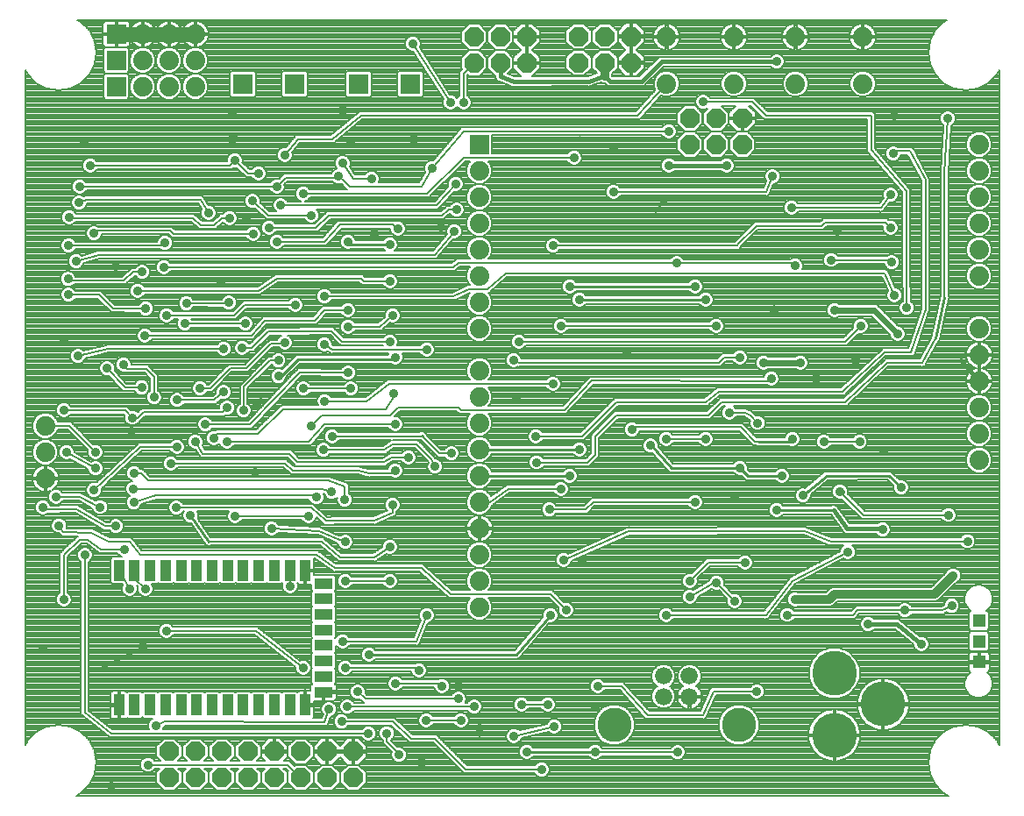
<source format=gbl>
G75*
%MOIN*%
%OFA0B0*%
%FSLAX24Y24*%
%IPPOS*%
%LPD*%
%AMOC8*
5,1,8,0,0,1.08239X$1,22.5*
%
%ADD10C,0.1700*%
%ADD11R,0.0740X0.0740*%
%ADD12C,0.0740*%
%ADD13OC8,0.0740*%
%ADD14R,0.0515X0.0515*%
%ADD15R,0.0768X0.0768*%
%ADD16C,0.0660*%
%ADD17C,0.1300*%
%ADD18R,0.0394X0.0787*%
%ADD19R,0.0709X0.0394*%
%ADD20C,0.0160*%
%ADD21C,0.0100*%
%ADD22C,0.0560*%
%ADD23C,0.0080*%
%ADD24C,0.0357*%
%ADD25C,0.0070*%
%ADD26C,0.0320*%
%ADD27C,0.0240*%
D10*
X031317Y003593D03*
X033167Y004774D03*
X031317Y005955D03*
D11*
X017817Y026061D03*
X004017Y028261D03*
X004017Y029261D03*
X004017Y030261D03*
D12*
X005017Y030261D03*
X006017Y030261D03*
X007017Y030261D03*
X007017Y029261D03*
X007017Y028261D03*
X006017Y028261D03*
X005017Y028261D03*
X005017Y029261D03*
X006017Y029261D03*
X017817Y025061D03*
X017817Y024061D03*
X017817Y023061D03*
X017817Y022061D03*
X017817Y021061D03*
X017817Y020061D03*
X017817Y019061D03*
X017817Y017461D03*
X017817Y016461D03*
X017817Y015461D03*
X017817Y014461D03*
X017817Y013461D03*
X017817Y012461D03*
X017817Y011461D03*
X017817Y010461D03*
X017817Y009461D03*
X017817Y008461D03*
X001317Y013361D03*
X001317Y014361D03*
X001317Y015361D03*
X024937Y028371D03*
X024937Y030151D03*
X027497Y030151D03*
X027497Y028371D03*
X029837Y028371D03*
X029837Y030151D03*
X032397Y030151D03*
X032397Y028371D03*
X036817Y026061D03*
X036817Y025061D03*
X036817Y024061D03*
X036817Y023061D03*
X036817Y022061D03*
X036817Y021061D03*
X036817Y019061D03*
X036817Y018061D03*
X036817Y017061D03*
X036817Y016061D03*
X036817Y015061D03*
X036817Y014061D03*
D13*
X027817Y026061D03*
X027817Y027061D03*
X026817Y027061D03*
X026817Y026061D03*
X025817Y026061D03*
X025817Y027061D03*
X023587Y029171D03*
X022587Y029171D03*
X021587Y029171D03*
X021587Y030171D03*
X022587Y030171D03*
X023587Y030171D03*
X019617Y030161D03*
X018617Y030161D03*
X017617Y030161D03*
X017617Y029161D03*
X018617Y029161D03*
X019617Y029161D03*
X013021Y002975D03*
X012021Y002975D03*
X011021Y002975D03*
X010021Y002975D03*
X009021Y002975D03*
X008021Y002975D03*
X007021Y002975D03*
X006021Y002975D03*
X006021Y001975D03*
X007021Y001975D03*
X008021Y001975D03*
X009021Y001975D03*
X010021Y001975D03*
X011021Y001975D03*
X012021Y001975D03*
X013021Y001975D03*
D14*
X036817Y006374D03*
X036817Y007161D03*
X036817Y007949D03*
D15*
X015185Y028361D03*
X013217Y028361D03*
X010785Y028361D03*
X008817Y028361D03*
D16*
X024825Y005841D03*
X025809Y005841D03*
X025809Y005061D03*
X024825Y005061D03*
D17*
X022947Y003991D03*
X027687Y003991D03*
D18*
X011203Y004743D03*
X010613Y004743D03*
X010022Y004743D03*
X009432Y004743D03*
X008841Y004743D03*
X008251Y004743D03*
X007660Y004743D03*
X007069Y004743D03*
X006479Y004743D03*
X005888Y004743D03*
X005298Y004743D03*
X004707Y004743D03*
X004117Y004743D03*
X004117Y009861D03*
X004707Y009861D03*
X005298Y009861D03*
X005888Y009861D03*
X006479Y009861D03*
X007069Y009861D03*
X007660Y009861D03*
X008251Y009861D03*
X008841Y009861D03*
X009432Y009861D03*
X010022Y009861D03*
X010613Y009861D03*
X011203Y009861D03*
D19*
X011892Y009369D03*
X011892Y008779D03*
X011892Y008188D03*
X011892Y007597D03*
X011892Y007007D03*
X011892Y006416D03*
X011892Y005826D03*
X011892Y005235D03*
D20*
X012021Y002975D02*
X013021Y002975D01*
X031297Y012161D02*
X031807Y011451D01*
X033137Y011451D01*
X033147Y011421D01*
X031617Y012861D02*
X031527Y012861D01*
X036817Y017061D02*
X036117Y017861D01*
X027217Y025261D02*
X025017Y025261D01*
X023977Y028471D02*
X022787Y028471D01*
X022587Y028671D01*
X022437Y028621D01*
X021987Y028471D01*
X019117Y028461D01*
X018617Y028661D01*
X018617Y029161D01*
X022437Y028621D02*
X022587Y028771D01*
X023977Y028471D02*
X024767Y029211D01*
X029117Y029211D01*
X033577Y027181D02*
X033617Y027221D01*
X033577Y027181D02*
X033577Y027141D01*
X033697Y007821D02*
X032597Y007821D01*
X033697Y007821D02*
X034617Y007061D01*
X008517Y026361D02*
X008417Y026261D01*
D21*
X012817Y022361D02*
X012917Y022261D01*
X014417Y022261D01*
X014617Y017961D02*
X014537Y017881D01*
X010917Y017881D01*
X010277Y017241D01*
X010177Y017241D01*
X004817Y015161D02*
X004607Y015151D01*
X006837Y011941D02*
X007517Y010961D01*
X005017Y006961D02*
X003217Y006061D01*
X013617Y006661D02*
X019217Y006661D01*
X020517Y008161D01*
X019617Y002961D02*
X022217Y002961D01*
X029117Y012161D02*
X031297Y012161D01*
X030117Y012711D02*
X031017Y013461D01*
X033397Y013471D01*
X033857Y013011D01*
X029717Y014861D02*
X029617Y014761D01*
X028417Y014761D01*
X027717Y013761D02*
X025117Y013761D01*
X024317Y014661D01*
X024327Y014611D01*
X021617Y014461D02*
X017817Y014461D01*
X017817Y013461D02*
X021247Y013461D01*
X027717Y013761D02*
X028017Y013461D01*
X029317Y013461D01*
X028867Y017071D02*
X028917Y017161D01*
X026817Y019161D02*
X026717Y019261D01*
X026417Y020161D02*
X021617Y020161D01*
X021247Y020661D02*
X026017Y020661D01*
X035157Y018681D02*
X035507Y020261D01*
X032397Y030151D02*
X029837Y030151D01*
X027497Y030151D01*
X024937Y030151D01*
D22*
X007017Y030261D02*
X006017Y030261D01*
X005017Y030261D01*
X004017Y030261D01*
D23*
X002663Y001396D02*
X002477Y001301D01*
X035657Y001301D01*
X035470Y001396D01*
X035470Y001396D01*
X035152Y001715D01*
X035152Y001715D01*
X034947Y002116D01*
X034947Y002116D01*
X034877Y002561D01*
X034877Y002561D01*
X034947Y003006D01*
X034947Y003006D01*
X035152Y003408D01*
X035152Y003408D01*
X035470Y003726D01*
X035470Y003726D01*
X035872Y003931D01*
X035872Y003931D01*
X036317Y004001D01*
X036317Y004001D01*
X036762Y003931D01*
X036762Y003931D01*
X037163Y003726D01*
X037163Y003726D01*
X037482Y003408D01*
X037482Y003408D01*
X037577Y003221D01*
X037577Y028901D01*
X037482Y028715D01*
X037482Y028715D01*
X037163Y028396D01*
X037163Y028396D01*
X036762Y028192D01*
X036762Y028192D01*
X036317Y028121D01*
X036317Y028121D01*
X035872Y028192D01*
X035872Y028192D01*
X035470Y028396D01*
X035470Y028396D01*
X035152Y028715D01*
X035152Y028715D01*
X034947Y029116D01*
X034877Y029561D01*
X034947Y030006D01*
X035152Y030408D01*
X035470Y030726D01*
X035470Y030726D01*
X035470Y030726D01*
X035598Y030791D01*
X002535Y030791D01*
X002663Y030726D01*
X002982Y030408D01*
X002982Y030408D01*
X003186Y030006D01*
X003186Y030006D01*
X003257Y029561D01*
X003186Y029116D01*
X003186Y029116D01*
X002982Y028715D01*
X002982Y028715D01*
X002663Y028396D01*
X002663Y028396D01*
X002262Y028192D01*
X002262Y028192D01*
X001817Y028121D01*
X001817Y028121D01*
X001372Y028192D01*
X001372Y028192D01*
X000970Y028396D01*
X000970Y028396D01*
X000652Y028715D01*
X000652Y028715D01*
X000561Y028894D01*
X000561Y003229D01*
X000652Y003408D01*
X000652Y003408D01*
X000970Y003726D01*
X000970Y003726D01*
X001372Y003931D01*
X001372Y003931D01*
X001817Y004001D01*
X001817Y004001D01*
X002262Y003931D01*
X002262Y003931D01*
X002663Y003726D01*
X002663Y003726D01*
X002982Y003408D01*
X002982Y003408D01*
X003186Y003006D01*
X003257Y002561D01*
X003257Y002561D01*
X003186Y002116D01*
X002982Y001715D01*
X002663Y001396D01*
X002663Y001396D01*
X002622Y001375D02*
X035511Y001375D01*
X035413Y001454D02*
X002721Y001454D01*
X002799Y001532D02*
X005771Y001532D01*
X005818Y001485D02*
X006224Y001485D01*
X006511Y001772D01*
X006511Y002178D01*
X006368Y002321D01*
X006675Y002321D01*
X006531Y002178D01*
X006531Y001772D01*
X006818Y001485D01*
X007224Y001485D01*
X007511Y001772D01*
X007511Y002178D01*
X007368Y002321D01*
X007675Y002321D01*
X007531Y002178D01*
X007531Y001772D01*
X007818Y001485D01*
X008224Y001485D01*
X008511Y001772D01*
X008511Y002178D01*
X008368Y002321D01*
X008675Y002321D01*
X008531Y002178D01*
X008531Y001772D01*
X008818Y001485D01*
X009224Y001485D01*
X009511Y001772D01*
X009511Y002178D01*
X009368Y002321D01*
X009675Y002321D01*
X009531Y002178D01*
X009531Y001772D01*
X009818Y001485D01*
X010224Y001485D01*
X010511Y001772D01*
X010511Y002178D01*
X010368Y002321D01*
X010472Y002321D01*
X010572Y002219D01*
X010531Y002178D01*
X010531Y001772D01*
X010818Y001485D01*
X011224Y001485D01*
X011511Y001772D01*
X011511Y002178D01*
X011224Y002465D01*
X010818Y002465D01*
X010785Y002431D01*
X010685Y002532D01*
X010685Y002533D01*
X010641Y002577D01*
X010598Y002621D01*
X010598Y002621D01*
X010597Y002621D01*
X010536Y002621D01*
X010474Y002622D01*
X010474Y002621D01*
X010389Y002621D01*
X010531Y002763D01*
X010531Y002935D01*
X010061Y002935D01*
X010061Y003015D01*
X009981Y003015D01*
X009981Y002935D01*
X009511Y002935D01*
X009511Y002763D01*
X009654Y002621D01*
X009361Y002621D01*
X009511Y002772D01*
X009511Y003178D01*
X009224Y003465D01*
X008818Y003465D01*
X008531Y003178D01*
X008531Y002772D01*
X008682Y002621D01*
X008361Y002621D01*
X008511Y002772D01*
X008511Y003178D01*
X008224Y003465D01*
X007818Y003465D01*
X007531Y003178D01*
X007531Y002772D01*
X007682Y002621D01*
X007361Y002621D01*
X007511Y002772D01*
X007511Y003178D01*
X007224Y003465D01*
X006818Y003465D01*
X006531Y003178D01*
X006531Y002772D01*
X006682Y002621D01*
X006361Y002621D01*
X006511Y002772D01*
X006511Y003178D01*
X006224Y003465D01*
X005818Y003465D01*
X005531Y003178D01*
X005531Y002772D01*
X005682Y002621D01*
X005478Y002621D01*
X005470Y002640D01*
X005386Y002724D01*
X005276Y002770D01*
X005157Y002770D01*
X005048Y002724D01*
X004964Y002640D01*
X004918Y002531D01*
X004918Y002412D01*
X004964Y002302D01*
X005048Y002218D01*
X005157Y002173D01*
X005276Y002173D01*
X005386Y002218D01*
X005470Y002302D01*
X005478Y002321D01*
X005675Y002321D01*
X005531Y002178D01*
X005531Y001772D01*
X005818Y001485D01*
X005692Y001611D02*
X002878Y001611D01*
X002956Y001689D02*
X005614Y001689D01*
X005535Y001768D02*
X003009Y001768D01*
X003049Y001846D02*
X005531Y001846D01*
X005531Y001925D02*
X003089Y001925D01*
X003129Y002003D02*
X005531Y002003D01*
X005531Y002082D02*
X003169Y002082D01*
X003193Y002160D02*
X005531Y002160D01*
X005593Y002239D02*
X005406Y002239D01*
X005476Y002317D02*
X005671Y002317D01*
X005672Y002631D02*
X005473Y002631D01*
X005400Y002710D02*
X005593Y002710D01*
X005531Y002788D02*
X003221Y002788D01*
X003233Y002710D02*
X005033Y002710D01*
X004960Y002631D02*
X003246Y002631D01*
X003255Y002553D02*
X004927Y002553D01*
X004918Y002474D02*
X003243Y002474D01*
X003230Y002396D02*
X004925Y002396D01*
X004957Y002317D02*
X003218Y002317D01*
X003206Y002239D02*
X005027Y002239D01*
X005217Y002471D02*
X010535Y002471D01*
X011021Y001975D01*
X011372Y002317D02*
X011671Y002317D01*
X011593Y002239D02*
X011450Y002239D01*
X011511Y002160D02*
X011531Y002160D01*
X011531Y002178D02*
X011531Y001772D01*
X011818Y001485D01*
X012224Y001485D01*
X012511Y001772D01*
X012511Y002178D01*
X012224Y002465D01*
X011818Y002465D01*
X011531Y002178D01*
X011531Y002082D02*
X011511Y002082D01*
X011511Y002003D02*
X011531Y002003D01*
X011531Y001925D02*
X011511Y001925D01*
X011511Y001846D02*
X011531Y001846D01*
X011535Y001768D02*
X011507Y001768D01*
X011429Y001689D02*
X011614Y001689D01*
X011692Y001611D02*
X011350Y001611D01*
X011272Y001532D02*
X011771Y001532D01*
X012272Y001532D02*
X012771Y001532D01*
X012818Y001485D02*
X013224Y001485D01*
X013511Y001772D01*
X013511Y002178D01*
X013224Y002465D01*
X012818Y002465D01*
X012531Y002178D01*
X012531Y001772D01*
X012818Y001485D01*
X012692Y001611D02*
X012350Y001611D01*
X012429Y001689D02*
X012614Y001689D01*
X012535Y001768D02*
X012507Y001768D01*
X012511Y001846D02*
X012531Y001846D01*
X012531Y001925D02*
X012511Y001925D01*
X012511Y002003D02*
X012531Y002003D01*
X012531Y002082D02*
X012511Y002082D01*
X012511Y002160D02*
X012531Y002160D01*
X012593Y002239D02*
X012450Y002239D01*
X012372Y002317D02*
X012671Y002317D01*
X012750Y002396D02*
X012293Y002396D01*
X012233Y002465D02*
X012521Y002753D01*
X012810Y002465D01*
X012981Y002465D01*
X012981Y002935D01*
X012061Y002935D01*
X012061Y002465D01*
X012233Y002465D01*
X012242Y002474D02*
X012801Y002474D01*
X012722Y002553D02*
X012321Y002553D01*
X012399Y002631D02*
X012644Y002631D01*
X012565Y002710D02*
X012478Y002710D01*
X012531Y003015D02*
X012061Y003015D01*
X011981Y003015D01*
X011981Y003485D01*
X011810Y003485D01*
X011511Y003186D01*
X011511Y003015D01*
X011981Y003015D01*
X011981Y002935D01*
X011511Y002935D01*
X011511Y002763D01*
X011810Y002465D01*
X011981Y002465D01*
X011981Y002935D01*
X012061Y002935D01*
X012061Y003015D01*
X012061Y003485D01*
X012233Y003485D01*
X012521Y003196D01*
X012810Y003485D01*
X012981Y003485D01*
X012981Y003015D01*
X013061Y003015D01*
X013061Y003485D01*
X013233Y003485D01*
X013531Y003186D01*
X013531Y003015D01*
X013061Y003015D01*
X013061Y002935D01*
X013061Y002465D01*
X013233Y002465D01*
X013531Y002763D01*
X013531Y002935D01*
X013061Y002935D01*
X012981Y002935D01*
X012981Y003015D01*
X012531Y003015D01*
X012585Y003259D02*
X012458Y003259D01*
X012380Y003338D02*
X012663Y003338D01*
X012742Y003416D02*
X012301Y003416D01*
X012061Y003416D02*
X011981Y003416D01*
X011981Y003338D02*
X012061Y003338D01*
X012061Y003259D02*
X011981Y003259D01*
X011981Y003181D02*
X012061Y003181D01*
X012061Y003102D02*
X011981Y003102D01*
X011981Y003024D02*
X012061Y003024D01*
X012061Y002945D02*
X012981Y002945D01*
X012981Y002867D02*
X013061Y002867D01*
X013061Y002945D02*
X014481Y002945D01*
X014485Y002941D02*
X014468Y002901D01*
X014468Y002782D01*
X014514Y002672D01*
X014598Y002588D01*
X014707Y002543D01*
X014826Y002543D01*
X014936Y002588D01*
X015020Y002672D01*
X015065Y002782D01*
X015065Y002901D01*
X015020Y003010D01*
X014936Y003094D01*
X014826Y003140D01*
X014710Y003140D01*
X014447Y003403D01*
X014447Y003410D01*
X014466Y003418D01*
X014550Y003502D01*
X014595Y003612D01*
X014595Y003731D01*
X014550Y003840D01*
X014466Y003924D01*
X014356Y003970D01*
X014237Y003970D01*
X014128Y003924D01*
X014044Y003840D01*
X013998Y003731D01*
X013998Y003612D01*
X014044Y003502D01*
X014128Y003418D01*
X014147Y003410D01*
X014147Y003279D01*
X014485Y002941D01*
X014468Y002867D02*
X013531Y002867D01*
X013531Y002788D02*
X014468Y002788D01*
X014498Y002710D02*
X013478Y002710D01*
X013399Y002631D02*
X014555Y002631D01*
X014683Y002553D02*
X013321Y002553D01*
X013242Y002474D02*
X016892Y002474D01*
X016970Y002396D02*
X013293Y002396D01*
X013372Y002317D02*
X017049Y002317D01*
X017127Y002239D02*
X013450Y002239D01*
X013511Y002160D02*
X017206Y002160D01*
X017225Y002141D02*
X019926Y002141D01*
X019934Y002122D01*
X020018Y002038D01*
X020127Y001993D01*
X020246Y001993D01*
X020356Y002038D01*
X020440Y002122D01*
X020485Y002232D01*
X020485Y002351D01*
X020440Y002460D01*
X020356Y002544D01*
X020246Y002590D01*
X020127Y002590D01*
X020018Y002544D01*
X019934Y002460D01*
X019926Y002441D01*
X017349Y002441D01*
X016179Y003611D01*
X015277Y003611D01*
X014642Y004228D01*
X014599Y004271D01*
X014597Y004271D01*
X014597Y004272D01*
X014536Y004271D01*
X012838Y004271D01*
X012830Y004290D01*
X012746Y004374D01*
X012636Y004420D01*
X012517Y004420D01*
X012408Y004374D01*
X012324Y004290D01*
X012278Y004181D01*
X012278Y004062D01*
X012324Y003952D01*
X012408Y003868D01*
X012517Y003823D01*
X012636Y003823D01*
X012746Y003868D01*
X012830Y003952D01*
X012838Y003971D01*
X014476Y003971D01*
X015111Y003354D01*
X015155Y003311D01*
X015156Y003311D01*
X015157Y003310D01*
X015218Y003311D01*
X016055Y003311D01*
X017225Y002141D01*
X017287Y002291D02*
X020187Y002291D01*
X020399Y002082D02*
X034965Y002082D01*
X034940Y002160D02*
X020455Y002160D01*
X020485Y002239D02*
X034928Y002239D01*
X034915Y002317D02*
X020485Y002317D01*
X020466Y002396D02*
X034903Y002396D01*
X034890Y002474D02*
X020426Y002474D01*
X020335Y002553D02*
X034878Y002553D01*
X034888Y002631D02*
X031553Y002631D01*
X031591Y002640D02*
X031696Y002677D01*
X031796Y002725D01*
X031890Y002784D01*
X031977Y002853D01*
X032056Y002932D01*
X032125Y003019D01*
X032185Y003113D01*
X032233Y003213D01*
X032269Y003318D01*
X032294Y003427D01*
X032307Y003537D01*
X032307Y003553D01*
X031357Y003553D01*
X031357Y003633D01*
X032307Y003633D01*
X032307Y003648D01*
X032294Y003759D01*
X032269Y003867D01*
X032233Y003972D01*
X032185Y004072D01*
X032125Y004167D01*
X032056Y004253D01*
X031977Y004332D01*
X031890Y004401D01*
X031796Y004461D01*
X031696Y004509D01*
X031591Y004546D01*
X031483Y004570D01*
X031372Y004583D01*
X031357Y004583D01*
X031357Y003633D01*
X031277Y003633D01*
X031277Y004583D01*
X031261Y004583D01*
X031151Y004570D01*
X031042Y004546D01*
X030937Y004509D01*
X030837Y004461D01*
X030743Y004401D01*
X030656Y004332D01*
X030577Y004253D01*
X030508Y004167D01*
X030449Y004072D01*
X030401Y003972D01*
X030364Y003867D01*
X030339Y003759D01*
X030327Y003648D01*
X030327Y003633D01*
X031277Y003633D01*
X031277Y003553D01*
X031357Y003553D01*
X031357Y002603D01*
X031372Y002603D01*
X031483Y002615D01*
X031591Y002640D01*
X031765Y002710D02*
X034900Y002710D01*
X034913Y002788D02*
X031896Y002788D01*
X031991Y002867D02*
X034925Y002867D01*
X034937Y002945D02*
X032067Y002945D01*
X032128Y003024D02*
X034956Y003024D01*
X034996Y003102D02*
X032178Y003102D01*
X032217Y003181D02*
X035036Y003181D01*
X035076Y003259D02*
X032249Y003259D01*
X032274Y003338D02*
X035116Y003338D01*
X035160Y003416D02*
X032292Y003416D01*
X032302Y003495D02*
X035239Y003495D01*
X035317Y003573D02*
X031357Y003573D01*
X031357Y003495D02*
X031277Y003495D01*
X031277Y003553D02*
X031277Y002603D01*
X031261Y002603D01*
X031151Y002615D01*
X031042Y002640D01*
X030937Y002677D01*
X030837Y002725D01*
X030743Y002784D01*
X030656Y002853D01*
X030577Y002932D01*
X030508Y003019D01*
X030449Y003113D01*
X030401Y003213D01*
X030364Y003318D01*
X030339Y003427D01*
X030327Y003537D01*
X030327Y003553D01*
X031277Y003553D01*
X031277Y003573D02*
X028347Y003573D01*
X028339Y003555D02*
X028457Y003838D01*
X028457Y004144D01*
X028339Y004427D01*
X028123Y004644D01*
X027840Y004761D01*
X027534Y004761D01*
X027250Y004644D01*
X027034Y004427D01*
X026917Y004144D01*
X026917Y003838D01*
X027034Y003555D01*
X027250Y003338D01*
X027534Y003221D01*
X027840Y003221D01*
X028123Y003338D01*
X028339Y003555D01*
X028279Y003495D02*
X030331Y003495D01*
X030341Y003416D02*
X028201Y003416D01*
X028121Y003338D02*
X030359Y003338D01*
X030384Y003259D02*
X027932Y003259D01*
X027442Y003259D02*
X023192Y003259D01*
X023100Y003221D02*
X023383Y003338D01*
X023599Y003555D01*
X023717Y003838D01*
X023717Y004144D01*
X023599Y004427D01*
X023383Y004644D01*
X023100Y004761D01*
X022794Y004761D01*
X022510Y004644D01*
X022294Y004427D01*
X022177Y004144D01*
X022177Y003838D01*
X022294Y003555D01*
X022510Y003338D01*
X022794Y003221D01*
X023100Y003221D01*
X023381Y003338D02*
X027252Y003338D01*
X027173Y003416D02*
X023461Y003416D01*
X023539Y003495D02*
X027094Y003495D01*
X027026Y003573D02*
X023607Y003573D01*
X023639Y003652D02*
X026994Y003652D01*
X026961Y003730D02*
X023672Y003730D01*
X023705Y003809D02*
X026929Y003809D01*
X026917Y003887D02*
X023717Y003887D01*
X023717Y003966D02*
X026917Y003966D01*
X026917Y004044D02*
X023717Y004044D01*
X023717Y004123D02*
X026917Y004123D01*
X026940Y004201D02*
X026319Y004201D01*
X026313Y004199D02*
X026345Y004211D01*
X026379Y004211D01*
X026400Y004233D01*
X026429Y004244D01*
X026442Y004275D01*
X026467Y004299D01*
X026467Y004329D01*
X026814Y005111D01*
X028106Y005111D01*
X028114Y005092D01*
X028198Y005008D01*
X028307Y004963D01*
X028426Y004963D01*
X028536Y005008D01*
X028620Y005092D01*
X028665Y005202D01*
X028665Y005321D01*
X028620Y005430D01*
X028536Y005514D01*
X028426Y005560D01*
X028307Y005560D01*
X028198Y005514D01*
X028114Y005430D01*
X028106Y005411D01*
X026748Y005411D01*
X026721Y005424D01*
X026689Y005411D01*
X026655Y005411D01*
X026633Y005390D01*
X026605Y005379D01*
X026591Y005348D01*
X026567Y005323D01*
X026567Y005293D01*
X026219Y004511D01*
X024283Y004511D01*
X023367Y005519D01*
X023367Y005523D01*
X023325Y005565D01*
X023286Y005608D01*
X023282Y005608D01*
X023279Y005611D01*
X023220Y005611D01*
X023162Y005614D01*
X023159Y005611D01*
X022578Y005611D01*
X022570Y005630D01*
X022486Y005714D01*
X022376Y005760D01*
X022257Y005760D01*
X022148Y005714D01*
X022064Y005630D01*
X022018Y005521D01*
X022018Y005402D01*
X022064Y005292D01*
X022148Y005208D01*
X022257Y005163D01*
X022376Y005163D01*
X022486Y005208D01*
X022570Y005292D01*
X022578Y005311D01*
X023150Y005311D01*
X024067Y004303D01*
X024067Y004299D01*
X024108Y004258D01*
X024147Y004214D01*
X024152Y004214D01*
X024155Y004211D01*
X024213Y004211D01*
X024272Y004208D01*
X024275Y004211D01*
X026285Y004211D01*
X026313Y004199D01*
X026307Y004201D02*
X023693Y004201D01*
X023661Y004280D02*
X024086Y004280D01*
X024017Y004358D02*
X023628Y004358D01*
X023590Y004437D02*
X023945Y004437D01*
X023874Y004515D02*
X023512Y004515D01*
X023433Y004594D02*
X023803Y004594D01*
X023731Y004672D02*
X023315Y004672D01*
X023125Y004751D02*
X023660Y004751D01*
X023588Y004829D02*
X020712Y004829D01*
X020715Y004821D02*
X020670Y004930D01*
X020586Y005014D01*
X020476Y005060D01*
X020357Y005060D01*
X020248Y005014D01*
X020164Y004930D01*
X020156Y004911D01*
X019678Y004911D01*
X019670Y004930D01*
X019586Y005014D01*
X019476Y005060D01*
X019357Y005060D01*
X019248Y005014D01*
X019164Y004930D01*
X019118Y004821D01*
X019118Y004702D01*
X019164Y004592D01*
X019248Y004508D01*
X019357Y004463D01*
X019476Y004463D01*
X019586Y004508D01*
X019670Y004592D01*
X019678Y004611D01*
X020156Y004611D01*
X020164Y004592D01*
X020248Y004508D01*
X020357Y004463D01*
X020476Y004463D01*
X020586Y004508D01*
X020670Y004592D01*
X020715Y004702D01*
X020715Y004821D01*
X020715Y004751D02*
X022768Y004751D01*
X022579Y004672D02*
X020703Y004672D01*
X020670Y004594D02*
X022460Y004594D01*
X022382Y004515D02*
X020593Y004515D01*
X020607Y004230D02*
X020498Y004184D01*
X020414Y004100D01*
X020379Y004017D01*
X019347Y003773D01*
X019306Y003814D01*
X019196Y003860D01*
X019077Y003860D01*
X018968Y003814D01*
X018884Y003730D01*
X015155Y003730D01*
X015236Y003652D02*
X018851Y003652D01*
X018838Y003621D02*
X018838Y003502D01*
X018884Y003392D01*
X018968Y003308D01*
X019077Y003263D01*
X019196Y003263D01*
X019306Y003308D01*
X019390Y003392D01*
X019428Y003484D01*
X020450Y003726D01*
X020498Y003678D01*
X020607Y003633D01*
X020726Y003633D01*
X020836Y003678D01*
X020920Y003762D01*
X020965Y003872D01*
X020965Y003991D01*
X020920Y004100D01*
X020836Y004184D01*
X020726Y004230D01*
X020607Y004230D01*
X020539Y004201D02*
X017415Y004201D01*
X017415Y004221D02*
X017370Y004330D01*
X017286Y004414D01*
X017176Y004460D01*
X017057Y004460D01*
X016948Y004414D01*
X016864Y004330D01*
X016856Y004311D01*
X016058Y004311D01*
X016050Y004330D01*
X015966Y004414D01*
X015856Y004460D01*
X015737Y004460D01*
X015628Y004414D01*
X015544Y004330D01*
X015498Y004221D01*
X015498Y004102D01*
X015544Y003992D01*
X015628Y003908D01*
X015737Y003863D01*
X015856Y003863D01*
X015966Y003908D01*
X016050Y003992D01*
X016058Y004011D01*
X016856Y004011D01*
X016864Y003992D01*
X016948Y003908D01*
X017057Y003863D01*
X017176Y003863D01*
X017286Y003908D01*
X017370Y003992D01*
X017415Y004102D01*
X017415Y004221D01*
X017391Y004280D02*
X022233Y004280D01*
X022265Y004358D02*
X017342Y004358D01*
X017439Y004437D02*
X017231Y004437D01*
X017364Y004512D02*
X017448Y004428D01*
X017557Y004383D01*
X017676Y004383D01*
X017786Y004428D01*
X017870Y004512D01*
X017915Y004622D01*
X017915Y004741D01*
X017870Y004850D01*
X017786Y004934D01*
X017676Y004980D01*
X017557Y004980D01*
X017448Y004934D01*
X017364Y004850D01*
X017356Y004831D01*
X017278Y004831D01*
X017315Y004922D01*
X017315Y005041D01*
X017270Y005150D01*
X017186Y005234D01*
X017076Y005280D01*
X016957Y005280D01*
X016848Y005234D01*
X016764Y005150D01*
X016756Y005131D01*
X013536Y005131D01*
X013481Y005182D01*
X013485Y005192D01*
X013485Y005311D01*
X013440Y005420D01*
X013356Y005504D01*
X013246Y005550D01*
X013127Y005550D01*
X013018Y005504D01*
X012934Y005420D01*
X012888Y005311D01*
X012888Y005192D01*
X012934Y005082D01*
X013018Y004998D01*
X013127Y004953D01*
X013246Y004953D01*
X013274Y004965D01*
X013372Y004873D01*
X013415Y004831D01*
X013418Y004831D01*
X013058Y004831D01*
X013050Y004850D01*
X012966Y004934D01*
X012856Y004980D01*
X012737Y004980D01*
X012628Y004934D01*
X012544Y004850D01*
X012498Y004741D01*
X012498Y004622D01*
X012544Y004512D01*
X012628Y004428D01*
X012737Y004383D01*
X012856Y004383D01*
X012966Y004428D01*
X013050Y004512D01*
X013058Y004531D01*
X017356Y004531D01*
X017364Y004512D01*
X017362Y004515D02*
X013051Y004515D01*
X012974Y004437D02*
X015682Y004437D01*
X015572Y004358D02*
X012762Y004358D01*
X012834Y004280D02*
X015523Y004280D01*
X015498Y004201D02*
X014670Y004201D01*
X014750Y004123D02*
X015498Y004123D01*
X015522Y004044D02*
X014831Y004044D01*
X014912Y003966D02*
X015570Y003966D01*
X015678Y003887D02*
X014993Y003887D01*
X015074Y003809D02*
X018962Y003809D01*
X018884Y003730D02*
X018838Y003621D01*
X018838Y003573D02*
X016217Y003573D01*
X016295Y003495D02*
X018841Y003495D01*
X018874Y003416D02*
X016374Y003416D01*
X016452Y003338D02*
X018938Y003338D01*
X019137Y003561D02*
X019147Y003571D01*
X020667Y003931D01*
X020939Y003809D02*
X022189Y003809D01*
X022177Y003887D02*
X020965Y003887D01*
X020965Y003966D02*
X022177Y003966D01*
X022177Y004044D02*
X020943Y004044D01*
X020897Y004123D02*
X022177Y004123D01*
X022200Y004201D02*
X020795Y004201D01*
X020436Y004123D02*
X017415Y004123D01*
X017391Y004044D02*
X020390Y004044D01*
X020162Y003966D02*
X017343Y003966D01*
X017235Y003887D02*
X019830Y003887D01*
X019806Y003573D02*
X022286Y003573D01*
X022254Y003652D02*
X020772Y003652D01*
X020888Y003730D02*
X022221Y003730D01*
X022354Y003495D02*
X019475Y003495D01*
X019400Y003416D02*
X022433Y003416D01*
X022512Y003338D02*
X019335Y003338D01*
X019448Y003214D02*
X019364Y003130D01*
X019318Y003021D01*
X019318Y002902D01*
X019364Y002792D01*
X019448Y002708D01*
X019557Y002663D01*
X019676Y002663D01*
X019786Y002708D01*
X019870Y002792D01*
X019873Y002801D01*
X021960Y002801D01*
X021964Y002792D01*
X022048Y002708D01*
X022157Y002663D01*
X022276Y002663D01*
X022386Y002708D01*
X022470Y002792D01*
X022473Y002801D01*
X025096Y002801D01*
X025104Y002782D01*
X025188Y002698D01*
X025297Y002653D01*
X025416Y002653D01*
X025526Y002698D01*
X025610Y002782D01*
X025655Y002892D01*
X025655Y003011D01*
X025610Y003120D01*
X025526Y003204D01*
X025416Y003250D01*
X025297Y003250D01*
X025188Y003204D01*
X025104Y003120D01*
X025096Y003101D01*
X022482Y003101D01*
X022470Y003130D01*
X022386Y003214D01*
X022276Y003260D01*
X022157Y003260D01*
X022048Y003214D01*
X021964Y003130D01*
X021960Y003121D01*
X019873Y003121D01*
X019870Y003130D01*
X019786Y003214D01*
X019676Y003260D01*
X019557Y003260D01*
X019448Y003214D01*
X019414Y003181D02*
X016609Y003181D01*
X016531Y003259D02*
X019556Y003259D01*
X019677Y003259D02*
X022156Y003259D01*
X022277Y003259D02*
X022702Y003259D01*
X022481Y003102D02*
X025096Y003102D01*
X025164Y003181D02*
X022419Y003181D01*
X022217Y002961D02*
X022227Y002951D01*
X025357Y002951D01*
X025655Y002945D02*
X030567Y002945D01*
X030505Y003024D02*
X025650Y003024D01*
X025617Y003102D02*
X030456Y003102D01*
X030416Y003181D02*
X025549Y003181D01*
X025645Y002867D02*
X030643Y002867D01*
X030738Y002788D02*
X025612Y002788D01*
X025537Y002710D02*
X030868Y002710D01*
X031080Y002631D02*
X017159Y002631D01*
X017237Y002553D02*
X020038Y002553D01*
X019948Y002474D02*
X017316Y002474D01*
X017287Y002291D02*
X016117Y003461D01*
X015217Y003461D01*
X014537Y004121D01*
X012577Y004121D01*
X012278Y004123D02*
X012103Y004123D01*
X012087Y004075D02*
X012160Y004283D01*
X012166Y004283D01*
X012276Y004328D01*
X012360Y004412D01*
X012405Y004522D01*
X012405Y004641D01*
X012360Y004750D01*
X012276Y004834D01*
X012166Y004880D01*
X012047Y004880D01*
X011938Y004834D01*
X011854Y004750D01*
X011808Y004641D01*
X011808Y004522D01*
X011854Y004412D01*
X011879Y004387D01*
X011831Y004251D01*
X011501Y004252D01*
X011512Y004263D01*
X011531Y004295D01*
X011540Y004331D01*
X011540Y004703D01*
X011243Y004703D01*
X011243Y004783D01*
X011163Y004783D01*
X011163Y005277D01*
X010988Y005277D01*
X010952Y005267D01*
X010920Y005249D01*
X010894Y005223D01*
X010894Y005222D01*
X010859Y005257D01*
X010366Y005257D01*
X010317Y005208D01*
X010269Y005257D01*
X009776Y005257D01*
X009727Y005208D01*
X009678Y005257D01*
X009185Y005257D01*
X009136Y005208D01*
X009088Y005257D01*
X008595Y005257D01*
X008546Y005208D01*
X008497Y005257D01*
X008004Y005257D01*
X007955Y005208D01*
X007907Y005257D01*
X007413Y005257D01*
X007365Y005208D01*
X007316Y005257D01*
X006823Y005257D01*
X006774Y005208D01*
X006725Y005257D01*
X006232Y005257D01*
X006184Y005208D01*
X006135Y005257D01*
X005642Y005257D01*
X005593Y005208D01*
X005544Y005257D01*
X005051Y005257D01*
X005002Y005208D01*
X004954Y005257D01*
X004461Y005257D01*
X004426Y005222D01*
X004426Y005223D01*
X004399Y005249D01*
X004368Y005267D01*
X004332Y005277D01*
X004157Y005277D01*
X004157Y004783D01*
X004077Y004783D01*
X004077Y005277D01*
X003901Y005277D01*
X003866Y005267D01*
X003834Y005249D01*
X003808Y005223D01*
X003789Y005191D01*
X003780Y005155D01*
X003780Y004783D01*
X004077Y004783D01*
X004077Y004703D01*
X004157Y004703D01*
X004157Y004209D01*
X004332Y004209D01*
X004368Y004219D01*
X004399Y004237D01*
X004426Y004263D01*
X004426Y004264D01*
X004461Y004229D01*
X004954Y004229D01*
X005002Y004278D01*
X005051Y004229D01*
X005384Y004229D01*
X005348Y004214D01*
X005264Y004130D01*
X005218Y004021D01*
X005218Y003902D01*
X005256Y003811D01*
X003869Y003811D01*
X002967Y004533D01*
X002967Y010180D01*
X002986Y010188D01*
X003070Y010272D01*
X003115Y010382D01*
X003115Y010501D01*
X003070Y010610D01*
X002986Y010694D01*
X002876Y010740D01*
X002757Y010740D01*
X002648Y010694D01*
X002564Y010610D01*
X002518Y010501D01*
X002518Y010382D01*
X002564Y010272D01*
X002648Y010188D01*
X002667Y010180D01*
X002667Y004514D01*
X002661Y004506D01*
X002667Y004453D01*
X002667Y004399D01*
X002673Y004392D01*
X002674Y004383D01*
X002716Y004349D01*
X002755Y004311D01*
X002764Y004311D01*
X003716Y003549D01*
X003755Y003511D01*
X003764Y003511D01*
X003771Y003505D01*
X003825Y003511D01*
X013346Y003511D01*
X013354Y003492D01*
X013438Y003408D01*
X013547Y003363D01*
X013666Y003363D01*
X013776Y003408D01*
X013860Y003492D01*
X013905Y003602D01*
X013905Y003721D01*
X013860Y003830D01*
X013776Y003914D01*
X013666Y003960D01*
X013547Y003960D01*
X013438Y003914D01*
X013354Y003830D01*
X013346Y003811D01*
X005778Y003811D01*
X005815Y003902D01*
X005815Y003926D01*
X005897Y003961D01*
X011911Y003951D01*
X011945Y003939D01*
X011970Y003951D01*
X011999Y003951D01*
X012024Y003977D01*
X012057Y003993D01*
X012067Y004019D01*
X012087Y004039D01*
X012087Y004075D01*
X012087Y004044D02*
X012286Y004044D01*
X012318Y003966D02*
X012013Y003966D01*
X011937Y004101D02*
X005867Y004111D01*
X005517Y003961D01*
X005218Y003966D02*
X003676Y003966D01*
X003578Y004044D02*
X005228Y004044D01*
X005261Y004123D02*
X003480Y004123D01*
X003382Y004201D02*
X005335Y004201D01*
X005224Y003887D02*
X003774Y003887D01*
X003817Y003661D02*
X002817Y004461D01*
X002817Y010441D01*
X003091Y010324D02*
X003819Y010324D01*
X003800Y010305D02*
X003800Y009418D01*
X003870Y009348D01*
X004237Y009348D01*
X004257Y009314D01*
X004218Y009221D01*
X004218Y009102D01*
X004264Y008992D01*
X004348Y008908D01*
X004457Y008863D01*
X004576Y008863D01*
X004686Y008908D01*
X004770Y008992D01*
X004815Y009102D01*
X004815Y009221D01*
X004794Y009272D01*
X004826Y009240D01*
X004818Y009221D01*
X004818Y009102D01*
X004864Y008992D01*
X004948Y008908D01*
X005057Y008863D01*
X005176Y008863D01*
X005286Y008908D01*
X005370Y008992D01*
X005415Y009102D01*
X005415Y009221D01*
X005370Y009330D01*
X005352Y009348D01*
X005544Y009348D01*
X005593Y009396D01*
X005642Y009348D01*
X006135Y009348D01*
X006184Y009396D01*
X006232Y009348D01*
X006725Y009348D01*
X006774Y009396D01*
X006823Y009348D01*
X007316Y009348D01*
X007365Y009396D01*
X007413Y009348D01*
X007907Y009348D01*
X007955Y009396D01*
X008004Y009348D01*
X008497Y009348D01*
X008546Y009396D01*
X008595Y009348D01*
X009088Y009348D01*
X009136Y009396D01*
X009185Y009348D01*
X009678Y009348D01*
X009727Y009396D01*
X009776Y009348D01*
X010269Y009348D01*
X010317Y009396D01*
X010340Y009374D01*
X010318Y009321D01*
X010318Y009202D01*
X010364Y009092D01*
X010448Y009008D01*
X010557Y008963D01*
X010676Y008963D01*
X010786Y009008D01*
X010870Y009092D01*
X010915Y009202D01*
X010915Y009321D01*
X010891Y009379D01*
X010894Y009382D01*
X010894Y009382D01*
X010920Y009356D01*
X010952Y009337D01*
X010988Y009328D01*
X011163Y009328D01*
X011163Y009821D01*
X011243Y009821D01*
X011243Y009328D01*
X011418Y009328D01*
X011418Y009123D01*
X011467Y009074D01*
X011418Y009025D01*
X011418Y008532D01*
X011467Y008483D01*
X011418Y008435D01*
X011418Y007941D01*
X011467Y007893D01*
X011418Y007844D01*
X011418Y007351D01*
X011467Y007302D01*
X011418Y007253D01*
X011418Y006760D01*
X011467Y006712D01*
X011418Y006663D01*
X011418Y006170D01*
X011467Y006121D01*
X011418Y006072D01*
X011418Y005579D01*
X011453Y005545D01*
X011452Y005544D01*
X011426Y005518D01*
X011407Y005486D01*
X011398Y005451D01*
X011398Y005277D01*
X011243Y005277D01*
X011243Y004783D01*
X011540Y004783D01*
X011540Y004898D01*
X011852Y004898D01*
X011852Y005195D01*
X011932Y005195D01*
X011932Y004898D01*
X012265Y004898D01*
X012301Y004908D01*
X012333Y004926D01*
X012359Y004952D01*
X012377Y004984D01*
X012387Y005020D01*
X012387Y005195D01*
X011932Y005195D01*
X011932Y005275D01*
X012387Y005275D01*
X012387Y005451D01*
X012377Y005486D01*
X012359Y005518D01*
X012333Y005544D01*
X012332Y005545D01*
X012367Y005579D01*
X012367Y006072D01*
X012318Y006121D01*
X012367Y006170D01*
X012367Y006663D01*
X012318Y006712D01*
X012367Y006760D01*
X012367Y006989D01*
X012448Y006908D01*
X012557Y006863D01*
X012676Y006863D01*
X012786Y006908D01*
X012870Y006992D01*
X012878Y007011D01*
X015388Y007011D01*
X015419Y006999D01*
X015447Y007011D01*
X015479Y007011D01*
X015502Y007035D01*
X015533Y007048D01*
X015545Y007077D01*
X015567Y007099D01*
X015567Y007132D01*
X015859Y007863D01*
X015876Y007863D01*
X015986Y007908D01*
X016070Y007992D01*
X016115Y008102D01*
X016115Y008221D01*
X016070Y008330D01*
X015986Y008414D01*
X015876Y008460D01*
X015757Y008460D01*
X015648Y008414D01*
X015564Y008330D01*
X015518Y008221D01*
X015518Y008102D01*
X015564Y007992D01*
X015581Y007975D01*
X015315Y007311D01*
X012878Y007311D01*
X012870Y007330D01*
X012786Y007414D01*
X012676Y007460D01*
X012557Y007460D01*
X012448Y007414D01*
X012364Y007330D01*
X012342Y007278D01*
X012318Y007302D01*
X012367Y007351D01*
X012367Y007844D01*
X012318Y007893D01*
X012367Y007941D01*
X012367Y008435D01*
X012318Y008483D01*
X012367Y008532D01*
X012367Y009025D01*
X012318Y009074D01*
X012367Y009123D01*
X012367Y009616D01*
X012296Y009686D01*
X011540Y009686D01*
X011540Y009821D01*
X011243Y009821D01*
X011243Y009901D01*
X011540Y009901D01*
X011540Y010273D01*
X011531Y010309D01*
X011529Y010311D01*
X011569Y010311D01*
X012219Y009846D01*
X012255Y009811D01*
X012269Y009811D01*
X012280Y009803D01*
X012329Y009811D01*
X015554Y009811D01*
X015563Y009803D01*
X015605Y009761D01*
X015609Y009761D01*
X016613Y008853D01*
X016655Y008811D01*
X016659Y008811D01*
X016662Y008808D01*
X016720Y008811D01*
X017474Y008811D01*
X017401Y008739D01*
X017327Y008559D01*
X017327Y008364D01*
X017401Y008184D01*
X017539Y008046D01*
X017719Y007971D01*
X017914Y007971D01*
X018094Y008046D01*
X018232Y008184D01*
X018307Y008364D01*
X018307Y008559D01*
X018232Y008739D01*
X018160Y008811D01*
X020455Y008811D01*
X020826Y008440D01*
X020818Y008421D01*
X020818Y008302D01*
X020864Y008192D01*
X020948Y008108D01*
X021057Y008063D01*
X021176Y008063D01*
X021286Y008108D01*
X021370Y008192D01*
X021415Y008302D01*
X021415Y008421D01*
X021370Y008530D01*
X021286Y008614D01*
X021176Y008660D01*
X021057Y008660D01*
X021038Y008652D01*
X020579Y009111D01*
X018160Y009111D01*
X018232Y009184D01*
X018307Y009364D01*
X018307Y009559D01*
X018232Y009739D01*
X018094Y009877D01*
X017914Y009951D01*
X017719Y009951D01*
X017539Y009877D01*
X017401Y009739D01*
X017327Y009559D01*
X017327Y009364D01*
X017401Y009184D01*
X017474Y009111D01*
X016774Y009111D01*
X015770Y010020D01*
X015679Y010111D01*
X012365Y010111D01*
X011714Y010576D01*
X011679Y010611D01*
X011665Y010611D01*
X011653Y010619D01*
X011604Y010611D01*
X004989Y010611D01*
X004667Y011014D01*
X004667Y011023D01*
X004629Y011061D01*
X004595Y011103D01*
X004586Y011105D01*
X004579Y011111D01*
X004525Y011111D01*
X004471Y011117D01*
X004464Y011111D01*
X003754Y011111D01*
X003158Y011423D01*
X003132Y011450D01*
X003105Y011451D01*
X003081Y011463D01*
X003045Y011452D01*
X002117Y011469D01*
X002135Y011512D01*
X002135Y011631D01*
X002090Y011740D01*
X002006Y011824D01*
X001896Y011870D01*
X001777Y011870D01*
X001668Y011824D01*
X001584Y011740D01*
X001538Y011631D01*
X001538Y011512D01*
X001584Y011402D01*
X001668Y011318D01*
X001777Y011273D01*
X001845Y011273D01*
X001846Y011273D01*
X001846Y011262D01*
X001882Y011224D01*
X001914Y011182D01*
X001924Y011180D01*
X001932Y011172D01*
X001985Y011171D01*
X002037Y011164D01*
X002045Y011170D01*
X002554Y011161D01*
X002533Y011140D01*
X001958Y010611D01*
X001955Y010611D01*
X001913Y010570D01*
X001869Y010530D01*
X001869Y010526D01*
X001867Y010523D01*
X001867Y010464D01*
X001864Y010405D01*
X001867Y010403D01*
X001867Y009022D01*
X001848Y009014D01*
X001764Y008930D01*
X001718Y008821D01*
X001718Y008702D01*
X001764Y008592D01*
X001848Y008508D01*
X001957Y008463D01*
X002076Y008463D01*
X002186Y008508D01*
X002270Y008592D01*
X002315Y008702D01*
X002315Y008821D01*
X002270Y008930D01*
X002186Y009014D01*
X002167Y009022D01*
X002167Y010395D01*
X002695Y010881D01*
X002886Y010881D01*
X003317Y010548D01*
X003355Y010511D01*
X003366Y010511D01*
X003374Y010505D01*
X003426Y010511D01*
X004056Y010511D01*
X004064Y010492D01*
X004148Y010408D01*
X004228Y010375D01*
X003870Y010375D01*
X003800Y010305D01*
X003800Y010246D02*
X003043Y010246D01*
X002967Y010167D02*
X003800Y010167D01*
X003800Y010089D02*
X002967Y010089D01*
X002967Y010010D02*
X003800Y010010D01*
X003800Y009932D02*
X002967Y009932D01*
X002967Y009853D02*
X003800Y009853D01*
X003800Y009775D02*
X002967Y009775D01*
X002967Y009696D02*
X003800Y009696D01*
X003800Y009618D02*
X002967Y009618D01*
X002967Y009539D02*
X003800Y009539D01*
X003800Y009461D02*
X002967Y009461D01*
X002967Y009382D02*
X003835Y009382D01*
X004220Y009225D02*
X002967Y009225D01*
X002967Y009147D02*
X004218Y009147D01*
X004232Y009068D02*
X002967Y009068D01*
X002967Y008990D02*
X004266Y008990D01*
X004345Y008911D02*
X002967Y008911D01*
X002967Y008833D02*
X011418Y008833D01*
X011418Y008911D02*
X005289Y008911D01*
X005367Y008990D02*
X010492Y008990D01*
X010388Y009068D02*
X005401Y009068D01*
X005415Y009147D02*
X010341Y009147D01*
X010318Y009225D02*
X005413Y009225D01*
X005381Y009304D02*
X010318Y009304D01*
X010303Y009382D02*
X010331Y009382D01*
X010617Y009261D02*
X010617Y009761D01*
X010613Y009765D01*
X010613Y009861D01*
X011163Y009775D02*
X011243Y009775D01*
X011243Y009853D02*
X012210Y009853D01*
X012100Y009932D02*
X011540Y009932D01*
X011540Y010010D02*
X011990Y010010D01*
X011880Y010089D02*
X011540Y010089D01*
X011540Y010167D02*
X011770Y010167D01*
X011660Y010246D02*
X011540Y010246D01*
X011617Y010461D02*
X012317Y009961D01*
X015617Y009961D01*
X015667Y009911D01*
X016717Y008961D01*
X020517Y008961D01*
X021117Y008361D01*
X021415Y008362D02*
X024695Y008362D01*
X024664Y008330D02*
X024618Y008221D01*
X024618Y008102D01*
X024664Y007992D01*
X024748Y007908D01*
X024857Y007863D01*
X024976Y007863D01*
X025086Y007908D01*
X025170Y007992D01*
X025178Y008011D01*
X028666Y008011D01*
X028674Y008004D01*
X028726Y008011D01*
X028779Y008011D01*
X028787Y008019D01*
X028798Y008021D01*
X028830Y008062D01*
X028867Y008099D01*
X028867Y008110D01*
X029815Y009344D01*
X031662Y010306D01*
X031767Y010263D01*
X031886Y010263D01*
X031996Y010308D01*
X032080Y010392D01*
X032125Y010502D01*
X032125Y010621D01*
X032080Y010730D01*
X031999Y010811D01*
X036120Y010811D01*
X036124Y010802D01*
X036208Y010718D01*
X036317Y010673D01*
X036436Y010673D01*
X036546Y010718D01*
X036630Y010802D01*
X036675Y010912D01*
X036675Y011031D01*
X037577Y011031D01*
X037577Y011109D02*
X036643Y011109D01*
X036630Y011140D02*
X036675Y011031D01*
X036675Y010952D02*
X037577Y010952D01*
X037577Y010874D02*
X036659Y010874D01*
X036623Y010795D02*
X037577Y010795D01*
X037577Y010717D02*
X036542Y010717D01*
X036367Y010961D02*
X036377Y010971D01*
X036367Y010961D02*
X031177Y010961D01*
X030187Y011361D01*
X023507Y011351D01*
X021017Y010261D01*
X021301Y010167D02*
X026311Y010167D01*
X026389Y010246D02*
X021355Y010246D01*
X021315Y010228D02*
X023538Y011201D01*
X030158Y011211D01*
X031092Y010834D01*
X031115Y010811D01*
X031148Y010811D01*
X031178Y010799D01*
X031207Y010811D01*
X031655Y010811D01*
X031574Y010730D01*
X031528Y010621D01*
X031528Y010575D01*
X029671Y009607D01*
X029636Y009602D01*
X029618Y009579D01*
X029592Y009566D01*
X029582Y009532D01*
X028643Y008311D01*
X025178Y008311D01*
X025170Y008330D01*
X025086Y008414D01*
X024976Y008460D01*
X024857Y008460D01*
X024748Y008414D01*
X024664Y008330D01*
X024644Y008283D02*
X021407Y008283D01*
X021375Y008205D02*
X024618Y008205D01*
X024618Y008126D02*
X021304Y008126D01*
X021407Y008440D02*
X024810Y008440D01*
X025023Y008440D02*
X027367Y008440D01*
X027348Y008448D02*
X027457Y008403D01*
X027576Y008403D01*
X027686Y008448D01*
X027770Y008532D01*
X027815Y008642D01*
X027815Y008761D01*
X027770Y008870D01*
X027686Y008954D01*
X027576Y009000D01*
X027457Y009000D01*
X027442Y008993D01*
X027126Y009319D01*
X027135Y009342D01*
X027135Y009461D01*
X029527Y009461D01*
X029584Y009539D02*
X027103Y009539D01*
X027090Y009570D02*
X027006Y009654D01*
X026896Y009700D01*
X026777Y009700D01*
X026668Y009654D01*
X026584Y009570D01*
X026538Y009461D01*
X026115Y009461D01*
X026115Y009402D02*
X026115Y009521D01*
X026107Y009540D01*
X026579Y010011D01*
X027656Y010011D01*
X027664Y009992D01*
X027748Y009908D01*
X027857Y009863D01*
X027976Y009863D01*
X028086Y009908D01*
X028170Y009992D01*
X028215Y010102D01*
X028215Y010221D01*
X028170Y010330D01*
X028086Y010414D01*
X027976Y010460D01*
X027857Y010460D01*
X027748Y010414D01*
X027664Y010330D01*
X027656Y010311D01*
X026455Y010311D01*
X025895Y009752D01*
X025876Y009760D01*
X025757Y009760D01*
X025648Y009714D01*
X025564Y009630D01*
X025518Y009521D01*
X025518Y009402D01*
X025564Y009292D01*
X025648Y009208D01*
X025757Y009163D01*
X025876Y009163D01*
X025986Y009208D01*
X026070Y009292D01*
X026115Y009402D01*
X026107Y009382D02*
X026412Y009382D01*
X026538Y009456D02*
X025966Y009122D01*
X025876Y009160D01*
X025757Y009160D01*
X025648Y009114D01*
X025564Y009030D01*
X025518Y008921D01*
X025518Y008802D01*
X025564Y008692D01*
X025648Y008608D01*
X025757Y008563D01*
X025876Y008563D01*
X025986Y008608D01*
X026070Y008692D01*
X026115Y008802D01*
X026115Y008862D01*
X026645Y009171D01*
X026668Y009148D01*
X026777Y009103D01*
X026896Y009103D01*
X026911Y009109D01*
X027228Y008783D01*
X027218Y008761D01*
X027218Y008642D01*
X027264Y008532D01*
X027348Y008448D01*
X027277Y008519D02*
X021374Y008519D01*
X021303Y008597D02*
X025674Y008597D01*
X025580Y008676D02*
X021014Y008676D01*
X020936Y008754D02*
X025538Y008754D01*
X025518Y008833D02*
X020857Y008833D01*
X020779Y008911D02*
X025518Y008911D01*
X025547Y008990D02*
X020700Y008990D01*
X020622Y009068D02*
X025602Y009068D01*
X025726Y009147D02*
X018195Y009147D01*
X018249Y009225D02*
X025631Y009225D01*
X025559Y009304D02*
X018282Y009304D01*
X018307Y009382D02*
X025526Y009382D01*
X025518Y009461D02*
X018307Y009461D01*
X018307Y009539D02*
X025526Y009539D01*
X025558Y009618D02*
X018282Y009618D01*
X018250Y009696D02*
X025630Y009696D01*
X025918Y009775D02*
X018196Y009775D01*
X018118Y009853D02*
X025997Y009853D01*
X026075Y009932D02*
X017961Y009932D01*
X017914Y009971D02*
X018094Y010046D01*
X018232Y010184D01*
X018307Y010364D01*
X018307Y010559D01*
X018232Y010739D01*
X018094Y010877D01*
X017914Y010951D01*
X017719Y010951D01*
X017539Y010877D01*
X017401Y010739D01*
X017327Y010559D01*
X017327Y010364D01*
X017401Y010184D01*
X017539Y010046D01*
X017719Y009971D01*
X017914Y009971D01*
X018008Y010010D02*
X020846Y010010D01*
X020848Y010008D02*
X020957Y009963D01*
X021076Y009963D01*
X021186Y010008D01*
X021270Y010092D01*
X021315Y010202D01*
X021315Y010228D01*
X021266Y010089D02*
X026232Y010089D01*
X026154Y010010D02*
X021188Y010010D01*
X020848Y010008D02*
X020764Y010092D01*
X020718Y010202D01*
X020718Y010321D01*
X020764Y010430D01*
X020848Y010514D01*
X020957Y010560D01*
X021076Y010560D01*
X021186Y010514D01*
X021196Y010504D01*
X023420Y011477D01*
X023444Y011501D01*
X023475Y011501D01*
X023503Y011514D01*
X023535Y011501D01*
X030156Y011511D01*
X030185Y011524D01*
X030216Y011511D01*
X030249Y011511D01*
X030271Y011489D01*
X031206Y011111D01*
X036112Y011111D01*
X036124Y011140D01*
X036208Y011224D01*
X036317Y011270D01*
X036436Y011270D01*
X036546Y011224D01*
X036630Y011140D01*
X036582Y011188D02*
X037577Y011188D01*
X037577Y011266D02*
X036444Y011266D01*
X036309Y011266D02*
X033405Y011266D01*
X033400Y011252D02*
X033445Y011362D01*
X033445Y011481D01*
X033400Y011590D01*
X033316Y011674D01*
X033206Y011720D01*
X033087Y011720D01*
X032978Y011674D01*
X032945Y011641D01*
X031904Y011641D01*
X031405Y012336D01*
X031250Y012361D01*
X031194Y012321D01*
X029373Y012321D01*
X029370Y012330D01*
X029286Y012414D01*
X029176Y012460D01*
X029057Y012460D01*
X028948Y012414D01*
X028864Y012330D01*
X028818Y012221D01*
X028818Y012102D01*
X028864Y011992D01*
X028948Y011908D01*
X029057Y011863D01*
X029176Y011863D01*
X029286Y011908D01*
X029370Y011992D01*
X029373Y012001D01*
X031178Y012001D01*
X031617Y011390D01*
X031617Y011373D01*
X031661Y011328D01*
X031698Y011276D01*
X031716Y011274D01*
X031728Y011261D01*
X031791Y011261D01*
X031854Y011251D01*
X031868Y011261D01*
X032890Y011261D01*
X032894Y011252D01*
X032978Y011168D01*
X033087Y011123D01*
X033206Y011123D01*
X033316Y011168D01*
X033400Y011252D01*
X033335Y011188D02*
X036171Y011188D01*
X036131Y010795D02*
X032015Y010795D01*
X032085Y010717D02*
X036211Y010717D01*
X035896Y009970D02*
X035777Y009970D01*
X035668Y009924D01*
X035584Y009840D01*
X035556Y009774D01*
X035006Y009231D01*
X031263Y009231D01*
X031164Y009190D01*
X031088Y009114D01*
X031005Y009031D01*
X029945Y009031D01*
X029876Y009060D01*
X029757Y009060D01*
X029648Y009014D01*
X029564Y008930D01*
X029518Y008821D01*
X029518Y008702D01*
X029564Y008592D01*
X029648Y008508D01*
X029757Y008463D01*
X029876Y008463D01*
X029945Y008491D01*
X031063Y008491D01*
X031170Y008491D01*
X031270Y008532D01*
X031429Y008691D01*
X035116Y008691D01*
X035168Y008691D01*
X035169Y008691D01*
X035170Y008691D01*
X035219Y008711D01*
X035268Y008731D01*
X035269Y008732D01*
X035270Y008732D01*
X035307Y008770D01*
X035935Y009389D01*
X036006Y009418D01*
X036090Y009502D01*
X036135Y009612D01*
X036135Y009731D01*
X036090Y009840D01*
X036006Y009924D01*
X035896Y009970D01*
X035988Y009932D02*
X037577Y009932D01*
X037577Y010010D02*
X031094Y010010D01*
X030944Y009932D02*
X035686Y009932D01*
X035597Y009853D02*
X030793Y009853D01*
X030643Y009775D02*
X035557Y009775D01*
X035478Y009696D02*
X030492Y009696D01*
X030341Y009618D02*
X035398Y009618D01*
X035318Y009539D02*
X030191Y009539D01*
X030040Y009461D02*
X035239Y009461D01*
X035159Y009382D02*
X029890Y009382D01*
X029785Y009304D02*
X035079Y009304D01*
X035451Y008911D02*
X036278Y008911D01*
X036266Y008882D02*
X036347Y009079D01*
X036498Y009229D01*
X036694Y009311D01*
X036907Y009311D01*
X037104Y009229D01*
X037255Y009079D01*
X037336Y008882D01*
X037336Y008669D01*
X037255Y008472D01*
X037109Y008326D01*
X037124Y008326D01*
X037194Y008256D01*
X037194Y007641D01*
X037124Y007571D01*
X036509Y007571D01*
X036439Y007641D01*
X036439Y008256D01*
X036503Y008320D01*
X036498Y008322D01*
X036347Y008472D01*
X036266Y008669D01*
X036266Y008882D01*
X036266Y008833D02*
X035371Y008833D01*
X035292Y008754D02*
X035588Y008754D01*
X035608Y008774D02*
X035524Y008690D01*
X035478Y008581D01*
X035478Y008546D01*
X035383Y008501D01*
X034268Y008501D01*
X034260Y008520D01*
X034176Y008604D01*
X034066Y008650D01*
X033947Y008650D01*
X033838Y008604D01*
X033754Y008520D01*
X033750Y008511D01*
X032145Y008511D01*
X032057Y008423D01*
X031955Y008321D01*
X029788Y008321D01*
X029780Y008340D01*
X029696Y008424D01*
X029586Y008470D01*
X029467Y008470D01*
X029358Y008424D01*
X029274Y008340D01*
X029228Y008231D01*
X029228Y008112D01*
X029274Y008002D01*
X029358Y007918D01*
X029467Y007873D01*
X029586Y007873D01*
X029696Y007918D01*
X029780Y008002D01*
X029788Y008021D01*
X032079Y008021D01*
X032269Y008211D01*
X033742Y008211D01*
X033754Y008182D01*
X033838Y008098D01*
X033947Y008053D01*
X034066Y008053D01*
X034176Y008098D01*
X034260Y008182D01*
X034268Y008201D01*
X035391Y008201D01*
X035425Y008189D01*
X035450Y008201D01*
X035479Y008201D01*
X035504Y008227D01*
X035603Y008273D01*
X035608Y008268D01*
X035717Y008223D01*
X035836Y008223D01*
X035946Y008268D01*
X036030Y008352D01*
X036075Y008462D01*
X036075Y008581D01*
X036030Y008690D01*
X035946Y008774D01*
X035836Y008820D01*
X035717Y008820D01*
X035608Y008774D01*
X035518Y008676D02*
X031413Y008676D01*
X031335Y008597D02*
X033831Y008597D01*
X033753Y008519D02*
X031237Y008519D01*
X031042Y009068D02*
X029604Y009068D01*
X029623Y008990D02*
X029543Y008990D01*
X029556Y008911D02*
X029483Y008911D01*
X029523Y008833D02*
X029422Y008833D01*
X029362Y008754D02*
X029518Y008754D01*
X029529Y008676D02*
X029302Y008676D01*
X029241Y008597D02*
X029562Y008597D01*
X029637Y008519D02*
X029181Y008519D01*
X029121Y008440D02*
X029396Y008440D01*
X029295Y008362D02*
X029060Y008362D01*
X029000Y008283D02*
X029250Y008283D01*
X029228Y008205D02*
X028939Y008205D01*
X028879Y008126D02*
X029228Y008126D01*
X029255Y008048D02*
X028819Y008048D01*
X028717Y008161D02*
X024917Y008161D01*
X025043Y007891D02*
X029424Y007891D01*
X029307Y007969D02*
X025147Y007969D01*
X024790Y007891D02*
X020643Y007891D01*
X020686Y007908D02*
X020770Y007992D01*
X020815Y008102D01*
X020815Y008221D01*
X020770Y008330D01*
X020686Y008414D01*
X020576Y008460D01*
X020457Y008460D01*
X020348Y008414D01*
X020264Y008330D01*
X020218Y008221D01*
X020218Y008102D01*
X020230Y008074D01*
X019144Y006821D01*
X013873Y006821D01*
X013870Y006830D01*
X013786Y006914D01*
X013676Y006960D01*
X013557Y006960D01*
X013448Y006914D01*
X013364Y006830D01*
X013318Y006721D01*
X013318Y006602D01*
X013364Y006492D01*
X013448Y006408D01*
X013557Y006363D01*
X013676Y006363D01*
X013786Y006408D01*
X013870Y006492D01*
X013873Y006501D01*
X019157Y006501D01*
X019162Y006497D01*
X019222Y006501D01*
X019283Y006501D01*
X019288Y006506D01*
X019294Y006506D01*
X019334Y006552D01*
X019377Y006595D01*
X019377Y006602D01*
X020470Y007863D01*
X020576Y007863D01*
X020686Y007908D01*
X020747Y007969D02*
X024687Y007969D01*
X024641Y008048D02*
X020793Y008048D01*
X020815Y008126D02*
X020930Y008126D01*
X020858Y008205D02*
X020815Y008205D01*
X020826Y008283D02*
X020789Y008283D01*
X020818Y008362D02*
X020738Y008362D01*
X020826Y008440D02*
X020623Y008440D01*
X020747Y008519D02*
X018307Y008519D01*
X018307Y008440D02*
X020410Y008440D01*
X020295Y008362D02*
X018306Y008362D01*
X018273Y008283D02*
X020244Y008283D01*
X020218Y008205D02*
X018241Y008205D01*
X018175Y008126D02*
X020218Y008126D01*
X020207Y008048D02*
X018096Y008048D01*
X017537Y008048D02*
X016093Y008048D01*
X016115Y008126D02*
X017459Y008126D01*
X017393Y008205D02*
X016115Y008205D01*
X016089Y008283D02*
X017360Y008283D01*
X017327Y008362D02*
X016038Y008362D01*
X015923Y008440D02*
X017327Y008440D01*
X017327Y008519D02*
X012353Y008519D01*
X012361Y008440D02*
X015710Y008440D01*
X015595Y008362D02*
X012367Y008362D01*
X012367Y008283D02*
X015544Y008283D01*
X015518Y008205D02*
X012367Y008205D01*
X012367Y008126D02*
X015518Y008126D01*
X015541Y008048D02*
X012367Y008048D01*
X012367Y007969D02*
X015578Y007969D01*
X015547Y007891D02*
X012320Y007891D01*
X012367Y007812D02*
X015516Y007812D01*
X015484Y007734D02*
X012367Y007734D01*
X012367Y007655D02*
X015453Y007655D01*
X015421Y007577D02*
X012367Y007577D01*
X012367Y007498D02*
X015390Y007498D01*
X015359Y007420D02*
X012772Y007420D01*
X012859Y007341D02*
X015327Y007341D01*
X015417Y007161D02*
X015817Y008161D01*
X015943Y007891D02*
X020071Y007891D01*
X020139Y007969D02*
X016047Y007969D01*
X015839Y007812D02*
X020002Y007812D01*
X019934Y007734D02*
X015807Y007734D01*
X015776Y007655D02*
X019866Y007655D01*
X019798Y007577D02*
X015744Y007577D01*
X015713Y007498D02*
X019730Y007498D01*
X019662Y007420D02*
X015682Y007420D01*
X015650Y007341D02*
X019594Y007341D01*
X019526Y007263D02*
X015619Y007263D01*
X015587Y007184D02*
X019458Y007184D01*
X019390Y007106D02*
X015567Y007106D01*
X015495Y007027D02*
X019322Y007027D01*
X019254Y006949D02*
X013702Y006949D01*
X013830Y006870D02*
X019186Y006870D01*
X019405Y006635D02*
X030625Y006635D01*
X030703Y006713D02*
X019473Y006713D01*
X019542Y006792D02*
X030802Y006792D01*
X030767Y006777D02*
X031124Y006925D01*
X031510Y006925D01*
X031866Y006777D01*
X032139Y006504D01*
X032287Y006148D01*
X032287Y005762D01*
X032139Y005405D01*
X031866Y005133D01*
X031510Y004985D01*
X031124Y004985D01*
X030767Y005133D01*
X030494Y005405D01*
X030347Y005762D01*
X030347Y006148D01*
X030494Y006504D01*
X030767Y006777D01*
X030992Y006870D02*
X019610Y006870D01*
X019678Y006949D02*
X034340Y006949D01*
X034318Y007002D02*
X034364Y006892D01*
X034448Y006808D01*
X034557Y006763D01*
X034676Y006763D01*
X034786Y006808D01*
X034870Y006892D01*
X034915Y007002D01*
X034915Y007121D01*
X034870Y007230D01*
X034786Y007314D01*
X034676Y007360D01*
X034557Y007360D01*
X034555Y007359D01*
X033825Y007962D01*
X033775Y008011D01*
X033765Y008011D01*
X033757Y008018D01*
X033688Y008011D01*
X032829Y008011D01*
X032766Y008074D01*
X032656Y008120D01*
X032537Y008120D01*
X032428Y008074D01*
X032344Y007990D01*
X032298Y007881D01*
X032298Y007762D01*
X032344Y007652D01*
X032428Y007568D01*
X032537Y007523D01*
X032656Y007523D01*
X032766Y007568D01*
X032829Y007631D01*
X033628Y007631D01*
X034318Y007061D01*
X034318Y007002D01*
X034318Y007027D02*
X019746Y007027D01*
X019814Y007106D02*
X034264Y007106D01*
X034169Y007184D02*
X019882Y007184D01*
X019950Y007263D02*
X034074Y007263D01*
X033979Y007341D02*
X020018Y007341D01*
X020086Y007420D02*
X033884Y007420D01*
X033789Y007498D02*
X020154Y007498D01*
X020222Y007577D02*
X032419Y007577D01*
X032342Y007655D02*
X020290Y007655D01*
X020358Y007734D02*
X032310Y007734D01*
X032298Y007812D02*
X020426Y007812D01*
X020669Y008597D02*
X018291Y008597D01*
X018258Y008676D02*
X020590Y008676D01*
X020512Y008754D02*
X018217Y008754D01*
X017417Y008754D02*
X012367Y008754D01*
X012367Y008676D02*
X017375Y008676D01*
X017343Y008597D02*
X012367Y008597D01*
X012367Y008833D02*
X016633Y008833D01*
X016548Y008911D02*
X012367Y008911D01*
X012367Y008990D02*
X016462Y008990D01*
X016375Y009068D02*
X012323Y009068D01*
X012367Y009147D02*
X016288Y009147D01*
X016201Y009225D02*
X014603Y009225D01*
X014586Y009208D02*
X014670Y009292D01*
X014715Y009402D01*
X014715Y009521D01*
X014670Y009630D01*
X014586Y009714D01*
X014476Y009760D01*
X014357Y009760D01*
X014248Y009714D01*
X014164Y009630D01*
X014156Y009611D01*
X012978Y009611D01*
X012970Y009630D01*
X012886Y009714D01*
X012776Y009760D01*
X012657Y009760D01*
X012548Y009714D01*
X012464Y009630D01*
X012418Y009521D01*
X012418Y009402D01*
X012464Y009292D01*
X012548Y009208D01*
X012657Y009163D01*
X012776Y009163D01*
X012886Y009208D01*
X012970Y009292D01*
X012978Y009311D01*
X014156Y009311D01*
X014164Y009292D01*
X014248Y009208D01*
X014357Y009163D01*
X014476Y009163D01*
X014586Y009208D01*
X014674Y009304D02*
X016115Y009304D01*
X016028Y009382D02*
X014707Y009382D01*
X014715Y009461D02*
X015941Y009461D01*
X015854Y009539D02*
X014707Y009539D01*
X014675Y009618D02*
X015767Y009618D01*
X015681Y009696D02*
X014604Y009696D01*
X014417Y009461D02*
X012717Y009461D01*
X012418Y009461D02*
X012367Y009461D01*
X012367Y009539D02*
X012426Y009539D01*
X012458Y009618D02*
X012364Y009618D01*
X012530Y009696D02*
X011540Y009696D01*
X011540Y009775D02*
X015591Y009775D01*
X015781Y010010D02*
X017625Y010010D01*
X017672Y009932D02*
X015868Y009932D01*
X015954Y009853D02*
X017516Y009853D01*
X017437Y009775D02*
X016041Y009775D01*
X016128Y009696D02*
X017384Y009696D01*
X017351Y009618D02*
X016215Y009618D01*
X016301Y009539D02*
X017327Y009539D01*
X017327Y009461D02*
X016388Y009461D01*
X016475Y009382D02*
X017327Y009382D01*
X017352Y009304D02*
X016562Y009304D01*
X016648Y009225D02*
X017384Y009225D01*
X017438Y009147D02*
X016735Y009147D01*
X017496Y010089D02*
X015701Y010089D01*
X014670Y010592D02*
X014715Y010702D01*
X014715Y010821D01*
X014670Y010930D01*
X014586Y011014D01*
X014476Y011060D01*
X014357Y011060D01*
X014248Y011014D01*
X014164Y010930D01*
X014118Y010821D01*
X014118Y010743D01*
X013771Y010511D01*
X012572Y010511D01*
X011919Y011071D01*
X011879Y011111D01*
X011872Y011111D01*
X011867Y011116D01*
X011811Y011111D01*
X007607Y011111D01*
X007112Y011826D01*
X007135Y011882D01*
X007135Y012001D01*
X007091Y012106D01*
X008290Y012106D01*
X008284Y012100D01*
X008238Y011991D01*
X008238Y011872D01*
X008284Y011762D01*
X008368Y011678D01*
X008477Y011633D01*
X008596Y011633D01*
X008706Y011678D01*
X008790Y011762D01*
X008798Y011781D01*
X011056Y011781D01*
X011064Y011762D01*
X011148Y011678D01*
X011257Y011633D01*
X011376Y011633D01*
X011486Y011678D01*
X011570Y011762D01*
X011615Y011872D01*
X011615Y011889D01*
X011837Y011691D01*
X011837Y011689D01*
X011925Y011601D01*
X012269Y011601D01*
X012279Y011611D01*
X013788Y011611D01*
X013819Y011599D01*
X013847Y011611D01*
X013879Y011611D01*
X013902Y011635D01*
X014547Y011911D01*
X014579Y011911D01*
X014602Y011935D01*
X014633Y011948D01*
X014645Y011977D01*
X014667Y011999D01*
X014667Y012032D01*
X014679Y012063D01*
X014667Y012092D01*
X014667Y012100D01*
X014686Y012108D01*
X014770Y012192D01*
X014815Y012302D01*
X014815Y012421D01*
X014770Y012530D01*
X014686Y012614D01*
X014576Y012660D01*
X014457Y012660D01*
X014348Y012614D01*
X014264Y012530D01*
X014218Y012421D01*
X014218Y012302D01*
X014264Y012192D01*
X014317Y012139D01*
X013786Y011911D01*
X012155Y011911D01*
X012145Y011901D01*
X012036Y011901D01*
X011526Y012357D01*
X011504Y012379D01*
X011567Y012353D01*
X011686Y012353D01*
X011796Y012398D01*
X011880Y012482D01*
X011925Y012592D01*
X011925Y012711D01*
X011895Y012783D01*
X011914Y012778D01*
X011954Y012682D01*
X012038Y012598D01*
X012147Y012553D01*
X012266Y012553D01*
X012376Y012598D01*
X012413Y012635D01*
X012398Y012601D01*
X012378Y012601D01*
X012398Y012601D02*
X012398Y012482D01*
X012444Y012372D01*
X012528Y012288D01*
X012637Y012243D01*
X012756Y012243D01*
X012866Y012288D01*
X012950Y012372D01*
X012995Y012482D01*
X012995Y012601D01*
X014334Y012601D01*
X014260Y012522D02*
X012995Y012522D01*
X012995Y012601D02*
X012950Y012710D01*
X012866Y012794D01*
X012847Y012802D01*
X012851Y013047D01*
X012863Y013084D01*
X012852Y013105D01*
X012853Y013129D01*
X012826Y013156D01*
X012808Y013191D01*
X012786Y013198D01*
X012769Y013215D01*
X012731Y013216D01*
X012134Y013408D01*
X012117Y013426D01*
X012080Y013426D01*
X012044Y013438D01*
X012022Y013426D01*
X005297Y013426D01*
X005017Y013706D01*
X004950Y013706D01*
X004940Y013730D01*
X004856Y013814D01*
X004746Y013860D01*
X004627Y013860D01*
X004518Y013814D01*
X004434Y013730D01*
X004388Y013621D01*
X004388Y013502D01*
X004434Y013392D01*
X004518Y013308D01*
X004611Y013270D01*
X004607Y013270D01*
X004498Y013224D01*
X004414Y013140D01*
X004368Y013031D01*
X004368Y012912D01*
X004414Y012802D01*
X004498Y012718D01*
X004532Y012704D01*
X004508Y012694D01*
X004424Y012610D01*
X004378Y012501D01*
X004378Y012382D01*
X004424Y012272D01*
X004508Y012188D01*
X004617Y012143D01*
X004736Y012143D01*
X004846Y012188D01*
X004930Y012272D01*
X004974Y012378D01*
X005550Y012561D01*
X011341Y012561D01*
X011374Y012482D01*
X011458Y012398D01*
X011423Y012396D01*
X006560Y012396D01*
X006550Y012420D01*
X006466Y012504D01*
X006356Y012550D01*
X006237Y012550D01*
X006128Y012504D01*
X006044Y012420D01*
X005998Y012311D01*
X005998Y012192D01*
X006044Y012082D01*
X006128Y011998D01*
X006237Y011953D01*
X006356Y011953D01*
X006466Y011998D01*
X006550Y012082D01*
X006560Y012106D01*
X006582Y012106D01*
X006538Y012001D01*
X006538Y011882D01*
X006584Y011772D01*
X006668Y011688D01*
X006777Y011643D01*
X006849Y011643D01*
X007423Y010816D01*
X007553Y010792D01*
X007581Y010811D01*
X011761Y010811D01*
X012415Y010251D01*
X012455Y010211D01*
X012461Y010211D01*
X012466Y010207D01*
X012522Y010211D01*
X013802Y010211D01*
X013848Y010202D01*
X013862Y010211D01*
X013879Y010211D01*
X013912Y010245D01*
X014285Y010493D01*
X014357Y010463D01*
X014476Y010463D01*
X014586Y010508D01*
X014670Y010592D01*
X014637Y010560D02*
X017327Y010560D01*
X017327Y010481D02*
X014521Y010481D01*
X014313Y010481D02*
X014267Y010481D01*
X014149Y010403D02*
X017327Y010403D01*
X017343Y010324D02*
X014032Y010324D01*
X013914Y010246D02*
X017376Y010246D01*
X017418Y010167D02*
X012286Y010167D01*
X012176Y010246D02*
X012420Y010246D01*
X012329Y010324D02*
X012066Y010324D01*
X011957Y010403D02*
X012238Y010403D01*
X012146Y010481D02*
X011847Y010481D01*
X011737Y010560D02*
X012055Y010560D01*
X011963Y010638D02*
X004967Y010638D01*
X004904Y010717D02*
X011871Y010717D01*
X011780Y010795D02*
X007558Y010795D01*
X007535Y010795D02*
X004842Y010795D01*
X004779Y010874D02*
X007383Y010874D01*
X007328Y010952D02*
X004716Y010952D01*
X004659Y011031D02*
X007274Y011031D01*
X007219Y011109D02*
X004581Y011109D01*
X004517Y010961D02*
X003717Y010961D01*
X003067Y011301D01*
X001997Y011321D01*
X001817Y011561D01*
X001837Y011571D01*
X002135Y011580D02*
X003251Y011580D01*
X003385Y011502D02*
X002131Y011502D01*
X002123Y011659D02*
X003117Y011659D01*
X002984Y011737D02*
X002091Y011737D01*
X002014Y011816D02*
X002850Y011816D01*
X002716Y011894D02*
X000561Y011894D01*
X000561Y011816D02*
X001659Y011816D01*
X001582Y011737D02*
X000561Y011737D01*
X000561Y011659D02*
X001550Y011659D01*
X001538Y011580D02*
X000561Y011580D01*
X000561Y011502D02*
X001542Y011502D01*
X001575Y011423D02*
X000561Y011423D01*
X000561Y011345D02*
X001641Y011345D01*
X001846Y011266D02*
X000561Y011266D01*
X000561Y011188D02*
X001909Y011188D01*
X002244Y010874D02*
X000561Y010874D01*
X000561Y010952D02*
X002329Y010952D01*
X002415Y011031D02*
X000561Y011031D01*
X000561Y011109D02*
X002500Y011109D01*
X002637Y011031D02*
X002937Y011031D01*
X003417Y010661D01*
X004317Y010661D01*
X004075Y010481D02*
X003115Y010481D01*
X003115Y010403D02*
X004161Y010403D01*
X004117Y009861D02*
X004517Y009161D01*
X004815Y009147D02*
X004818Y009147D01*
X004813Y009225D02*
X004820Y009225D01*
X004832Y009068D02*
X004801Y009068D01*
X004767Y008990D02*
X004866Y008990D01*
X004945Y008911D02*
X004689Y008911D01*
X005117Y009161D02*
X004707Y009571D01*
X004707Y009861D01*
X004917Y010461D02*
X011617Y010461D01*
X011817Y010961D02*
X012517Y010361D01*
X013817Y010361D01*
X014417Y010761D01*
X014689Y010638D02*
X017360Y010638D01*
X017392Y010717D02*
X014715Y010717D01*
X014715Y010795D02*
X017458Y010795D01*
X017536Y010874D02*
X014693Y010874D01*
X014648Y010952D02*
X017770Y010952D01*
X017777Y010951D02*
X017777Y010951D01*
X017777Y011421D01*
X017857Y011421D01*
X017857Y011501D01*
X018327Y011501D01*
X018327Y011501D01*
X018314Y011581D01*
X018289Y011657D01*
X018253Y011729D01*
X018206Y011794D01*
X018149Y011850D01*
X018084Y011897D01*
X018012Y011934D01*
X017936Y011959D01*
X017857Y011971D01*
X017857Y011971D01*
X017857Y011501D01*
X017777Y011501D01*
X017777Y011971D01*
X017777Y011971D01*
X017697Y011959D01*
X017621Y011934D01*
X017549Y011897D01*
X017484Y011850D01*
X017428Y011794D01*
X017380Y011729D01*
X017344Y011657D01*
X017319Y011581D01*
X017307Y011501D01*
X017777Y011501D01*
X017777Y011421D01*
X017307Y011421D01*
X017319Y011342D01*
X017344Y011265D01*
X017380Y011194D01*
X017428Y011129D01*
X017484Y011072D01*
X017549Y011025D01*
X017621Y010989D01*
X017697Y010964D01*
X017777Y010951D01*
X017777Y010952D02*
X017857Y010952D01*
X017857Y010951D02*
X017936Y010964D01*
X018012Y010989D01*
X018084Y011025D01*
X018149Y011072D01*
X018206Y011129D01*
X018253Y011194D01*
X018289Y011265D01*
X018314Y011342D01*
X018327Y011421D01*
X018327Y011421D01*
X017857Y011421D01*
X017857Y010951D01*
X017857Y010951D01*
X017863Y010952D02*
X022221Y010952D01*
X022042Y010874D02*
X018097Y010874D01*
X018176Y010795D02*
X021863Y010795D01*
X021683Y010717D02*
X018241Y010717D01*
X018274Y010638D02*
X021504Y010638D01*
X021325Y010560D02*
X018306Y010560D01*
X018307Y010481D02*
X020815Y010481D01*
X020752Y010403D02*
X018307Y010403D01*
X018290Y010324D02*
X020720Y010324D01*
X020718Y010246D02*
X018258Y010246D01*
X018216Y010167D02*
X020733Y010167D01*
X020767Y010089D02*
X018137Y010089D01*
X018092Y011031D02*
X022401Y011031D01*
X022580Y011109D02*
X018186Y011109D01*
X018248Y011188D02*
X022759Y011188D01*
X022939Y011266D02*
X018290Y011266D01*
X018315Y011345D02*
X023118Y011345D01*
X023297Y011423D02*
X017857Y011423D01*
X017857Y011345D02*
X017777Y011345D01*
X017777Y011423D02*
X011953Y011423D01*
X011806Y011486D02*
X011787Y011508D01*
X011751Y011510D01*
X011719Y011524D01*
X011692Y011513D01*
X010184Y011597D01*
X010170Y011630D01*
X010086Y011714D01*
X009976Y011760D01*
X009857Y011760D01*
X009748Y011714D01*
X009664Y011630D01*
X009618Y011521D01*
X009618Y011402D01*
X009664Y011292D01*
X009748Y011208D01*
X009857Y011163D01*
X009976Y011163D01*
X010086Y011208D01*
X010170Y011292D01*
X010172Y011297D01*
X011682Y011213D01*
X012302Y010947D01*
X012303Y010945D01*
X012359Y010923D01*
X012415Y010899D01*
X012417Y010900D01*
X012418Y010899D01*
X012418Y010882D01*
X012464Y010772D01*
X012548Y010688D01*
X012657Y010643D01*
X012776Y010643D01*
X012886Y010688D01*
X012970Y010772D01*
X013015Y010882D01*
X013015Y011001D01*
X012970Y011110D01*
X012886Y011194D01*
X012776Y011240D01*
X012657Y011240D01*
X012548Y011194D01*
X012531Y011177D01*
X012474Y011200D01*
X011806Y011486D01*
X011792Y011502D02*
X017307Y011502D01*
X017307Y011501D02*
X017307Y011501D01*
X017307Y011421D02*
X017307Y011421D01*
X017319Y011345D02*
X012136Y011345D01*
X012319Y011266D02*
X017344Y011266D01*
X017385Y011188D02*
X012892Y011188D01*
X012970Y011109D02*
X017447Y011109D01*
X017541Y011031D02*
X014546Y011031D01*
X014288Y011031D02*
X013003Y011031D01*
X013015Y010952D02*
X014186Y010952D01*
X014140Y010874D02*
X013012Y010874D01*
X012979Y010795D02*
X014118Y010795D01*
X014080Y010717D02*
X012914Y010717D01*
X012717Y010941D02*
X012417Y011061D01*
X011717Y011361D01*
X009917Y011461D01*
X010036Y011188D02*
X011741Y011188D01*
X011881Y011109D02*
X011924Y011109D01*
X011966Y011031D02*
X012107Y011031D01*
X012058Y010952D02*
X012290Y010952D01*
X012422Y010874D02*
X012149Y010874D01*
X012241Y010795D02*
X012454Y010795D01*
X012519Y010717D02*
X012332Y010717D01*
X012424Y010638D02*
X013962Y010638D01*
X013844Y010560D02*
X012516Y010560D01*
X011817Y010961D02*
X007517Y010961D01*
X007554Y011188D02*
X009797Y011188D01*
X009690Y011266D02*
X007500Y011266D01*
X007445Y011345D02*
X009642Y011345D01*
X009618Y011423D02*
X007391Y011423D01*
X007336Y011502D02*
X009618Y011502D01*
X009643Y011580D02*
X007282Y011580D01*
X007227Y011659D02*
X008415Y011659D01*
X008309Y011737D02*
X007173Y011737D01*
X007118Y011816D02*
X008261Y011816D01*
X008238Y011894D02*
X007135Y011894D01*
X007135Y011973D02*
X008238Y011973D01*
X008263Y012051D02*
X007114Y012051D01*
X006892Y011580D02*
X004305Y011580D01*
X004305Y011601D02*
X004260Y011710D01*
X004176Y011794D01*
X004066Y011840D01*
X003947Y011840D01*
X003838Y011794D01*
X003754Y011710D01*
X003748Y011698D01*
X003639Y011700D01*
X002599Y012311D01*
X002569Y012341D01*
X002547Y012341D01*
X002529Y012352D01*
X002487Y012341D01*
X001964Y012341D01*
X001960Y012344D01*
X001902Y012341D01*
X001845Y012341D01*
X001841Y012338D01*
X001723Y012331D01*
X001511Y012331D01*
X001470Y012430D01*
X001386Y012514D01*
X001276Y012560D01*
X001157Y012560D01*
X001048Y012514D01*
X000964Y012430D01*
X000918Y012321D01*
X000918Y012202D01*
X000964Y012092D01*
X001048Y012008D01*
X001157Y011963D01*
X001276Y011963D01*
X001386Y012008D01*
X001406Y012029D01*
X001431Y012019D01*
X001459Y012031D01*
X001669Y012031D01*
X001673Y012028D01*
X001731Y012031D01*
X001789Y012031D01*
X001792Y012035D01*
X001911Y012041D01*
X002466Y012041D01*
X003503Y011433D01*
X003531Y011403D01*
X003554Y011402D01*
X003574Y011390D01*
X003614Y011401D01*
X003743Y011398D01*
X003754Y011372D01*
X003838Y011288D01*
X003947Y011243D01*
X004066Y011243D01*
X004176Y011288D01*
X004260Y011372D01*
X004305Y011482D01*
X004305Y011601D01*
X004281Y011659D02*
X006739Y011659D01*
X006619Y011737D02*
X004233Y011737D01*
X004124Y011816D02*
X006566Y011816D01*
X006538Y011894D02*
X003309Y011894D01*
X003347Y011973D02*
X003466Y011973D01*
X003576Y012018D01*
X003660Y012102D01*
X003705Y012212D01*
X003705Y012331D01*
X003660Y012440D01*
X003576Y012524D01*
X003466Y012570D01*
X003347Y012570D01*
X003238Y012524D01*
X003224Y012510D01*
X002707Y012783D01*
X002679Y012811D01*
X002654Y012811D01*
X002632Y012823D01*
X002594Y012811D01*
X001978Y012811D01*
X001970Y012830D01*
X001886Y012914D01*
X001776Y012960D01*
X001657Y012960D01*
X001598Y012935D01*
X001649Y012972D01*
X001706Y013029D01*
X001753Y013094D01*
X001789Y013165D01*
X001814Y013242D01*
X001827Y013321D01*
X001827Y013321D01*
X001357Y013321D01*
X001357Y013401D01*
X001827Y013401D01*
X001827Y013401D01*
X001814Y013481D01*
X001789Y013557D01*
X001753Y013629D01*
X001706Y013694D01*
X001649Y013750D01*
X001584Y013797D01*
X001512Y013834D01*
X001436Y013859D01*
X001357Y013871D01*
X001357Y013871D01*
X001357Y013401D01*
X001277Y013401D01*
X001277Y013871D01*
X001277Y013871D01*
X001197Y013859D01*
X001121Y013834D01*
X001049Y013797D01*
X000984Y013750D01*
X000928Y013694D01*
X000880Y013629D01*
X000844Y013557D01*
X000819Y013481D01*
X000807Y013401D01*
X001277Y013401D01*
X001277Y013321D01*
X001357Y013321D01*
X001357Y012851D01*
X001436Y012864D01*
X001512Y012889D01*
X001532Y012899D01*
X001464Y012830D01*
X001418Y012721D01*
X001418Y012602D01*
X001464Y012492D01*
X001548Y012408D01*
X001657Y012363D01*
X001776Y012363D01*
X001886Y012408D01*
X001970Y012492D01*
X001978Y012511D01*
X002579Y012511D01*
X003108Y012232D01*
X003108Y012212D01*
X003154Y012102D01*
X003238Y012018D01*
X003347Y011973D01*
X003205Y012051D02*
X003041Y012051D01*
X003142Y012130D02*
X002908Y012130D01*
X002774Y012208D02*
X003110Y012208D01*
X003004Y012287D02*
X002640Y012287D01*
X002507Y012191D02*
X001907Y012191D01*
X001727Y012181D01*
X001427Y012181D01*
X001217Y012261D01*
X001497Y012365D02*
X001651Y012365D01*
X001782Y012365D02*
X002856Y012365D01*
X002707Y012444D02*
X001921Y012444D01*
X001717Y012661D02*
X002617Y012661D01*
X003317Y012291D01*
X003236Y012522D02*
X003201Y012522D01*
X003226Y012623D02*
X003336Y012668D01*
X003420Y012752D01*
X003465Y012862D01*
X003465Y012981D01*
X003464Y012984D01*
X003582Y013090D01*
X003585Y013090D01*
X003628Y013131D01*
X003673Y013170D01*
X003673Y013173D01*
X004977Y014411D01*
X006056Y014411D01*
X006064Y014392D01*
X006148Y014308D01*
X006257Y014263D01*
X006376Y014263D01*
X006486Y014308D01*
X006570Y014392D01*
X006615Y014502D01*
X006615Y014621D01*
X006570Y014730D01*
X006486Y014814D01*
X006376Y014860D01*
X006257Y014860D01*
X006148Y014814D01*
X006064Y014730D01*
X006056Y014711D01*
X004919Y014711D01*
X004858Y014713D01*
X004857Y014711D01*
X004855Y014711D01*
X004812Y014669D01*
X003425Y013352D01*
X003261Y013205D01*
X003226Y013220D01*
X003107Y013220D01*
X002998Y013174D01*
X002914Y013090D01*
X002868Y012981D01*
X002868Y012862D01*
X002914Y012752D01*
X002998Y012668D01*
X003107Y012623D01*
X003226Y012623D01*
X003347Y012679D02*
X004493Y012679D01*
X004458Y012758D02*
X003422Y012758D01*
X003454Y012836D02*
X004400Y012836D01*
X004368Y012915D02*
X003465Y012915D01*
X003473Y012993D02*
X004368Y012993D01*
X004385Y013072D02*
X003562Y013072D01*
X003650Y013150D02*
X004424Y013150D01*
X004509Y013229D02*
X003731Y013229D01*
X003814Y013307D02*
X004520Y013307D01*
X004440Y013386D02*
X003897Y013386D01*
X003979Y013464D02*
X004404Y013464D01*
X004388Y013543D02*
X004062Y013543D01*
X004145Y013621D02*
X004389Y013621D01*
X004421Y013700D02*
X004227Y013700D01*
X004310Y013778D02*
X004482Y013778D01*
X004393Y013857D02*
X004620Y013857D01*
X004753Y013857D02*
X005794Y013857D01*
X005788Y013872D02*
X005834Y013762D01*
X005918Y013678D01*
X006027Y013633D01*
X006146Y013633D01*
X006256Y013678D01*
X006340Y013762D01*
X006348Y013781D01*
X010376Y013781D01*
X010612Y013554D01*
X010655Y013511D01*
X010656Y013511D01*
X010657Y013510D01*
X010718Y013511D01*
X013198Y013511D01*
X013540Y013426D01*
X013555Y013411D01*
X013598Y013411D01*
X013641Y013401D01*
X013658Y013411D01*
X014445Y013411D01*
X014448Y013408D01*
X014557Y013363D01*
X014676Y013363D01*
X014786Y013408D01*
X014870Y013492D01*
X014915Y013602D01*
X014915Y013721D01*
X014870Y013830D01*
X014786Y013914D01*
X014676Y013960D01*
X014557Y013960D01*
X014448Y013914D01*
X014364Y013830D01*
X014318Y013721D01*
X014318Y013711D01*
X013635Y013711D01*
X013293Y013797D01*
X013279Y013811D01*
X013235Y013811D01*
X013193Y013822D01*
X013175Y013811D01*
X010777Y013811D01*
X010542Y014038D01*
X010499Y014081D01*
X010497Y014081D01*
X010496Y014082D01*
X010435Y014081D01*
X006348Y014081D01*
X006340Y014100D01*
X006256Y014184D01*
X006146Y014230D01*
X006027Y014230D01*
X005918Y014184D01*
X005834Y014100D01*
X005788Y013991D01*
X005788Y013872D01*
X005788Y013935D02*
X004475Y013935D01*
X004558Y014014D02*
X005798Y014014D01*
X005830Y014092D02*
X004641Y014092D01*
X004723Y014171D02*
X005904Y014171D01*
X006128Y014328D02*
X004889Y014328D01*
X004971Y014406D02*
X006058Y014406D01*
X006317Y014561D02*
X004917Y014561D01*
X003527Y013241D01*
X003167Y012921D01*
X002868Y012915D02*
X001884Y012915D01*
X001964Y012836D02*
X002879Y012836D01*
X002911Y012758D02*
X002755Y012758D01*
X002904Y012679D02*
X002987Y012679D01*
X003052Y012601D02*
X004420Y012601D01*
X004387Y012522D02*
X003578Y012522D01*
X003656Y012444D02*
X004378Y012444D01*
X004385Y012365D02*
X003691Y012365D01*
X003705Y012287D02*
X004418Y012287D01*
X004488Y012208D02*
X003704Y012208D01*
X003671Y012130D02*
X006024Y012130D01*
X005998Y012208D02*
X004866Y012208D01*
X004936Y012287D02*
X005998Y012287D01*
X006021Y012365D02*
X004968Y012365D01*
X005180Y012444D02*
X006067Y012444D01*
X006171Y012522D02*
X005427Y012522D01*
X005527Y012711D02*
X011427Y012711D01*
X011627Y012651D01*
X011841Y012444D02*
X012414Y012444D01*
X012398Y012522D02*
X011896Y012522D01*
X011925Y012601D02*
X012035Y012601D01*
X011957Y012679D02*
X011925Y012679D01*
X011922Y012758D02*
X011906Y012758D01*
X011817Y012961D02*
X012207Y012851D01*
X011817Y012961D02*
X004667Y012971D01*
X004677Y012441D02*
X005527Y012711D01*
X005259Y013464D02*
X013386Y013464D01*
X013617Y013561D02*
X014517Y013561D01*
X014617Y013661D01*
X014891Y013543D02*
X016005Y013543D01*
X015968Y013558D02*
X016077Y013513D01*
X016196Y013513D01*
X016306Y013558D01*
X016390Y013642D01*
X016435Y013752D01*
X016435Y013871D01*
X016390Y013980D01*
X016306Y014064D01*
X016196Y014110D01*
X016145Y014110D01*
X016132Y014134D01*
X016132Y014158D01*
X016103Y014187D01*
X016084Y014223D01*
X016061Y014229D01*
X015479Y014811D01*
X014529Y014811D01*
X015595Y014811D01*
X016157Y014249D01*
X016245Y014161D01*
X016486Y014161D01*
X016494Y014142D01*
X016578Y014058D01*
X016687Y014013D01*
X016806Y014013D01*
X016916Y014058D01*
X017000Y014142D01*
X017045Y014252D01*
X017045Y014371D01*
X017000Y014480D01*
X016916Y014564D01*
X016806Y014610D01*
X016687Y014610D01*
X016578Y014564D01*
X016494Y014480D01*
X016486Y014461D01*
X016369Y014461D01*
X015827Y015003D01*
X015827Y015023D01*
X015739Y015111D01*
X015709Y015141D01*
X015565Y015141D01*
X015535Y015111D01*
X012478Y015111D01*
X012470Y015130D01*
X012386Y015214D01*
X012276Y015260D01*
X012157Y015260D01*
X012048Y015214D01*
X011964Y015130D01*
X011918Y015021D01*
X011918Y014902D01*
X011964Y014792D01*
X012048Y014708D01*
X012157Y014663D01*
X012276Y014663D01*
X012386Y014708D01*
X012470Y014792D01*
X012478Y014811D01*
X014469Y014811D01*
X014455Y014811D01*
X014420Y014776D01*
X014159Y014591D01*
X012148Y014591D01*
X012140Y014610D01*
X012056Y014694D01*
X011946Y014740D01*
X011827Y014740D01*
X011718Y014694D01*
X011634Y014610D01*
X011588Y014501D01*
X011588Y014382D01*
X011634Y014272D01*
X011718Y014188D01*
X011827Y014143D01*
X011946Y014143D01*
X012056Y014188D01*
X012140Y014272D01*
X012148Y014291D01*
X014194Y014291D01*
X014243Y014283D01*
X014254Y014291D01*
X014269Y014291D01*
X014304Y014326D01*
X014564Y014511D01*
X015355Y014511D01*
X015860Y014006D01*
X015879Y013970D01*
X015838Y013871D01*
X015838Y013752D01*
X015884Y013642D01*
X015968Y013558D01*
X015905Y013621D02*
X014915Y013621D01*
X014915Y013700D02*
X015860Y013700D01*
X015838Y013778D02*
X014891Y013778D01*
X014843Y013857D02*
X015838Y013857D01*
X015865Y013935D02*
X015313Y013935D01*
X015286Y013908D02*
X015370Y013992D01*
X015415Y014102D01*
X015415Y014221D01*
X015370Y014330D01*
X015286Y014414D01*
X015176Y014460D01*
X015057Y014460D01*
X014948Y014414D01*
X014864Y014330D01*
X014856Y014311D01*
X014506Y014311D01*
X014465Y014322D01*
X014446Y014311D01*
X014425Y014311D01*
X014394Y014281D01*
X014136Y014131D01*
X010970Y014131D01*
X010747Y014362D01*
X010747Y014363D01*
X010704Y014407D01*
X010661Y014450D01*
X010660Y014450D01*
X010659Y014451D01*
X010598Y014451D01*
X010537Y014452D01*
X010536Y014451D01*
X007381Y014451D01*
X007280Y014617D01*
X007315Y014702D01*
X007315Y014821D01*
X007270Y014930D01*
X007186Y015014D01*
X007076Y015060D01*
X006957Y015060D01*
X006848Y015014D01*
X006764Y014930D01*
X006718Y014821D01*
X006718Y014702D01*
X006764Y014592D01*
X006848Y014508D01*
X006957Y014463D01*
X007023Y014463D01*
X007147Y014259D01*
X007147Y014239D01*
X007178Y014208D01*
X007201Y014170D01*
X007220Y014165D01*
X007235Y014151D01*
X007279Y014151D01*
X007322Y014141D01*
X007339Y014151D01*
X010533Y014151D01*
X010757Y013921D01*
X010757Y013919D01*
X010800Y013876D01*
X010842Y013832D01*
X010844Y013832D01*
X010845Y013831D01*
X010905Y013831D01*
X010966Y013830D01*
X010967Y013831D01*
X014157Y013831D01*
X014198Y013820D01*
X014217Y013831D01*
X014239Y013831D01*
X014269Y013861D01*
X014527Y014011D01*
X014856Y014011D01*
X014864Y013992D01*
X014948Y013908D01*
X015057Y013863D01*
X015176Y013863D01*
X015286Y013908D01*
X015379Y014014D02*
X015852Y014014D01*
X015773Y014092D02*
X015411Y014092D01*
X015415Y014171D02*
X015695Y014171D01*
X015616Y014249D02*
X015403Y014249D01*
X015371Y014328D02*
X015538Y014328D01*
X015459Y014406D02*
X015294Y014406D01*
X015381Y014485D02*
X014527Y014485D01*
X014417Y014406D02*
X014940Y014406D01*
X014863Y014328D02*
X014306Y014328D01*
X014340Y014249D02*
X012117Y014249D01*
X012014Y014171D02*
X014204Y014171D01*
X014177Y013981D02*
X014487Y014161D01*
X015117Y014161D01*
X014921Y013935D02*
X014735Y013935D01*
X014498Y013935D02*
X014396Y013935D01*
X014390Y013857D02*
X014264Y013857D01*
X014342Y013778D02*
X013367Y013778D01*
X013217Y013661D02*
X013617Y013561D01*
X013217Y013661D02*
X010717Y013661D01*
X010437Y013931D01*
X006087Y013931D01*
X006277Y013700D02*
X010461Y013700D01*
X010542Y013621D02*
X005102Y013621D01*
X005180Y013543D02*
X010623Y013543D01*
X010730Y013857D02*
X010818Y013857D01*
X010742Y013935D02*
X010649Y013935D01*
X010666Y014014D02*
X010567Y014014D01*
X010590Y014092D02*
X006343Y014092D01*
X006269Y014171D02*
X007200Y014171D01*
X007147Y014249D02*
X004806Y014249D01*
X004618Y014485D02*
X003489Y014485D01*
X003470Y014530D02*
X003386Y014614D01*
X003276Y014660D01*
X003157Y014660D01*
X003138Y014652D01*
X002279Y015511D01*
X001785Y015511D01*
X001732Y015639D01*
X001594Y015777D01*
X001414Y015851D01*
X001219Y015851D01*
X001039Y015777D01*
X000901Y015639D01*
X000827Y015459D01*
X000827Y015264D01*
X000901Y015084D01*
X001039Y014946D01*
X001219Y014871D01*
X001414Y014871D01*
X001594Y014946D01*
X001732Y015084D01*
X001785Y015211D01*
X002155Y015211D01*
X002926Y014440D01*
X002918Y014421D01*
X002918Y014302D01*
X002964Y014192D01*
X003048Y014108D01*
X003157Y014063D01*
X003276Y014063D01*
X003386Y014108D01*
X003470Y014192D01*
X003515Y014302D01*
X003515Y014421D01*
X003470Y014530D01*
X003437Y014563D02*
X004701Y014563D01*
X004784Y014642D02*
X003319Y014642D01*
X003070Y014720D02*
X006060Y014720D01*
X006132Y014799D02*
X002991Y014799D01*
X002913Y014877D02*
X006742Y014877D01*
X006718Y014799D02*
X006501Y014799D01*
X006574Y014720D02*
X006718Y014720D01*
X006743Y014642D02*
X006606Y014642D01*
X006615Y014563D02*
X006793Y014563D01*
X006904Y014485D02*
X006608Y014485D01*
X006575Y014406D02*
X007057Y014406D01*
X007105Y014328D02*
X006505Y014328D01*
X007017Y014761D02*
X007297Y014301D01*
X010597Y014301D01*
X010907Y013981D01*
X014177Y013981D01*
X014207Y014441D02*
X011887Y014441D01*
X011611Y014328D02*
X010780Y014328D01*
X010704Y014406D02*
X011588Y014406D01*
X011588Y014485D02*
X008329Y014485D01*
X008276Y014463D02*
X008386Y014508D01*
X008470Y014592D01*
X008478Y014611D01*
X011269Y014611D01*
X011273Y014608D01*
X011331Y014611D01*
X011389Y014611D01*
X011392Y014615D01*
X011397Y014615D01*
X011436Y014658D01*
X011477Y014699D01*
X011477Y014704D01*
X011994Y015281D01*
X014356Y015281D01*
X014364Y015262D01*
X014448Y015178D01*
X014557Y015133D01*
X014676Y015133D01*
X014786Y015178D01*
X014870Y015262D01*
X014915Y015372D01*
X014915Y015491D01*
X014870Y015600D01*
X014786Y015684D01*
X014676Y015730D01*
X014597Y015730D01*
X014779Y015911D01*
X016955Y015911D01*
X016967Y015899D01*
X016967Y015899D01*
X017011Y015855D01*
X017055Y015811D01*
X017117Y015811D01*
X017179Y015811D01*
X017179Y015811D01*
X017475Y015812D01*
X017401Y015739D01*
X017327Y015559D01*
X017327Y015364D01*
X017401Y015184D01*
X017539Y015046D01*
X017719Y014971D01*
X017914Y014971D01*
X018094Y015046D01*
X018232Y015184D01*
X018307Y015364D01*
X018307Y015559D01*
X018232Y015739D01*
X018157Y015814D01*
X020987Y015821D01*
X020989Y015820D01*
X021049Y015821D01*
X021109Y015821D01*
X021111Y015823D01*
X021113Y015823D01*
X021154Y015867D01*
X021197Y015910D01*
X021197Y015912D01*
X022161Y016931D01*
X028734Y016921D01*
X028748Y016908D01*
X028857Y016863D01*
X028976Y016863D01*
X029086Y016908D01*
X029170Y016992D01*
X029215Y017102D01*
X029215Y017221D01*
X029170Y017330D01*
X029086Y017414D01*
X028976Y017460D01*
X028857Y017460D01*
X028748Y017414D01*
X028664Y017330D01*
X028619Y017222D01*
X022156Y017231D01*
X022155Y017233D01*
X022095Y017231D01*
X022035Y017231D01*
X022033Y017230D01*
X022030Y017229D01*
X021989Y017186D01*
X021947Y017144D01*
X021947Y017141D01*
X020982Y016121D01*
X018162Y016114D01*
X018232Y016184D01*
X018307Y016364D01*
X018307Y016559D01*
X018232Y016739D01*
X018160Y016811D01*
X020356Y016811D01*
X020364Y016792D01*
X020448Y016708D01*
X020557Y016663D01*
X020676Y016663D01*
X020786Y016708D01*
X020870Y016792D01*
X020915Y016902D01*
X020915Y017021D01*
X020870Y017130D01*
X020786Y017214D01*
X020676Y017260D01*
X020557Y017260D01*
X020448Y017214D01*
X020364Y017130D01*
X020356Y017111D01*
X018160Y017111D01*
X018232Y017184D01*
X018307Y017364D01*
X018307Y017559D01*
X018232Y017739D01*
X018094Y017877D01*
X017914Y017951D01*
X017719Y017951D01*
X017539Y017877D01*
X017401Y017739D01*
X017327Y017559D01*
X017327Y017364D01*
X017401Y017184D01*
X017474Y017111D01*
X016318Y017111D01*
X015950Y017120D01*
X015949Y017121D01*
X015888Y017121D01*
X015828Y017123D01*
X015827Y017121D01*
X014396Y017121D01*
X014343Y017128D01*
X014335Y017121D01*
X014325Y017121D01*
X014287Y017084D01*
X013485Y016451D01*
X012198Y016451D01*
X012190Y016470D01*
X012106Y016554D01*
X011996Y016600D01*
X011877Y016600D01*
X011768Y016554D01*
X011684Y016470D01*
X011638Y016361D01*
X011638Y016242D01*
X011680Y016141D01*
X010347Y016141D01*
X010286Y016142D01*
X010285Y016141D01*
X010285Y016141D01*
X010241Y016098D01*
X009335Y015211D01*
X007910Y015211D01*
X007903Y015217D01*
X007849Y015211D01*
X007795Y015211D01*
X007788Y015205D01*
X007779Y015204D01*
X007776Y015200D01*
X007667Y015200D01*
X007582Y015164D01*
X007660Y015242D01*
X007668Y015261D01*
X009047Y015261D01*
X009048Y015260D01*
X009109Y015261D01*
X009169Y015261D01*
X009170Y015263D01*
X009173Y015263D01*
X009214Y015307D01*
X009257Y015349D01*
X009257Y015351D01*
X011051Y017241D01*
X012565Y017233D01*
X012574Y017212D01*
X012658Y017128D01*
X012767Y017083D01*
X012886Y017083D01*
X012996Y017128D01*
X013080Y017212D01*
X013125Y017322D01*
X013125Y017441D01*
X013080Y017550D01*
X012996Y017634D01*
X012886Y017680D01*
X012767Y017680D01*
X012658Y017634D01*
X012574Y017550D01*
X012566Y017533D01*
X011047Y017541D01*
X011045Y017543D01*
X010985Y017541D01*
X010925Y017542D01*
X010923Y017540D01*
X010921Y017540D01*
X010880Y017496D01*
X010837Y017454D01*
X010837Y017451D01*
X009042Y015561D01*
X007668Y015561D01*
X007660Y015580D01*
X007576Y015664D01*
X007466Y015710D01*
X007347Y015710D01*
X007238Y015664D01*
X007154Y015580D01*
X007108Y015471D01*
X007108Y015352D01*
X007154Y015242D01*
X007238Y015158D01*
X007347Y015113D01*
X007466Y015113D01*
X007552Y015148D01*
X007474Y015070D01*
X007428Y014961D01*
X007428Y014842D01*
X007474Y014732D01*
X007558Y014648D01*
X007667Y014603D01*
X007786Y014603D01*
X007896Y014648D01*
X007927Y014680D01*
X007964Y014592D01*
X008048Y014508D01*
X008157Y014463D01*
X008276Y014463D01*
X008104Y014485D02*
X007361Y014485D01*
X007313Y014563D02*
X007993Y014563D01*
X007943Y014642D02*
X007880Y014642D01*
X007652Y014826D02*
X007727Y014901D01*
X007857Y015061D01*
X009397Y015061D01*
X010347Y015991D01*
X014247Y015991D01*
X014547Y016461D01*
X014567Y016581D01*
X014387Y016971D02*
X015887Y016971D01*
X016317Y016961D01*
X020617Y016961D01*
X020889Y016840D02*
X021662Y016840D01*
X021736Y016918D02*
X020915Y016918D01*
X020915Y016997D02*
X021810Y016997D01*
X021885Y017075D02*
X020892Y017075D01*
X020846Y017154D02*
X021957Y017154D01*
X022097Y017081D02*
X028867Y017071D01*
X028738Y016918D02*
X022149Y016918D01*
X022075Y016840D02*
X031588Y016840D01*
X031557Y016811D02*
X026925Y016811D01*
X026871Y016817D01*
X026864Y016811D01*
X026855Y016811D01*
X026816Y016773D01*
X026364Y016411D01*
X022955Y016411D01*
X021655Y015111D01*
X020228Y015111D01*
X020220Y015130D01*
X020136Y015214D01*
X020026Y015260D01*
X019907Y015260D01*
X019798Y015214D01*
X019714Y015130D01*
X019668Y015021D01*
X019668Y014902D01*
X019714Y014792D01*
X019798Y014708D01*
X019907Y014663D01*
X020026Y014663D01*
X020136Y014708D01*
X020220Y014792D01*
X020228Y014811D01*
X021779Y014811D01*
X021867Y014899D01*
X023079Y016111D01*
X026408Y016111D01*
X026462Y016105D01*
X026469Y016111D01*
X026479Y016111D01*
X026517Y016149D01*
X026969Y016511D01*
X031614Y016511D01*
X031674Y016509D01*
X031676Y016511D01*
X031679Y016511D01*
X031721Y016553D01*
X033276Y018011D01*
X034212Y018011D01*
X034248Y017999D01*
X034272Y018011D01*
X034299Y018011D01*
X034326Y018038D01*
X034359Y018055D01*
X034368Y018080D01*
X034387Y018099D01*
X034387Y018137D01*
X034908Y019700D01*
X034927Y019719D01*
X034927Y019757D01*
X034939Y019793D01*
X034927Y019817D01*
X034927Y024689D01*
X034938Y024726D01*
X034927Y024748D01*
X034927Y024773D01*
X034899Y024801D01*
X034347Y025848D01*
X034347Y025873D01*
X034319Y025901D01*
X034300Y025936D01*
X034276Y025944D01*
X034259Y025961D01*
X034219Y025961D01*
X034182Y025973D01*
X034160Y025961D01*
X033729Y025961D01*
X033726Y025964D01*
X033616Y026010D01*
X033497Y026010D01*
X033388Y025964D01*
X033304Y025880D01*
X033258Y025771D01*
X033258Y025652D01*
X033304Y025542D01*
X033388Y025458D01*
X033497Y025413D01*
X033616Y025413D01*
X033726Y025458D01*
X033810Y025542D01*
X033855Y025652D01*
X033855Y025661D01*
X034106Y025661D01*
X034627Y024674D01*
X034627Y019806D01*
X034129Y018311D01*
X033219Y018311D01*
X033159Y018313D01*
X033157Y018311D01*
X033155Y018311D01*
X033112Y018269D01*
X031557Y016811D01*
X031672Y016918D02*
X029096Y016918D01*
X029172Y016997D02*
X031755Y016997D01*
X031839Y017075D02*
X029204Y017075D01*
X029215Y017154D02*
X031923Y017154D01*
X032006Y017232D02*
X029210Y017232D01*
X029178Y017311D02*
X032090Y017311D01*
X032174Y017389D02*
X029111Y017389D01*
X028809Y017531D02*
X029825Y017531D01*
X029848Y017508D01*
X029957Y017463D01*
X030076Y017463D01*
X030186Y017508D01*
X030270Y017592D01*
X030315Y017702D01*
X030315Y017821D01*
X030270Y017930D01*
X030186Y018014D01*
X030076Y018060D01*
X029957Y018060D01*
X029848Y018014D01*
X029825Y017991D01*
X028809Y017991D01*
X028786Y018014D01*
X028676Y018060D01*
X028557Y018060D01*
X028448Y018014D01*
X028364Y017930D01*
X028318Y017821D01*
X028318Y017702D01*
X028364Y017592D01*
X028448Y017508D01*
X028557Y017463D01*
X028676Y017463D01*
X028786Y017508D01*
X028809Y017531D01*
X028688Y017468D02*
X029945Y017468D01*
X030088Y017468D02*
X032258Y017468D01*
X032341Y017546D02*
X030224Y017546D01*
X030283Y017625D02*
X032425Y017625D01*
X032509Y017703D02*
X030315Y017703D01*
X030315Y017782D02*
X032593Y017782D01*
X032676Y017860D02*
X030299Y017860D01*
X030261Y017939D02*
X032760Y017939D01*
X032844Y018017D02*
X030178Y018017D01*
X029855Y018017D02*
X028778Y018017D01*
X028455Y018017D02*
X028015Y018017D01*
X028015Y018021D02*
X027970Y018130D01*
X027886Y018214D01*
X027776Y018260D01*
X027657Y018260D01*
X027548Y018214D01*
X027464Y018130D01*
X027456Y018111D01*
X027055Y018111D01*
X026967Y018023D01*
X026855Y017911D01*
X019415Y017911D01*
X019415Y017921D01*
X019370Y018030D01*
X019286Y018114D01*
X019176Y018160D01*
X019057Y018160D01*
X018948Y018114D01*
X018864Y018030D01*
X018818Y017921D01*
X018818Y017802D01*
X018864Y017692D01*
X018948Y017608D01*
X019057Y017563D01*
X019176Y017563D01*
X019286Y017608D01*
X019286Y017609D01*
X019305Y017599D01*
X019341Y017611D01*
X026979Y017611D01*
X027179Y017811D01*
X027456Y017811D01*
X027464Y017792D01*
X027548Y017708D01*
X027657Y017663D01*
X027776Y017663D01*
X027886Y017708D01*
X027970Y017792D01*
X028015Y017902D01*
X028015Y018021D01*
X027984Y018096D02*
X032928Y018096D01*
X033011Y018174D02*
X027926Y018174D01*
X027793Y018253D02*
X033095Y018253D01*
X033217Y018161D02*
X034237Y018161D01*
X034777Y019781D01*
X034777Y024711D01*
X034197Y025811D01*
X033647Y025811D01*
X033557Y025711D01*
X033258Y025710D02*
X033037Y025710D01*
X033105Y025632D02*
X033267Y025632D01*
X033299Y025553D02*
X033173Y025553D01*
X033240Y025475D02*
X033371Y025475D01*
X033308Y025396D02*
X034246Y025396D01*
X034287Y025318D02*
X033376Y025318D01*
X033444Y025239D02*
X034329Y025239D01*
X034370Y025161D02*
X033512Y025161D01*
X033580Y025082D02*
X034411Y025082D01*
X034453Y025004D02*
X033648Y025004D01*
X033715Y024925D02*
X034494Y024925D01*
X034536Y024847D02*
X033783Y024847D01*
X033851Y024768D02*
X034577Y024768D01*
X034618Y024690D02*
X033919Y024690D01*
X033987Y024611D02*
X034627Y024611D01*
X034627Y024533D02*
X034055Y024533D01*
X034123Y024454D02*
X034627Y024454D01*
X034627Y024376D02*
X034194Y024376D01*
X034207Y024363D02*
X034167Y024403D01*
X032867Y025907D01*
X032867Y027223D01*
X032779Y027311D01*
X028779Y027311D01*
X028259Y027831D01*
X026598Y027831D01*
X026590Y027850D01*
X026506Y027934D01*
X026396Y027980D01*
X026277Y027980D01*
X026168Y027934D01*
X026084Y027850D01*
X026038Y027741D01*
X026038Y027622D01*
X026084Y027512D01*
X026168Y027428D01*
X026277Y027383D01*
X026396Y027383D01*
X026480Y027418D01*
X026327Y027264D01*
X026327Y026858D01*
X026614Y026571D01*
X027020Y026571D01*
X027307Y026858D01*
X027307Y027264D01*
X027040Y027531D01*
X027565Y027531D01*
X027307Y027273D01*
X027307Y027101D01*
X027777Y027101D01*
X027777Y027021D01*
X027857Y027021D01*
X027857Y027101D01*
X028327Y027101D01*
X028327Y027273D01*
X028068Y027531D01*
X028135Y027531D01*
X028567Y027099D01*
X028655Y027011D01*
X032567Y027011D01*
X032567Y025857D01*
X032563Y025800D01*
X032567Y025795D01*
X032567Y025789D01*
X028237Y025789D01*
X028307Y025858D02*
X028020Y025571D01*
X027614Y025571D01*
X027327Y025858D01*
X027327Y026264D01*
X027614Y026551D01*
X028020Y026551D01*
X028307Y026264D01*
X028307Y025858D01*
X028307Y025867D02*
X032567Y025867D01*
X032567Y025789D02*
X032607Y025749D01*
X033907Y024245D01*
X033907Y021203D01*
X033906Y021202D01*
X033907Y021141D01*
X033907Y021079D01*
X033429Y021079D01*
X033393Y021157D02*
X033907Y021157D01*
X033907Y021079D02*
X033907Y021079D01*
X033915Y020101D01*
X033898Y020094D01*
X033814Y020010D01*
X033768Y019901D01*
X033768Y019782D01*
X033814Y019672D01*
X033898Y019588D01*
X034007Y019543D01*
X034126Y019543D01*
X034236Y019588D01*
X034320Y019672D01*
X034365Y019782D01*
X034365Y019901D01*
X034627Y019901D01*
X034627Y019823D02*
X034365Y019823D01*
X034365Y019901D02*
X034320Y020010D01*
X034236Y020094D01*
X034215Y020103D01*
X034207Y021142D01*
X034207Y024296D01*
X034211Y024352D01*
X034207Y024357D01*
X034207Y024363D01*
X034207Y024297D02*
X034627Y024297D01*
X034627Y024219D02*
X034207Y024219D01*
X034207Y024140D02*
X034627Y024140D01*
X034627Y024062D02*
X034207Y024062D01*
X034207Y023983D02*
X034627Y023983D01*
X034627Y023905D02*
X034207Y023905D01*
X034207Y023826D02*
X034627Y023826D01*
X034627Y023748D02*
X034207Y023748D01*
X034207Y023669D02*
X034627Y023669D01*
X034627Y023591D02*
X034207Y023591D01*
X034207Y023512D02*
X034627Y023512D01*
X034627Y023434D02*
X034207Y023434D01*
X034207Y023355D02*
X034627Y023355D01*
X034627Y023277D02*
X034207Y023277D01*
X034207Y023198D02*
X034627Y023198D01*
X034627Y023120D02*
X034207Y023120D01*
X034207Y023041D02*
X034627Y023041D01*
X034627Y022963D02*
X034207Y022963D01*
X034207Y022884D02*
X034627Y022884D01*
X034627Y022806D02*
X034207Y022806D01*
X034207Y022727D02*
X034627Y022727D01*
X034627Y022649D02*
X034207Y022649D01*
X034207Y022570D02*
X034627Y022570D01*
X034627Y022492D02*
X034207Y022492D01*
X034207Y022413D02*
X034627Y022413D01*
X034627Y022335D02*
X034207Y022335D01*
X034207Y022256D02*
X034627Y022256D01*
X034627Y022178D02*
X034207Y022178D01*
X034207Y022099D02*
X034627Y022099D01*
X034627Y022021D02*
X034207Y022021D01*
X034207Y021942D02*
X034627Y021942D01*
X034627Y021864D02*
X034207Y021864D01*
X034207Y021785D02*
X034627Y021785D01*
X034627Y021707D02*
X034207Y021707D01*
X034207Y021628D02*
X034627Y021628D01*
X034627Y021550D02*
X034207Y021550D01*
X034207Y021471D02*
X034627Y021471D01*
X034627Y021393D02*
X034207Y021393D01*
X034207Y021314D02*
X034627Y021314D01*
X034627Y021236D02*
X034207Y021236D01*
X034207Y021157D02*
X034627Y021157D01*
X034627Y021079D02*
X034207Y021079D01*
X034208Y021000D02*
X034627Y021000D01*
X034627Y020922D02*
X034208Y020922D01*
X034209Y020843D02*
X034627Y020843D01*
X034627Y020765D02*
X034210Y020765D01*
X034210Y020686D02*
X034627Y020686D01*
X034627Y020608D02*
X034211Y020608D01*
X034211Y020529D02*
X034627Y020529D01*
X034627Y020451D02*
X034212Y020451D01*
X034213Y020372D02*
X034627Y020372D01*
X034627Y020294D02*
X034213Y020294D01*
X034214Y020215D02*
X034627Y020215D01*
X034627Y020137D02*
X034214Y020137D01*
X034272Y020058D02*
X034627Y020058D01*
X034627Y019980D02*
X034332Y019980D01*
X034350Y019744D02*
X034606Y019744D01*
X034580Y019666D02*
X034313Y019666D01*
X034233Y019587D02*
X034554Y019587D01*
X034528Y019509D02*
X033394Y019509D01*
X033316Y019587D02*
X033900Y019587D01*
X033820Y019666D02*
X033237Y019666D01*
X033159Y019744D02*
X033784Y019744D01*
X033768Y019823D02*
X033080Y019823D01*
X033047Y019857D02*
X032912Y019991D01*
X031509Y019991D01*
X031486Y020014D01*
X031376Y020060D01*
X031257Y020060D01*
X031148Y020014D01*
X031064Y019930D01*
X031018Y019821D01*
X031018Y019702D01*
X031064Y019592D01*
X031148Y019508D01*
X031257Y019463D01*
X031376Y019463D01*
X031486Y019508D01*
X031509Y019531D01*
X032721Y019531D01*
X033418Y018834D01*
X033418Y018802D01*
X033464Y018692D01*
X033548Y018608D01*
X033657Y018563D01*
X033776Y018563D01*
X033886Y018608D01*
X033970Y018692D01*
X034015Y018802D01*
X034015Y018921D01*
X033970Y019030D01*
X033886Y019114D01*
X033776Y019160D01*
X033744Y019160D01*
X033047Y019857D01*
X033002Y019901D02*
X033769Y019901D01*
X033801Y019980D02*
X032923Y019980D01*
X033354Y020162D02*
X033438Y020078D01*
X033547Y020033D01*
X033666Y020033D01*
X033776Y020078D01*
X033860Y020162D01*
X033905Y020272D01*
X033905Y020391D01*
X033860Y020500D01*
X033776Y020584D01*
X033666Y020630D01*
X033635Y020630D01*
X033377Y021194D01*
X033377Y021223D01*
X033352Y021248D01*
X033337Y021280D01*
X033310Y021290D01*
X033289Y021311D01*
X033254Y021311D01*
X033221Y021324D01*
X033194Y021311D01*
X030078Y021311D01*
X030115Y021402D01*
X030115Y021521D01*
X030070Y021630D01*
X029986Y021714D01*
X029876Y021760D01*
X029757Y021760D01*
X029648Y021714D01*
X029630Y021696D01*
X025580Y021696D01*
X025570Y021720D01*
X025486Y021804D01*
X025376Y021850D01*
X025257Y021850D01*
X025148Y021804D01*
X025064Y021720D01*
X025058Y021706D01*
X018884Y021706D01*
X018879Y021711D01*
X018160Y021711D01*
X018232Y021784D01*
X018307Y021964D01*
X018307Y022159D01*
X018232Y022339D01*
X018094Y022477D01*
X017914Y022551D01*
X017719Y022551D01*
X017539Y022477D01*
X017401Y022339D01*
X017327Y022159D01*
X017327Y021964D01*
X017401Y021784D01*
X017474Y021711D01*
X017025Y021711D01*
X016971Y021717D01*
X016964Y021711D01*
X016955Y021711D01*
X016916Y021673D01*
X016764Y021551D01*
X006078Y021551D01*
X006070Y021570D01*
X005986Y021654D01*
X005876Y021700D01*
X005757Y021700D01*
X005648Y021654D01*
X005564Y021570D01*
X005518Y021461D01*
X005518Y021342D01*
X005564Y021232D01*
X005648Y021148D01*
X005757Y021103D01*
X005876Y021103D01*
X005986Y021148D01*
X006070Y021232D01*
X006078Y021251D01*
X016808Y021251D01*
X016862Y021245D01*
X016869Y021251D01*
X016879Y021251D01*
X016917Y021289D01*
X017069Y021411D01*
X017474Y021411D01*
X017401Y021339D01*
X017327Y021159D01*
X017327Y020964D01*
X017401Y020784D01*
X017474Y020711D01*
X017443Y020711D01*
X017410Y020723D01*
X017384Y020711D01*
X017355Y020711D01*
X017330Y020686D01*
X014664Y020686D01*
X014670Y020692D02*
X014715Y020802D01*
X014715Y020921D01*
X014670Y021030D01*
X014586Y021114D01*
X014476Y021160D01*
X014357Y021160D01*
X014248Y021114D01*
X014164Y021030D01*
X014156Y021011D01*
X013479Y021011D01*
X013467Y021023D01*
X013379Y021111D01*
X010132Y021111D01*
X010085Y021121D01*
X010071Y021111D01*
X010055Y021111D01*
X010021Y021078D01*
X009381Y020651D01*
X005088Y020651D01*
X005080Y020670D01*
X004996Y020754D01*
X004886Y020800D01*
X004767Y020800D01*
X004658Y020754D01*
X004574Y020670D01*
X004528Y020561D01*
X004528Y020442D01*
X004574Y020332D01*
X004658Y020248D01*
X004767Y020203D01*
X004886Y020203D01*
X004996Y020248D01*
X005080Y020332D01*
X005088Y020351D01*
X009412Y020351D01*
X009458Y020342D01*
X009472Y020351D01*
X009489Y020351D01*
X009522Y020385D01*
X010162Y020811D01*
X013255Y020811D01*
X013267Y020799D01*
X013355Y020711D01*
X014156Y020711D01*
X014164Y020692D01*
X014248Y020608D01*
X014357Y020563D01*
X014476Y020563D01*
X014586Y020608D01*
X014670Y020692D01*
X014700Y020765D02*
X017420Y020765D01*
X017377Y020843D02*
X014715Y020843D01*
X014715Y020922D02*
X017344Y020922D01*
X017327Y021000D02*
X014682Y021000D01*
X014621Y021079D02*
X017327Y021079D01*
X017327Y021157D02*
X014482Y021157D01*
X014352Y021157D02*
X005995Y021157D01*
X006071Y021236D02*
X017359Y021236D01*
X017391Y021314D02*
X016948Y021314D01*
X017046Y021393D02*
X017455Y021393D01*
X017401Y021785D02*
X016253Y021785D01*
X016267Y021799D02*
X016267Y021806D01*
X016768Y022395D01*
X016772Y022395D01*
X016808Y022442D01*
X016826Y022463D01*
X016926Y022463D01*
X017036Y022508D01*
X017120Y022592D01*
X017165Y022702D01*
X017165Y022821D01*
X017120Y022930D01*
X017036Y023014D01*
X016926Y023060D01*
X016807Y023060D01*
X016698Y023014D01*
X016614Y022930D01*
X016568Y022821D01*
X016568Y022702D01*
X016590Y022650D01*
X016575Y022631D01*
X016047Y022011D01*
X014590Y022012D01*
X014670Y022092D01*
X014715Y022202D01*
X014715Y022321D01*
X014670Y022430D01*
X014586Y022514D01*
X014476Y022560D01*
X014357Y022560D01*
X014248Y022514D01*
X014164Y022430D01*
X014160Y022421D01*
X013115Y022421D01*
X013070Y022530D01*
X012986Y022614D01*
X012876Y022660D01*
X012757Y022660D01*
X012648Y022614D01*
X012564Y022530D01*
X012518Y022421D01*
X012518Y022302D01*
X012564Y022192D01*
X012648Y022108D01*
X012757Y022063D01*
X012876Y022063D01*
X012969Y022101D01*
X014160Y022101D01*
X014164Y022092D01*
X014243Y022013D01*
X003406Y022021D01*
X003385Y022033D01*
X003346Y022021D01*
X003305Y022021D01*
X003288Y022005D01*
X002694Y021836D01*
X002656Y021874D01*
X002546Y021920D01*
X002427Y021920D01*
X002318Y021874D01*
X002234Y021790D01*
X002188Y021681D01*
X002188Y021562D01*
X002234Y021452D01*
X002318Y021368D01*
X002427Y021323D01*
X002546Y021323D01*
X002656Y021368D01*
X002740Y021452D01*
X002780Y021549D01*
X003388Y021721D01*
X016061Y021711D01*
X016067Y021707D01*
X016950Y021707D01*
X016860Y021628D02*
X006012Y021628D01*
X005817Y021401D02*
X016817Y021401D01*
X017017Y021561D01*
X018817Y021561D01*
X018883Y021707D02*
X025058Y021707D01*
X025129Y021785D02*
X018233Y021785D01*
X018265Y021864D02*
X030957Y021864D01*
X030934Y021840D02*
X030888Y021731D01*
X030888Y021612D01*
X030934Y021502D01*
X031018Y021418D01*
X031127Y021373D01*
X031246Y021373D01*
X031356Y021418D01*
X031440Y021502D01*
X031448Y021521D01*
X033199Y021521D01*
X033244Y021412D01*
X033328Y021328D01*
X033437Y021283D01*
X033556Y021283D01*
X033666Y021328D01*
X033750Y021412D01*
X033795Y021522D01*
X033795Y021641D01*
X033750Y021750D01*
X033666Y021834D01*
X033556Y021880D01*
X033437Y021880D01*
X033328Y021834D01*
X033315Y021821D01*
X031448Y021821D01*
X031440Y021840D01*
X031356Y021924D01*
X031246Y021970D01*
X031127Y021970D01*
X031018Y021924D01*
X030934Y021840D01*
X030911Y021785D02*
X025505Y021785D01*
X025575Y021707D02*
X029640Y021707D01*
X029993Y021707D02*
X030888Y021707D01*
X030888Y021628D02*
X030070Y021628D01*
X030103Y021550D02*
X030914Y021550D01*
X030965Y021471D02*
X030115Y021471D01*
X030111Y021393D02*
X031079Y021393D01*
X031294Y021393D02*
X033263Y021393D01*
X033245Y021314D02*
X033361Y021314D01*
X033364Y021236D02*
X033907Y021236D01*
X033907Y021314D02*
X033632Y021314D01*
X033730Y021393D02*
X033907Y021393D01*
X033907Y021471D02*
X033774Y021471D01*
X033795Y021550D02*
X033907Y021550D01*
X033907Y021628D02*
X033795Y021628D01*
X033768Y021707D02*
X033907Y021707D01*
X033907Y021785D02*
X033715Y021785D01*
X033594Y021864D02*
X033907Y021864D01*
X033907Y021942D02*
X031312Y021942D01*
X031416Y021864D02*
X033399Y021864D01*
X033407Y021671D02*
X033497Y021581D01*
X033407Y021671D02*
X031187Y021671D01*
X031409Y021471D02*
X033219Y021471D01*
X033201Y021314D02*
X030079Y021314D01*
X031061Y021942D02*
X020747Y021942D01*
X020786Y021958D02*
X020870Y022042D01*
X020878Y022061D01*
X027679Y022061D01*
X027767Y022149D01*
X027767Y022179D01*
X028409Y022821D01*
X030899Y022821D01*
X030987Y022909D01*
X030987Y022909D01*
X031029Y022951D01*
X033158Y022951D01*
X033158Y022842D01*
X033204Y022732D01*
X033288Y022648D01*
X033397Y022603D01*
X033516Y022603D01*
X033626Y022648D01*
X033710Y022732D01*
X033755Y022842D01*
X033755Y022961D01*
X033710Y023070D01*
X033626Y023154D01*
X033516Y023200D01*
X033397Y023200D01*
X033378Y023192D01*
X033319Y023251D01*
X030905Y023251D01*
X030817Y023163D01*
X030775Y023121D01*
X028285Y023121D01*
X028197Y023033D01*
X027525Y022361D01*
X020878Y022361D01*
X020870Y022380D01*
X020786Y022464D01*
X020676Y022510D01*
X020557Y022510D01*
X020448Y022464D01*
X020364Y022380D01*
X020318Y022271D01*
X020318Y022152D01*
X020364Y022042D01*
X020448Y021958D01*
X020557Y021913D01*
X020676Y021913D01*
X020786Y021958D01*
X020848Y022021D02*
X033907Y022021D01*
X033907Y022099D02*
X027717Y022099D01*
X027767Y022178D02*
X033907Y022178D01*
X033907Y022256D02*
X027844Y022256D01*
X027922Y022335D02*
X033907Y022335D01*
X033907Y022413D02*
X028001Y022413D01*
X028079Y022492D02*
X033907Y022492D01*
X033907Y022570D02*
X028158Y022570D01*
X028236Y022649D02*
X033287Y022649D01*
X033209Y022727D02*
X028315Y022727D01*
X028393Y022806D02*
X033173Y022806D01*
X033158Y022884D02*
X030962Y022884D01*
X030837Y022971D02*
X030967Y023101D01*
X033257Y023101D01*
X033457Y022901D01*
X033755Y022884D02*
X033907Y022884D01*
X033907Y022806D02*
X033740Y022806D01*
X033705Y022727D02*
X033907Y022727D01*
X033907Y022649D02*
X033626Y022649D01*
X033754Y022963D02*
X033907Y022963D01*
X033907Y023041D02*
X033722Y023041D01*
X033660Y023120D02*
X033907Y023120D01*
X033907Y023198D02*
X033519Y023198D01*
X033394Y023198D02*
X033372Y023198D01*
X033169Y023521D02*
X033200Y023563D01*
X033237Y023599D01*
X033237Y023611D01*
X033419Y023853D01*
X033516Y023853D01*
X033626Y023898D01*
X033710Y023982D01*
X033755Y024092D01*
X033755Y024211D01*
X033710Y024320D01*
X033626Y024404D01*
X033516Y024450D01*
X033397Y024450D01*
X033288Y024404D01*
X033204Y024320D01*
X033158Y024211D01*
X033158Y024092D01*
X033181Y024036D01*
X033012Y023811D01*
X029948Y023811D01*
X029940Y023830D01*
X029856Y023914D01*
X029746Y023960D01*
X029627Y023960D01*
X029518Y023914D01*
X029434Y023830D01*
X029388Y023721D01*
X029388Y023602D01*
X029434Y023492D01*
X029518Y023408D01*
X029627Y023363D01*
X029746Y023363D01*
X029856Y023408D01*
X029940Y023492D01*
X029948Y023511D01*
X033036Y023511D01*
X033046Y023504D01*
X033097Y023511D01*
X033149Y023511D01*
X033157Y023520D01*
X033169Y023521D01*
X033150Y023512D02*
X033907Y023512D01*
X033907Y023434D02*
X029881Y023434D01*
X029687Y023661D02*
X033087Y023661D01*
X033457Y024151D01*
X033755Y024140D02*
X033907Y024140D01*
X033907Y024062D02*
X033743Y024062D01*
X033710Y023983D02*
X033907Y023983D01*
X033907Y023905D02*
X033632Y023905D01*
X033399Y023826D02*
X033907Y023826D01*
X033907Y023748D02*
X033340Y023748D01*
X033281Y023669D02*
X033907Y023669D01*
X033907Y023591D02*
X033228Y023591D01*
X033023Y023826D02*
X029941Y023826D01*
X029865Y023905D02*
X033083Y023905D01*
X033142Y023983D02*
X023026Y023983D01*
X022976Y023963D02*
X023086Y024008D01*
X023170Y024092D01*
X023178Y024111D01*
X028686Y024111D01*
X028715Y024099D01*
X028746Y024111D01*
X028779Y024111D01*
X028801Y024134D01*
X028831Y024146D01*
X028843Y024176D01*
X028867Y024199D01*
X028867Y024231D01*
X029003Y024553D01*
X029026Y024553D01*
X029136Y024598D01*
X029220Y024682D01*
X029265Y024792D01*
X029265Y024911D01*
X029220Y025020D01*
X029136Y025104D01*
X029026Y025150D01*
X028907Y025150D01*
X028798Y025104D01*
X028714Y025020D01*
X028668Y024911D01*
X028668Y024792D01*
X028714Y024682D01*
X028727Y024669D01*
X028617Y024411D01*
X023178Y024411D01*
X023170Y024430D01*
X023086Y024514D01*
X022976Y024560D01*
X022857Y024560D01*
X022748Y024514D01*
X022664Y024430D01*
X022618Y024321D01*
X022618Y024202D01*
X022664Y024092D01*
X022748Y024008D01*
X022857Y023963D01*
X022976Y023963D01*
X022808Y023983D02*
X018307Y023983D01*
X018307Y023964D02*
X018232Y023784D01*
X018094Y023646D01*
X017914Y023571D01*
X017719Y023571D01*
X017539Y023646D01*
X017401Y023784D01*
X017327Y023964D01*
X017327Y024159D01*
X017401Y024339D01*
X017539Y024477D01*
X017719Y024551D01*
X017914Y024551D01*
X018094Y024477D01*
X018232Y024339D01*
X018307Y024159D01*
X018307Y023964D01*
X018282Y023905D02*
X029508Y023905D01*
X029432Y023826D02*
X018250Y023826D01*
X018196Y023748D02*
X029400Y023748D01*
X029388Y023669D02*
X018118Y023669D01*
X017961Y023591D02*
X029393Y023591D01*
X029425Y023512D02*
X018008Y023512D01*
X018094Y023477D02*
X017914Y023551D01*
X017719Y023551D01*
X017539Y023477D01*
X017401Y023339D01*
X017327Y023159D01*
X017327Y022964D01*
X017401Y022784D01*
X017539Y022646D01*
X017719Y022571D01*
X017914Y022571D01*
X018094Y022646D01*
X018232Y022784D01*
X018307Y022964D01*
X018307Y023159D01*
X018232Y023339D01*
X018094Y023477D01*
X018137Y023434D02*
X029492Y023434D01*
X028818Y024140D02*
X033158Y024140D01*
X033162Y024219D02*
X028867Y024219D01*
X028895Y024297D02*
X033194Y024297D01*
X033259Y024376D02*
X028928Y024376D01*
X028961Y024454D02*
X033726Y024454D01*
X033794Y024376D02*
X033654Y024376D01*
X033719Y024297D02*
X033862Y024297D01*
X033907Y024219D02*
X033752Y024219D01*
X034057Y024301D02*
X034057Y021141D01*
X034067Y019841D01*
X033862Y020058D02*
X033728Y020058D01*
X033834Y020137D02*
X033914Y020137D01*
X033914Y020215D02*
X033882Y020215D01*
X033905Y020294D02*
X033913Y020294D01*
X033905Y020372D02*
X033913Y020372D01*
X033912Y020451D02*
X033880Y020451D01*
X033911Y020529D02*
X033831Y020529D01*
X033911Y020608D02*
X033719Y020608D01*
X033609Y020686D02*
X033910Y020686D01*
X033910Y020765D02*
X033573Y020765D01*
X033537Y020843D02*
X033909Y020843D01*
X033908Y020922D02*
X033501Y020922D01*
X033465Y021000D02*
X033908Y021000D01*
X033227Y021161D02*
X033607Y020331D01*
X033486Y020058D02*
X031379Y020058D01*
X031254Y020058D02*
X026697Y020058D01*
X026715Y020102D02*
X026715Y020221D01*
X026670Y020330D01*
X026586Y020414D01*
X026476Y020460D01*
X026357Y020460D01*
X026248Y020414D01*
X026164Y020330D01*
X026160Y020321D01*
X021873Y020321D01*
X021870Y020330D01*
X021786Y020414D01*
X021676Y020460D01*
X021557Y020460D01*
X021448Y020414D01*
X021364Y020330D01*
X021318Y020221D01*
X021318Y020102D01*
X021364Y019992D01*
X021448Y019908D01*
X021557Y019863D01*
X021676Y019863D01*
X021786Y019908D01*
X021870Y019992D01*
X021873Y020001D01*
X026160Y020001D01*
X026164Y019992D01*
X026248Y019908D01*
X026357Y019863D01*
X026476Y019863D01*
X026586Y019908D01*
X026670Y019992D01*
X026715Y020102D01*
X026715Y020137D02*
X033379Y020137D01*
X033354Y020162D02*
X033308Y020272D01*
X033308Y020391D01*
X033354Y020500D01*
X033361Y020508D01*
X033130Y021011D01*
X018872Y021011D01*
X018219Y020451D01*
X018179Y020411D01*
X018172Y020411D01*
X018167Y020407D01*
X018164Y020407D01*
X018232Y020339D01*
X018307Y020159D01*
X018307Y019964D01*
X018232Y019784D01*
X018094Y019646D01*
X017914Y019571D01*
X017719Y019571D01*
X017539Y019646D01*
X017401Y019784D01*
X017327Y019964D01*
X017327Y020159D01*
X017401Y020339D01*
X017474Y020411D01*
X017450Y020411D01*
X016915Y020165D01*
X016897Y020146D01*
X016871Y020146D01*
X016848Y020135D01*
X016813Y020146D01*
X012190Y020146D01*
X012180Y020122D01*
X012096Y020038D01*
X011986Y019993D01*
X011867Y019993D01*
X011758Y020038D01*
X011674Y020122D01*
X011628Y020232D01*
X011628Y020351D01*
X011674Y020460D01*
X011758Y020544D01*
X011867Y020590D01*
X011986Y020590D01*
X012096Y020544D01*
X012180Y020460D01*
X012190Y020436D01*
X016788Y020436D01*
X017330Y020686D01*
X017417Y020561D02*
X016897Y020321D01*
X016819Y020451D02*
X012184Y020451D01*
X012111Y020529D02*
X016990Y020529D01*
X017160Y020608D02*
X014585Y020608D01*
X014417Y020861D02*
X013417Y020861D01*
X013317Y020961D01*
X010117Y020961D01*
X009427Y020501D01*
X004827Y020501D01*
X005041Y020294D02*
X006555Y020294D01*
X006508Y020274D02*
X006424Y020190D01*
X006378Y020081D01*
X006378Y019962D01*
X006424Y019852D01*
X006508Y019768D01*
X006617Y019723D01*
X006736Y019723D01*
X006846Y019768D01*
X006930Y019852D01*
X006939Y019875D01*
X008049Y019867D01*
X008128Y019788D01*
X008237Y019743D01*
X008356Y019743D01*
X008466Y019788D01*
X008550Y019872D01*
X008595Y019982D01*
X008595Y020101D01*
X008550Y020210D01*
X008466Y020294D01*
X011628Y020294D01*
X011637Y020372D02*
X009510Y020372D01*
X009621Y020451D02*
X011670Y020451D01*
X011743Y020529D02*
X009739Y020529D01*
X009857Y020608D02*
X014249Y020608D01*
X014170Y020686D02*
X009975Y020686D01*
X010092Y020765D02*
X013301Y020765D01*
X013267Y020799D02*
X013267Y020799D01*
X013467Y021023D02*
X013467Y021023D01*
X013411Y021079D02*
X014212Y021079D01*
X014235Y022021D02*
X003919Y022021D01*
X003367Y021871D02*
X002487Y021621D01*
X002188Y021628D02*
X000561Y021628D01*
X000561Y021550D02*
X002193Y021550D01*
X002226Y021471D02*
X000561Y021471D01*
X000561Y021393D02*
X002293Y021393D01*
X002236Y021250D02*
X002117Y021250D01*
X002008Y021204D01*
X001924Y021120D01*
X001878Y021011D01*
X001878Y020892D01*
X001924Y020782D01*
X002008Y020698D01*
X002117Y020653D01*
X002236Y020653D01*
X002346Y020698D01*
X002388Y020740D01*
X002405Y020735D01*
X002424Y020746D01*
X004281Y020746D01*
X004336Y020742D01*
X004341Y020746D01*
X004347Y020746D01*
X004385Y020785D01*
X004711Y021066D01*
X004734Y021066D01*
X004744Y021042D01*
X004828Y020958D01*
X004937Y020913D01*
X005056Y020913D01*
X005166Y020958D01*
X005250Y021042D01*
X005295Y021152D01*
X005295Y021271D01*
X005250Y021380D01*
X005166Y021464D01*
X005056Y021510D01*
X004937Y021510D01*
X004828Y021464D01*
X004744Y021380D01*
X004734Y021356D01*
X004662Y021356D01*
X004607Y021360D01*
X004603Y021356D01*
X004597Y021356D01*
X004558Y021318D01*
X004233Y021036D01*
X002464Y021036D01*
X002430Y021120D01*
X002346Y021204D01*
X002236Y021250D01*
X002269Y021236D02*
X004463Y021236D01*
X004373Y021157D02*
X002393Y021157D01*
X002447Y021079D02*
X004282Y021079D01*
X004453Y020843D02*
X009669Y020843D01*
X009552Y020765D02*
X004970Y020765D01*
X005064Y020686D02*
X009434Y020686D01*
X009787Y020922D02*
X005078Y020922D01*
X005208Y021000D02*
X009905Y021000D01*
X010022Y021079D02*
X005265Y021079D01*
X005295Y021157D02*
X005639Y021157D01*
X005562Y021236D02*
X005295Y021236D01*
X005277Y021314D02*
X005530Y021314D01*
X005518Y021393D02*
X005237Y021393D01*
X005149Y021471D02*
X005523Y021471D01*
X005555Y021550D02*
X002784Y021550D01*
X002748Y021471D02*
X004845Y021471D01*
X004756Y021393D02*
X002680Y021393D01*
X003060Y021628D02*
X005622Y021628D01*
X005807Y022023D02*
X005698Y022068D01*
X005698Y022068D01*
X005691Y022065D01*
X005655Y022076D01*
X002470Y022076D01*
X002460Y022052D01*
X002376Y021968D01*
X002266Y021923D01*
X002147Y021923D01*
X002038Y021968D01*
X001954Y022052D01*
X001908Y022162D01*
X001908Y022281D01*
X001954Y022390D01*
X002038Y022474D01*
X002147Y022520D01*
X002266Y022520D01*
X002376Y022474D01*
X002460Y022390D01*
X002470Y022366D01*
X005568Y022366D01*
X005568Y022381D01*
X005614Y022490D01*
X005698Y022574D01*
X005807Y022620D01*
X005926Y022620D01*
X006036Y022574D01*
X006120Y022490D01*
X006165Y022381D01*
X006165Y022262D01*
X006120Y022152D01*
X006036Y022068D01*
X005926Y022023D01*
X005807Y022023D01*
X006067Y022099D02*
X009969Y022099D01*
X009948Y022108D02*
X010057Y022063D01*
X010176Y022063D01*
X010286Y022108D01*
X010370Y022192D01*
X010378Y022211D01*
X011859Y022211D01*
X011862Y022208D01*
X011920Y022211D01*
X011979Y022211D01*
X011982Y022214D01*
X011986Y022214D01*
X012025Y022258D01*
X012067Y022299D01*
X012067Y022303D01*
X012583Y022871D01*
X014418Y022871D01*
X014418Y022802D01*
X014464Y022692D01*
X014548Y022608D01*
X014657Y022563D01*
X014776Y022563D01*
X014886Y022608D01*
X014970Y022692D01*
X015015Y022802D01*
X015015Y022921D01*
X014970Y023030D01*
X014886Y023114D01*
X014776Y023160D01*
X014657Y023160D01*
X014610Y023140D01*
X014579Y023171D01*
X014569Y023171D01*
X014562Y023177D01*
X014508Y023171D01*
X012575Y023171D01*
X012572Y023174D01*
X012513Y023171D01*
X012455Y023171D01*
X012452Y023168D01*
X012447Y023168D01*
X012408Y023125D01*
X012367Y023083D01*
X012367Y023079D01*
X011850Y022511D01*
X010378Y022511D01*
X010370Y022530D01*
X010286Y022614D01*
X010176Y022660D01*
X010057Y022660D01*
X009948Y022614D01*
X009864Y022530D01*
X009818Y022421D01*
X009818Y022302D01*
X009864Y022192D01*
X009948Y022108D01*
X009878Y022178D02*
X006130Y022178D01*
X006163Y022256D02*
X009837Y022256D01*
X009818Y022335D02*
X006165Y022335D01*
X006152Y022413D02*
X009043Y022413D01*
X009048Y022408D02*
X009157Y022363D01*
X009276Y022363D01*
X009386Y022408D01*
X009470Y022492D01*
X009515Y022602D01*
X009515Y022721D01*
X009470Y022830D01*
X009386Y022914D01*
X009276Y022960D01*
X009157Y022960D01*
X009048Y022914D01*
X008964Y022830D01*
X008954Y022806D01*
X006247Y022806D01*
X006202Y022851D01*
X006117Y022936D01*
X003331Y022936D01*
X003226Y022980D01*
X003107Y022980D01*
X002998Y022934D01*
X002914Y022850D01*
X002868Y022741D01*
X002868Y022622D01*
X002914Y022512D01*
X002998Y022428D01*
X003107Y022383D01*
X003226Y022383D01*
X003336Y022428D01*
X003420Y022512D01*
X003465Y022622D01*
X003465Y022646D01*
X005997Y022646D01*
X006127Y022516D01*
X008954Y022516D01*
X008964Y022492D01*
X006118Y022492D01*
X006073Y022570D02*
X006040Y022570D01*
X006169Y022884D02*
X007141Y022884D01*
X007136Y022890D02*
X007175Y022851D01*
X007183Y022851D01*
X007190Y022846D01*
X007244Y022851D01*
X007734Y022851D01*
X007793Y022849D01*
X007796Y022851D01*
X007799Y022851D01*
X007841Y022893D01*
X008061Y023098D01*
X008064Y023092D01*
X008148Y023008D01*
X008257Y022963D01*
X008376Y022963D01*
X008486Y023008D01*
X008570Y023092D01*
X008615Y023202D01*
X008615Y023321D01*
X008570Y023430D01*
X008486Y023514D01*
X008376Y023560D01*
X008257Y023560D01*
X008148Y023514D01*
X008064Y023430D01*
X008056Y023411D01*
X008019Y023411D01*
X007960Y023413D01*
X007958Y023411D01*
X007955Y023411D01*
X007913Y023369D01*
X007678Y023151D01*
X007290Y023151D01*
X006980Y023403D01*
X006977Y023406D01*
X006976Y023406D01*
X006963Y023417D01*
X006861Y023406D01*
X002496Y023406D01*
X002470Y023470D01*
X002386Y023554D01*
X002276Y023600D01*
X002157Y023600D01*
X002048Y023554D01*
X001964Y023470D01*
X001918Y023361D01*
X001918Y023242D01*
X001964Y023132D01*
X002048Y023048D01*
X002157Y023003D01*
X002276Y023003D01*
X002386Y023048D01*
X002454Y023116D01*
X006857Y023116D01*
X007136Y022890D01*
X007046Y022963D02*
X003267Y022963D01*
X003067Y022963D02*
X000561Y022963D01*
X000561Y023041D02*
X002064Y023041D01*
X001976Y023120D02*
X000561Y023120D01*
X000561Y023198D02*
X001936Y023198D01*
X001918Y023277D02*
X000561Y023277D01*
X000561Y023355D02*
X001918Y023355D01*
X001949Y023434D02*
X000561Y023434D01*
X000561Y023512D02*
X002006Y023512D01*
X002136Y023591D02*
X000561Y023591D01*
X000561Y023669D02*
X002367Y023669D01*
X002354Y023682D02*
X002438Y023598D01*
X002547Y023553D01*
X002666Y023553D01*
X002776Y023598D01*
X002860Y023682D01*
X002905Y023792D01*
X002905Y023807D01*
X002915Y023811D01*
X007132Y023811D01*
X007254Y023607D01*
X007218Y023521D01*
X007218Y023402D01*
X007264Y023292D01*
X007348Y023208D01*
X007457Y023163D01*
X007576Y023163D01*
X007686Y023208D01*
X007770Y023292D01*
X007815Y023402D01*
X007815Y023521D01*
X007770Y023630D01*
X007686Y023714D01*
X007576Y023760D01*
X007513Y023760D01*
X007367Y024003D01*
X007367Y024023D01*
X007336Y024054D01*
X007313Y024092D01*
X007293Y024097D01*
X007279Y024111D01*
X007235Y024111D01*
X007193Y024122D01*
X007175Y024111D01*
X002918Y024111D01*
X002890Y024124D01*
X002858Y024111D01*
X002825Y024111D01*
X002803Y024089D01*
X002794Y024086D01*
X002776Y024104D01*
X002666Y024150D01*
X002547Y024150D01*
X002438Y024104D01*
X002354Y024020D01*
X002308Y023911D01*
X002308Y023792D01*
X002354Y023682D01*
X002326Y023748D02*
X000561Y023748D01*
X000561Y023826D02*
X002308Y023826D01*
X002308Y023905D02*
X000561Y023905D01*
X000561Y023983D02*
X002338Y023983D01*
X002395Y024062D02*
X000561Y024062D01*
X000561Y024140D02*
X002525Y024140D01*
X002557Y024163D02*
X002676Y024163D01*
X002786Y024208D01*
X002870Y024292D01*
X002878Y024311D01*
X009856Y024311D01*
X009864Y024292D01*
X009948Y024208D01*
X010057Y024163D01*
X010176Y024163D01*
X010286Y024208D01*
X010370Y024292D01*
X010415Y024402D01*
X010415Y024521D01*
X010407Y024540D01*
X010519Y024651D01*
X012245Y024651D01*
X012298Y024598D01*
X012407Y024553D01*
X012526Y024553D01*
X012558Y024566D01*
X012583Y024543D01*
X012727Y024399D01*
X012785Y024341D01*
X011378Y024341D01*
X011370Y024360D01*
X011286Y024444D01*
X011176Y024490D01*
X011057Y024490D01*
X010948Y024444D01*
X010864Y024360D01*
X010818Y024251D01*
X010818Y024132D01*
X010864Y024022D01*
X010948Y023938D01*
X011037Y023901D01*
X010528Y023901D01*
X010520Y023920D01*
X010436Y024004D01*
X010326Y024050D01*
X010207Y024050D01*
X010098Y024004D01*
X010014Y023920D01*
X009968Y023811D01*
X009968Y023692D01*
X010014Y023582D01*
X010090Y023506D01*
X009843Y023506D01*
X009480Y023839D01*
X009485Y023852D01*
X009485Y023971D01*
X009440Y024080D01*
X009356Y024164D01*
X009246Y024210D01*
X009127Y024210D01*
X009018Y024164D01*
X008934Y024080D01*
X008888Y023971D01*
X008888Y023852D01*
X008934Y023742D01*
X009018Y023658D01*
X009127Y023613D01*
X009246Y023613D01*
X009282Y023628D01*
X009686Y023257D01*
X009727Y023216D01*
X009730Y023216D01*
X009733Y023214D01*
X009790Y023216D01*
X011174Y023216D01*
X011184Y023192D01*
X011268Y023108D01*
X011377Y023063D01*
X011496Y023063D01*
X011606Y023108D01*
X011690Y023192D01*
X011735Y023302D01*
X011735Y023421D01*
X011690Y023530D01*
X011619Y023601D01*
X016129Y023601D01*
X016132Y023598D01*
X016191Y023601D01*
X016249Y023601D01*
X016252Y023604D01*
X016256Y023605D01*
X016295Y023648D01*
X016337Y023689D01*
X016337Y023694D01*
X016852Y024265D01*
X016857Y024263D01*
X016976Y024263D01*
X017086Y024308D01*
X017170Y024392D01*
X017215Y024502D01*
X017215Y024621D01*
X017170Y024730D01*
X017086Y024814D01*
X016976Y024860D01*
X016857Y024860D01*
X016748Y024814D01*
X016664Y024730D01*
X016618Y024621D01*
X016618Y024502D01*
X016632Y024469D01*
X016120Y023901D01*
X011196Y023901D01*
X011286Y023938D01*
X011370Y024022D01*
X011378Y024041D01*
X015816Y024041D01*
X015877Y024041D01*
X015878Y024041D01*
X015879Y024041D01*
X015922Y024085D01*
X017278Y025411D01*
X017474Y025411D01*
X017401Y025339D01*
X017327Y025159D01*
X017327Y024964D01*
X017401Y024784D01*
X017539Y024646D01*
X017719Y024571D01*
X017914Y024571D01*
X018094Y024646D01*
X018232Y024784D01*
X018307Y024964D01*
X018307Y025159D01*
X018232Y025339D01*
X018160Y025411D01*
X021156Y025411D01*
X021164Y025392D01*
X021248Y025308D01*
X021357Y025263D01*
X021476Y025263D01*
X021586Y025308D01*
X021670Y025392D01*
X021715Y025502D01*
X021715Y025621D01*
X021670Y025730D01*
X021586Y025814D01*
X021476Y025860D01*
X021357Y025860D01*
X021248Y025814D01*
X021164Y025730D01*
X021156Y025711D01*
X018307Y025711D01*
X018307Y026411D01*
X024756Y026411D01*
X024764Y026392D01*
X024848Y026308D01*
X024957Y026263D01*
X025076Y026263D01*
X025186Y026308D01*
X025270Y026392D01*
X025315Y026502D01*
X025315Y026621D01*
X025270Y026730D01*
X025186Y026814D01*
X025076Y026860D01*
X024957Y026860D01*
X024848Y026814D01*
X024764Y026730D01*
X024756Y026711D01*
X017272Y026711D01*
X017267Y026716D01*
X017211Y026711D01*
X017155Y026711D01*
X017150Y026707D01*
X017143Y026706D01*
X017107Y026663D01*
X017067Y026623D01*
X017067Y026617D01*
X016075Y025460D01*
X015957Y025460D01*
X015848Y025414D01*
X015764Y025330D01*
X015718Y025221D01*
X015718Y025102D01*
X015757Y025009D01*
X015530Y024611D01*
X013978Y024611D01*
X014015Y024702D01*
X014015Y024821D01*
X013970Y024930D01*
X013886Y025014D01*
X013776Y025060D01*
X013657Y025060D01*
X013548Y025014D01*
X013464Y024930D01*
X013456Y024911D01*
X013097Y024911D01*
X012885Y025229D01*
X012915Y025302D01*
X012915Y025421D01*
X012870Y025530D01*
X012786Y025614D01*
X012676Y025660D01*
X012557Y025660D01*
X012448Y025614D01*
X012364Y025530D01*
X012318Y025421D01*
X012318Y025302D01*
X012364Y025192D01*
X012407Y025149D01*
X012298Y025104D01*
X012214Y025020D01*
X012185Y024951D01*
X010395Y024951D01*
X010307Y024863D01*
X010195Y024752D01*
X010176Y024760D01*
X010057Y024760D01*
X009948Y024714D01*
X009864Y024630D01*
X009856Y024611D01*
X002878Y024611D01*
X002870Y024630D01*
X002786Y024714D01*
X002676Y024760D01*
X002557Y024760D01*
X002448Y024714D01*
X002364Y024630D01*
X002318Y024521D01*
X002318Y024402D01*
X002364Y024292D01*
X002448Y024208D01*
X002557Y024163D01*
X002437Y024219D02*
X000561Y024219D01*
X000561Y024297D02*
X002362Y024297D01*
X002329Y024376D02*
X000561Y024376D01*
X000561Y024454D02*
X002318Y024454D01*
X002323Y024533D02*
X000561Y024533D01*
X000561Y024611D02*
X002356Y024611D01*
X002423Y024690D02*
X000561Y024690D01*
X000561Y024768D02*
X009188Y024768D01*
X009164Y024792D02*
X009248Y024708D01*
X009357Y024663D01*
X009476Y024663D01*
X009586Y024708D01*
X009670Y024792D01*
X009715Y024902D01*
X009715Y025021D01*
X009670Y025130D01*
X009586Y025214D01*
X009476Y025260D01*
X009357Y025260D01*
X009248Y025214D01*
X009164Y025130D01*
X009156Y025111D01*
X009079Y025111D01*
X008807Y025383D01*
X008815Y025402D01*
X008815Y025521D01*
X008770Y025630D01*
X008686Y025714D01*
X008576Y025760D01*
X008457Y025760D01*
X008348Y025714D01*
X008264Y025630D01*
X008218Y025521D01*
X008218Y025411D01*
X003278Y025411D01*
X003270Y025430D01*
X003186Y025514D01*
X003076Y025560D01*
X002957Y025560D01*
X002848Y025514D01*
X002764Y025430D01*
X002718Y025321D01*
X002718Y025202D01*
X002764Y025092D01*
X002848Y025008D01*
X002957Y024963D01*
X003076Y024963D01*
X003186Y025008D01*
X003270Y025092D01*
X003278Y025111D01*
X008379Y025111D01*
X008438Y025171D01*
X008457Y025163D01*
X008576Y025163D01*
X008595Y025171D01*
X008955Y024811D01*
X009156Y024811D01*
X009164Y024792D01*
X009292Y024690D02*
X002810Y024690D01*
X002878Y024611D02*
X009856Y024611D01*
X009923Y024690D02*
X009541Y024690D01*
X009646Y024768D02*
X010212Y024768D01*
X010290Y024847D02*
X009692Y024847D01*
X009715Y024925D02*
X010369Y024925D01*
X010457Y024801D02*
X012417Y024801D01*
X012467Y024851D01*
X012687Y024651D01*
X012877Y024461D01*
X015617Y024461D01*
X016017Y025161D01*
X017217Y026561D01*
X025017Y026561D01*
X025315Y026574D02*
X025611Y026574D01*
X025614Y026571D02*
X026020Y026571D01*
X026307Y026858D01*
X026307Y027264D01*
X026020Y027551D01*
X025614Y027551D01*
X025327Y027264D01*
X025327Y026858D01*
X025614Y026571D01*
X025614Y026551D02*
X025327Y026264D01*
X025327Y025858D01*
X025614Y025571D01*
X026020Y025571D01*
X026307Y025858D01*
X026307Y026264D01*
X026020Y026551D01*
X025614Y026551D01*
X025558Y026495D02*
X025312Y026495D01*
X025280Y026417D02*
X025479Y026417D01*
X025401Y026338D02*
X025216Y026338D01*
X025327Y026260D02*
X018307Y026260D01*
X018307Y026338D02*
X024818Y026338D01*
X025327Y026181D02*
X018307Y026181D01*
X018307Y026103D02*
X025327Y026103D01*
X025327Y026024D02*
X018307Y026024D01*
X018307Y025946D02*
X025327Y025946D01*
X025327Y025867D02*
X018307Y025867D01*
X018307Y025789D02*
X021222Y025789D01*
X021417Y025561D02*
X017217Y025561D01*
X015817Y024191D01*
X011117Y024191D01*
X011331Y023983D02*
X016194Y023983D01*
X016123Y023905D02*
X011205Y023905D01*
X011028Y023905D02*
X010526Y023905D01*
X010457Y023983D02*
X010903Y023983D01*
X010847Y024062D02*
X009447Y024062D01*
X009480Y023983D02*
X010077Y023983D01*
X010007Y023905D02*
X009485Y023905D01*
X009494Y023826D02*
X009975Y023826D01*
X009968Y023748D02*
X009580Y023748D01*
X009665Y023669D02*
X009978Y023669D01*
X010010Y023591D02*
X009751Y023591D01*
X009836Y023512D02*
X010084Y023512D01*
X010267Y023751D02*
X016187Y023751D01*
X016917Y024561D01*
X017195Y024454D02*
X017517Y024454D01*
X017438Y024376D02*
X017153Y024376D01*
X017059Y024297D02*
X017384Y024297D01*
X017352Y024219D02*
X016810Y024219D01*
X016739Y024140D02*
X017327Y024140D01*
X017327Y024062D02*
X016668Y024062D01*
X016598Y023983D02*
X017327Y023983D01*
X017351Y023905D02*
X016527Y023905D01*
X016456Y023826D02*
X016770Y023826D01*
X016778Y023834D02*
X016694Y023750D01*
X016686Y023731D01*
X016575Y023731D01*
X016513Y023670D01*
X016349Y023521D01*
X012098Y023521D01*
X012038Y023523D01*
X012036Y023521D01*
X012035Y023521D01*
X011992Y023478D01*
X011546Y023051D01*
X010078Y023051D01*
X010070Y023070D01*
X009986Y023154D01*
X009876Y023200D01*
X009757Y023200D01*
X009648Y023154D01*
X009564Y023070D01*
X009518Y022961D01*
X009518Y022842D01*
X009564Y022732D01*
X009648Y022648D01*
X009757Y022603D01*
X009876Y022603D01*
X009986Y022648D01*
X010070Y022732D01*
X010078Y022751D01*
X011605Y022751D01*
X011666Y022750D01*
X011667Y022751D01*
X011669Y022751D01*
X011712Y022794D01*
X012157Y023221D01*
X016403Y023221D01*
X016461Y023218D01*
X016464Y023221D01*
X016469Y023221D01*
X016510Y023263D01*
X016674Y023411D01*
X016679Y023411D01*
X016690Y023422D01*
X016694Y023412D01*
X016778Y023328D01*
X016887Y023283D01*
X017006Y023283D01*
X017116Y023328D01*
X017200Y023412D01*
X017245Y023522D01*
X017245Y023641D01*
X017200Y023750D01*
X017116Y023834D01*
X017006Y023880D01*
X016887Y023880D01*
X016778Y023834D01*
X016693Y023748D02*
X016386Y023748D01*
X016317Y023669D02*
X016513Y023669D01*
X016426Y023591D02*
X011629Y023591D01*
X011697Y023512D02*
X012026Y023512D01*
X011945Y023434D02*
X011730Y023434D01*
X011735Y023355D02*
X011863Y023355D01*
X011782Y023277D02*
X011725Y023277D01*
X011700Y023198D02*
X011692Y023198D01*
X011618Y023120D02*
X011617Y023120D01*
X011607Y022901D02*
X009817Y022901D01*
X010020Y023120D02*
X011256Y023120D01*
X011181Y023198D02*
X009879Y023198D01*
X009754Y023198D02*
X008614Y023198D01*
X008615Y023277D02*
X009664Y023277D01*
X009579Y023355D02*
X008601Y023355D01*
X008566Y023434D02*
X009493Y023434D01*
X009407Y023512D02*
X008488Y023512D01*
X008317Y023261D02*
X008017Y023261D01*
X007737Y023001D01*
X007237Y023001D01*
X006917Y023261D01*
X007039Y023355D02*
X007238Y023355D01*
X007218Y023434D02*
X002485Y023434D01*
X002428Y023512D02*
X007218Y023512D01*
X007247Y023591D02*
X002758Y023591D01*
X002847Y023669D02*
X007217Y023669D01*
X007170Y023748D02*
X002887Y023748D01*
X002887Y023961D02*
X002607Y023851D01*
X002887Y023961D02*
X007217Y023961D01*
X007517Y023461D01*
X007796Y023355D02*
X007898Y023355D01*
X007815Y023434D02*
X008067Y023434D01*
X008146Y023512D02*
X007815Y023512D01*
X007786Y023591D02*
X009322Y023591D01*
X009007Y023669D02*
X007731Y023669D01*
X007605Y023748D02*
X008931Y023748D01*
X008899Y023826D02*
X007473Y023826D01*
X007425Y023905D02*
X008888Y023905D01*
X008894Y023983D02*
X007378Y023983D01*
X007331Y024062D02*
X008926Y024062D01*
X008994Y024140D02*
X002689Y024140D01*
X002796Y024219D02*
X009937Y024219D01*
X009862Y024297D02*
X002872Y024297D01*
X002617Y024461D02*
X010117Y024461D01*
X010457Y024801D01*
X010479Y024611D02*
X012285Y024611D01*
X012593Y024533D02*
X010410Y024533D01*
X010415Y024454D02*
X010972Y024454D01*
X010879Y024376D02*
X010404Y024376D01*
X010372Y024297D02*
X010838Y024297D01*
X010818Y024219D02*
X010296Y024219D01*
X010818Y024140D02*
X009380Y024140D01*
X009417Y024961D02*
X009017Y024961D01*
X008517Y025461D01*
X008317Y025261D01*
X003017Y025261D01*
X003225Y025475D02*
X008218Y025475D01*
X008232Y025553D02*
X003091Y025553D01*
X002942Y025553D02*
X000561Y025553D01*
X000561Y025475D02*
X002808Y025475D01*
X002750Y025396D02*
X000561Y025396D01*
X000561Y025318D02*
X002718Y025318D01*
X002718Y025239D02*
X000561Y025239D01*
X000561Y025161D02*
X002735Y025161D01*
X002774Y025082D02*
X000561Y025082D01*
X000561Y025004D02*
X002858Y025004D01*
X003175Y025004D02*
X008762Y025004D01*
X008683Y025082D02*
X003260Y025082D01*
X002456Y023591D02*
X002297Y023591D01*
X002369Y023041D02*
X006949Y023041D01*
X007135Y023277D02*
X007279Y023277D01*
X007232Y023198D02*
X007372Y023198D01*
X007662Y023198D02*
X007728Y023198D01*
X007754Y023277D02*
X007813Y023277D01*
X008000Y023041D02*
X008115Y023041D01*
X007916Y022963D02*
X009519Y022963D01*
X009518Y022884D02*
X009416Y022884D01*
X009480Y022806D02*
X009533Y022806D01*
X009512Y022727D02*
X009569Y022727D01*
X009515Y022649D02*
X009647Y022649D01*
X009502Y022570D02*
X009904Y022570D01*
X009848Y022492D02*
X009469Y022492D01*
X009391Y022413D02*
X009818Y022413D01*
X009986Y022649D02*
X010031Y022649D01*
X010065Y022727D02*
X012047Y022727D01*
X011975Y022649D02*
X010202Y022649D01*
X010330Y022570D02*
X011904Y022570D01*
X011917Y022361D02*
X010117Y022361D01*
X010264Y022099D02*
X012669Y022099D01*
X012578Y022178D02*
X010355Y022178D01*
X009552Y023041D02*
X008519Y023041D01*
X008581Y023120D02*
X009613Y023120D01*
X009018Y022884D02*
X007832Y022884D01*
X008964Y022492D02*
X009048Y022408D01*
X007977Y020861D02*
X007817Y020961D01*
X008128Y020294D02*
X008237Y020340D01*
X008356Y020340D01*
X008466Y020294D01*
X008545Y020215D02*
X010650Y020215D01*
X010648Y020214D02*
X010564Y020130D01*
X010556Y020111D01*
X008845Y020111D01*
X008757Y020023D01*
X008445Y019711D01*
X006188Y019711D01*
X006180Y019730D01*
X006096Y019814D01*
X005986Y019860D01*
X005867Y019860D01*
X005758Y019814D01*
X005674Y019730D01*
X005628Y019621D01*
X005628Y019502D01*
X005674Y019392D01*
X005758Y019308D01*
X005867Y019263D01*
X005986Y019263D01*
X006096Y019308D01*
X006180Y019392D01*
X006188Y019411D01*
X006360Y019411D01*
X006318Y019311D01*
X006318Y019192D01*
X006364Y019082D01*
X006448Y018998D01*
X006557Y018953D01*
X006676Y018953D01*
X006786Y018998D01*
X006870Y019082D01*
X006878Y019101D01*
X008656Y019101D01*
X008664Y019082D01*
X008748Y018998D01*
X008857Y018953D01*
X008976Y018953D01*
X009086Y018998D01*
X009170Y019082D01*
X009215Y019192D01*
X009215Y019311D01*
X009170Y019420D01*
X009086Y019504D01*
X008976Y019550D01*
X008857Y019550D01*
X008748Y019504D01*
X008664Y019420D01*
X008656Y019401D01*
X006878Y019401D01*
X006873Y019411D01*
X008569Y019411D01*
X008969Y019811D01*
X010556Y019811D01*
X010564Y019792D01*
X010648Y019708D01*
X010757Y019663D01*
X010876Y019663D01*
X010986Y019708D01*
X011070Y019792D01*
X011115Y019902D01*
X011115Y020021D01*
X011070Y020130D01*
X010986Y020214D01*
X010876Y020260D01*
X010757Y020260D01*
X010648Y020214D01*
X010570Y020137D02*
X008580Y020137D01*
X008595Y020058D02*
X008792Y020058D01*
X008713Y019980D02*
X008594Y019980D01*
X008562Y019901D02*
X008635Y019901D01*
X008556Y019823D02*
X008500Y019823D01*
X008478Y019744D02*
X008360Y019744D01*
X008234Y019744D02*
X006788Y019744D01*
X006900Y019823D02*
X008093Y019823D01*
X008022Y020157D02*
X006940Y020165D01*
X006930Y020190D01*
X006846Y020274D01*
X006736Y020320D01*
X006617Y020320D01*
X006508Y020274D01*
X006449Y020215D02*
X004916Y020215D01*
X004968Y020074D02*
X004884Y019990D01*
X004876Y019971D01*
X004315Y019971D01*
X004310Y019966D01*
X003947Y019966D01*
X003512Y020401D01*
X003427Y020486D01*
X002460Y020486D01*
X002450Y020510D01*
X002366Y020594D01*
X002256Y020640D01*
X002137Y020640D01*
X002028Y020594D01*
X001944Y020510D01*
X001898Y020401D01*
X001898Y020282D01*
X001944Y020172D01*
X002028Y020088D01*
X002137Y020043D01*
X002256Y020043D01*
X002366Y020088D01*
X002450Y020172D01*
X002460Y020196D01*
X003307Y020196D01*
X003827Y019676D01*
X004310Y019676D01*
X004315Y019671D01*
X004876Y019671D01*
X004884Y019652D01*
X004968Y019568D01*
X005077Y019523D01*
X005196Y019523D01*
X005306Y019568D01*
X005390Y019652D01*
X005435Y019762D01*
X005435Y019881D01*
X005390Y019990D01*
X005306Y020074D01*
X005196Y020120D01*
X005077Y020120D01*
X004968Y020074D01*
X004952Y020058D02*
X003855Y020058D01*
X003933Y019980D02*
X004879Y019980D01*
X004737Y020215D02*
X003698Y020215D01*
X003776Y020137D02*
X006402Y020137D01*
X006378Y020058D02*
X005322Y020058D01*
X005394Y019980D02*
X006378Y019980D01*
X006403Y019901D02*
X005427Y019901D01*
X005435Y019823D02*
X005778Y019823D01*
X005688Y019744D02*
X005428Y019744D01*
X005395Y019666D02*
X005647Y019666D01*
X005628Y019587D02*
X005325Y019587D01*
X005137Y019821D02*
X004377Y019821D01*
X004878Y019666D02*
X000561Y019666D01*
X000561Y019744D02*
X003759Y019744D01*
X003680Y019823D02*
X000561Y019823D01*
X000561Y019901D02*
X003602Y019901D01*
X003523Y019980D02*
X000561Y019980D01*
X000561Y020058D02*
X002100Y020058D01*
X001979Y020137D02*
X000561Y020137D01*
X000561Y020215D02*
X001926Y020215D01*
X001898Y020294D02*
X000561Y020294D01*
X000561Y020372D02*
X001898Y020372D01*
X001919Y020451D02*
X000561Y020451D01*
X000561Y020529D02*
X001963Y020529D01*
X002060Y020608D02*
X000561Y020608D01*
X000561Y020686D02*
X002036Y020686D01*
X001941Y020765D02*
X000561Y020765D01*
X000561Y020843D02*
X001898Y020843D01*
X001878Y020922D02*
X000561Y020922D01*
X000561Y021000D02*
X001878Y021000D01*
X001906Y021079D02*
X000561Y021079D01*
X000561Y021157D02*
X001961Y021157D01*
X002084Y021236D02*
X000561Y021236D01*
X000561Y021314D02*
X004554Y021314D01*
X004634Y021000D02*
X004786Y021000D01*
X004916Y020922D02*
X004544Y020922D01*
X004683Y020765D02*
X004365Y020765D01*
X004590Y020686D02*
X002317Y020686D01*
X002333Y020608D02*
X004548Y020608D01*
X004528Y020529D02*
X002431Y020529D01*
X002414Y020137D02*
X003366Y020137D01*
X003445Y020058D02*
X002293Y020058D01*
X003462Y020451D02*
X004528Y020451D01*
X004557Y020372D02*
X003541Y020372D01*
X003619Y020294D02*
X004612Y020294D01*
X004949Y019587D02*
X000561Y019587D01*
X000561Y019509D02*
X005628Y019509D01*
X005658Y019430D02*
X000561Y019430D01*
X000561Y019352D02*
X005714Y019352D01*
X005842Y019273D02*
X000561Y019273D01*
X000561Y019195D02*
X006318Y019195D01*
X006318Y019273D02*
X006011Y019273D01*
X006139Y019352D02*
X006335Y019352D01*
X006350Y019116D02*
X000561Y019116D01*
X000561Y019038D02*
X004911Y019038D01*
X004928Y019054D02*
X004844Y018970D01*
X004798Y018861D01*
X004798Y018742D01*
X004844Y018632D01*
X004928Y018548D01*
X005037Y018503D01*
X005156Y018503D01*
X005266Y018548D01*
X005350Y018632D01*
X005360Y018656D01*
X009101Y018656D01*
X009103Y018654D01*
X009160Y018656D01*
X009217Y018656D01*
X009220Y018659D01*
X009223Y018659D01*
X009262Y018701D01*
X009302Y018741D01*
X009302Y018745D01*
X009726Y019211D01*
X011488Y019211D01*
X011490Y019209D01*
X011550Y019211D01*
X011609Y019211D01*
X011611Y019214D01*
X011615Y019214D01*
X011655Y019257D01*
X011697Y019299D01*
X011697Y019303D01*
X011982Y019611D01*
X012556Y019611D01*
X012564Y019592D01*
X012648Y019508D01*
X012757Y019463D01*
X012876Y019463D01*
X012986Y019508D01*
X013070Y019592D01*
X013115Y019702D01*
X013115Y019821D01*
X013070Y019930D01*
X012986Y020014D01*
X012876Y020060D01*
X012757Y020060D01*
X012648Y020014D01*
X012564Y019930D01*
X012556Y019911D01*
X011975Y019911D01*
X011973Y019914D01*
X011914Y019911D01*
X011855Y019911D01*
X011852Y019909D01*
X011849Y019909D01*
X011809Y019865D01*
X011767Y019823D01*
X011082Y019823D01*
X011115Y019901D02*
X011842Y019901D01*
X011767Y019823D02*
X011767Y019820D01*
X011481Y019511D01*
X009605Y019511D01*
X009517Y019423D01*
X009517Y019412D01*
X009093Y018946D01*
X005360Y018946D01*
X005350Y018970D01*
X005266Y019054D01*
X005156Y019100D01*
X005037Y019100D01*
X004928Y019054D01*
X004839Y018959D02*
X000561Y018959D01*
X000561Y018881D02*
X004807Y018881D01*
X004798Y018802D02*
X000561Y018802D01*
X000561Y018724D02*
X004806Y018724D01*
X004838Y018645D02*
X000561Y018645D01*
X000561Y018567D02*
X004909Y018567D01*
X005284Y018567D02*
X007968Y018567D01*
X007938Y018554D02*
X007854Y018470D01*
X007844Y018446D01*
X003737Y018446D01*
X003719Y018457D01*
X003679Y018446D01*
X003637Y018446D01*
X003622Y018432D01*
X002774Y018216D01*
X002726Y018264D01*
X002616Y018310D01*
X002497Y018310D01*
X002388Y018264D01*
X002304Y018180D01*
X002258Y018071D01*
X002258Y017952D01*
X002304Y017842D01*
X002388Y017758D01*
X002497Y017713D01*
X002616Y017713D01*
X002726Y017758D01*
X002810Y017842D01*
X002848Y017936D01*
X003715Y018156D01*
X007844Y018156D01*
X007854Y018132D01*
X007938Y018048D01*
X008047Y018003D01*
X008166Y018003D01*
X008276Y018048D01*
X008360Y018132D01*
X008405Y018242D01*
X008405Y018361D01*
X008360Y018470D01*
X008276Y018554D01*
X008166Y018600D01*
X008047Y018600D01*
X007938Y018554D01*
X007872Y018488D02*
X000561Y018488D01*
X000561Y018410D02*
X003535Y018410D01*
X003227Y018331D02*
X000561Y018331D01*
X000561Y018253D02*
X002376Y018253D01*
X002301Y018174D02*
X000561Y018174D01*
X000561Y018096D02*
X002269Y018096D01*
X002258Y018017D02*
X000561Y018017D01*
X000561Y017939D02*
X002264Y017939D01*
X002296Y017860D02*
X000561Y017860D01*
X000561Y017782D02*
X002364Y017782D01*
X002749Y017782D02*
X003475Y017782D01*
X003498Y017804D02*
X003414Y017720D01*
X003368Y017611D01*
X003368Y017492D01*
X003414Y017382D01*
X003498Y017298D01*
X003607Y017253D01*
X003726Y017253D01*
X003741Y017259D01*
X004202Y016764D01*
X004202Y016761D01*
X004242Y016721D01*
X004282Y016678D01*
X004284Y016678D01*
X004287Y016676D01*
X004344Y016676D01*
X004402Y016674D01*
X004404Y016676D01*
X004714Y016676D01*
X004724Y016652D01*
X004808Y016568D01*
X004917Y016523D01*
X005036Y016523D01*
X005146Y016568D01*
X005230Y016652D01*
X005275Y016762D01*
X005275Y016881D01*
X005230Y016990D01*
X005146Y017074D01*
X005036Y017120D01*
X004917Y017120D01*
X004808Y017074D01*
X004724Y016990D01*
X004714Y016966D01*
X004410Y016966D01*
X003951Y017458D01*
X003965Y017492D01*
X003965Y017611D01*
X003920Y017720D01*
X003836Y017804D01*
X003726Y017850D01*
X003607Y017850D01*
X003498Y017804D01*
X003407Y017703D02*
X000561Y017703D01*
X000561Y017625D02*
X003374Y017625D01*
X003368Y017546D02*
X000561Y017546D01*
X000561Y017468D02*
X003378Y017468D01*
X003411Y017389D02*
X000561Y017389D01*
X000561Y017311D02*
X003485Y017311D01*
X003766Y017232D02*
X000561Y017232D01*
X000561Y017154D02*
X003839Y017154D01*
X003912Y017075D02*
X000561Y017075D01*
X000561Y016997D02*
X003985Y016997D01*
X004058Y016918D02*
X000561Y016918D01*
X000561Y016840D02*
X004131Y016840D01*
X004202Y016761D02*
X000561Y016761D01*
X000561Y016683D02*
X004277Y016683D01*
X004381Y016997D02*
X004730Y016997D01*
X004810Y017075D02*
X004308Y017075D01*
X004235Y017154D02*
X005302Y017154D01*
X005302Y016704D01*
X005278Y016694D01*
X005194Y016610D01*
X005148Y016501D01*
X005148Y016382D01*
X005194Y016272D01*
X005278Y016188D01*
X005387Y016143D01*
X005506Y016143D01*
X005616Y016188D01*
X005700Y016272D01*
X005745Y016382D01*
X005745Y016501D01*
X005700Y016610D01*
X005616Y016694D01*
X005592Y016704D01*
X005592Y017209D01*
X005594Y017267D01*
X005592Y017269D01*
X005592Y017271D01*
X005551Y017312D01*
X005292Y017589D01*
X005292Y017591D01*
X005251Y017632D01*
X005211Y017674D01*
X005209Y017674D01*
X005207Y017676D01*
X005149Y017676D01*
X005091Y017678D01*
X005089Y017676D01*
X004585Y017676D01*
X004585Y017761D01*
X004540Y017870D01*
X004456Y017954D01*
X004346Y018000D01*
X004227Y018000D01*
X004118Y017954D01*
X004034Y017870D01*
X003988Y017761D01*
X003988Y017642D01*
X004034Y017532D01*
X004118Y017448D01*
X004227Y017403D01*
X004345Y017403D01*
X004353Y017393D01*
X004361Y017392D01*
X004367Y017386D01*
X004420Y017386D01*
X004472Y017381D01*
X004479Y017386D01*
X005084Y017386D01*
X005302Y017154D01*
X005302Y017075D02*
X005143Y017075D01*
X005223Y016997D02*
X005302Y016997D01*
X005302Y016918D02*
X005259Y016918D01*
X005275Y016840D02*
X005302Y016840D01*
X005302Y016761D02*
X005275Y016761D01*
X005266Y016683D02*
X005242Y016683D01*
X005191Y016604D02*
X005182Y016604D01*
X005159Y016526D02*
X005043Y016526D01*
X005148Y016447D02*
X000561Y016447D01*
X000561Y016369D02*
X005154Y016369D01*
X005186Y016290D02*
X000561Y016290D01*
X000561Y016212D02*
X001845Y016212D01*
X001848Y016214D02*
X001764Y016130D01*
X001718Y016021D01*
X001718Y015902D01*
X001764Y015792D01*
X001848Y015708D01*
X001957Y015663D01*
X002076Y015663D01*
X002186Y015708D01*
X002269Y015791D01*
X004295Y015791D01*
X004336Y015750D01*
X004328Y015731D01*
X004328Y015612D01*
X004374Y015502D01*
X004458Y015418D01*
X004567Y015373D01*
X004686Y015373D01*
X004796Y015418D01*
X004880Y015502D01*
X004888Y015521D01*
X004899Y015521D01*
X005109Y015731D01*
X008129Y015731D01*
X008148Y015751D01*
X008167Y015743D01*
X008286Y015743D01*
X008396Y015788D01*
X008480Y015872D01*
X008525Y015982D01*
X008525Y016101D01*
X008480Y016210D01*
X008396Y016294D01*
X008286Y016340D01*
X008167Y016340D01*
X008058Y016294D01*
X007974Y016210D01*
X007928Y016101D01*
X007928Y016031D01*
X004985Y016031D01*
X004897Y015943D01*
X004837Y015883D01*
X004796Y015924D01*
X004686Y015970D01*
X004567Y015970D01*
X004548Y015962D01*
X004419Y016091D01*
X002286Y016091D01*
X002270Y016130D01*
X002186Y016214D01*
X002076Y016260D01*
X001957Y016260D01*
X001848Y016214D01*
X001767Y016133D02*
X000561Y016133D01*
X000561Y016055D02*
X001732Y016055D01*
X001718Y015976D02*
X000561Y015976D01*
X000561Y015898D02*
X001720Y015898D01*
X001752Y015819D02*
X001491Y015819D01*
X001630Y015741D02*
X001815Y015741D01*
X001709Y015662D02*
X004328Y015662D01*
X004332Y015741D02*
X002218Y015741D01*
X002285Y015505D02*
X004372Y015505D01*
X004340Y015584D02*
X001755Y015584D01*
X002067Y015941D02*
X004357Y015941D01*
X004627Y015671D01*
X004837Y015671D01*
X005047Y015881D01*
X008067Y015881D01*
X008227Y016041D01*
X008427Y015819D02*
X008584Y015819D01*
X008604Y015772D02*
X008688Y015688D01*
X008797Y015643D01*
X008916Y015643D01*
X009026Y015688D01*
X009110Y015772D01*
X009155Y015882D01*
X009155Y016001D01*
X009110Y016110D01*
X009026Y016194D01*
X009002Y016204D01*
X009002Y016781D01*
X009915Y017694D01*
X009924Y017672D01*
X010008Y017588D01*
X010117Y017543D01*
X010236Y017543D01*
X010346Y017588D01*
X010430Y017672D01*
X010475Y017782D01*
X010475Y017901D01*
X010430Y018010D01*
X010346Y018094D01*
X010236Y018140D01*
X010117Y018140D01*
X010008Y018094D01*
X009924Y018010D01*
X009918Y017996D01*
X009807Y017996D01*
X009722Y017911D01*
X008712Y016901D01*
X008712Y016204D01*
X008688Y016194D01*
X008604Y016110D01*
X008558Y016001D01*
X008558Y015882D01*
X008604Y015772D01*
X008635Y015741D02*
X008138Y015741D01*
X007928Y016055D02*
X006415Y016055D01*
X006386Y016043D02*
X006496Y016088D01*
X006580Y016172D01*
X006588Y016191D01*
X007730Y016191D01*
X007785Y016186D01*
X007791Y016191D01*
X007799Y016191D01*
X007838Y016230D01*
X007994Y016361D01*
X008037Y016343D01*
X008156Y016343D01*
X008266Y016388D01*
X008350Y016472D01*
X008395Y016582D01*
X008395Y016701D01*
X008350Y016810D01*
X008266Y016894D01*
X008156Y016940D01*
X008037Y016940D01*
X007928Y016894D01*
X007844Y016810D01*
X007798Y016701D01*
X007798Y016588D01*
X007682Y016491D01*
X006588Y016491D01*
X006580Y016510D01*
X006496Y016594D01*
X006386Y016640D01*
X006267Y016640D01*
X006158Y016594D01*
X006074Y016510D01*
X006028Y016401D01*
X006028Y016282D01*
X006074Y016172D01*
X006158Y016088D01*
X006267Y016043D01*
X006386Y016043D01*
X006238Y016055D02*
X004455Y016055D01*
X004534Y015976D02*
X004930Y015976D01*
X004851Y015898D02*
X004822Y015898D01*
X005040Y015662D02*
X007236Y015662D01*
X007157Y015584D02*
X004961Y015584D01*
X004881Y015505D02*
X007123Y015505D01*
X007108Y015427D02*
X004804Y015427D01*
X004449Y015427D02*
X002363Y015427D01*
X002442Y015348D02*
X007110Y015348D01*
X007142Y015270D02*
X002520Y015270D01*
X002599Y015191D02*
X007205Y015191D01*
X007137Y015034D02*
X007459Y015034D01*
X007428Y014956D02*
X007244Y014956D01*
X007292Y014877D02*
X007428Y014877D01*
X007446Y014799D02*
X007315Y014799D01*
X007315Y014720D02*
X007486Y014720D01*
X007573Y014642D02*
X007290Y014642D01*
X007516Y015113D02*
X002677Y015113D01*
X002756Y015034D02*
X006896Y015034D01*
X006789Y014956D02*
X002834Y014956D01*
X002645Y014720D02*
X001651Y014720D01*
X001594Y014777D02*
X001414Y014851D01*
X001219Y014851D01*
X001039Y014777D01*
X000901Y014639D01*
X000827Y014459D01*
X000827Y014264D01*
X000901Y014084D01*
X001039Y013946D01*
X001219Y013871D01*
X001414Y013871D01*
X001594Y013946D01*
X001732Y014084D01*
X001807Y014264D01*
X001807Y014459D01*
X001732Y014639D01*
X001594Y014777D01*
X001541Y014799D02*
X002567Y014799D01*
X002488Y014877D02*
X001429Y014877D01*
X001604Y014956D02*
X002410Y014956D01*
X002331Y015034D02*
X001683Y015034D01*
X001744Y015113D02*
X002253Y015113D01*
X002174Y015191D02*
X001777Y015191D01*
X002217Y015361D02*
X001317Y015361D01*
X000827Y015348D02*
X000561Y015348D01*
X000561Y015270D02*
X000827Y015270D01*
X000857Y015191D02*
X000561Y015191D01*
X000561Y015113D02*
X000889Y015113D01*
X000951Y015034D02*
X000561Y015034D01*
X000561Y014956D02*
X001029Y014956D01*
X001093Y014799D02*
X000561Y014799D01*
X000561Y014877D02*
X001205Y014877D01*
X000983Y014720D02*
X000561Y014720D01*
X000561Y014642D02*
X000904Y014642D01*
X000870Y014563D02*
X000561Y014563D01*
X000561Y014485D02*
X000837Y014485D01*
X000827Y014406D02*
X000561Y014406D01*
X000561Y014328D02*
X000827Y014328D01*
X000833Y014249D02*
X000561Y014249D01*
X000561Y014171D02*
X000865Y014171D01*
X000898Y014092D02*
X000561Y014092D01*
X000561Y014014D02*
X000971Y014014D01*
X001065Y013935D02*
X000561Y013935D01*
X000561Y013857D02*
X001191Y013857D01*
X001277Y013857D02*
X001357Y013857D01*
X001357Y013778D02*
X001277Y013778D01*
X001277Y013700D02*
X001357Y013700D01*
X001357Y013621D02*
X001277Y013621D01*
X001277Y013543D02*
X001357Y013543D01*
X001357Y013464D02*
X001277Y013464D01*
X001277Y013386D02*
X000561Y013386D01*
X000561Y013464D02*
X000817Y013464D01*
X000807Y013401D02*
X000807Y013401D01*
X000807Y013321D02*
X000807Y013321D01*
X000819Y013242D01*
X000844Y013165D01*
X000880Y013094D01*
X000928Y013029D01*
X000984Y012972D01*
X001049Y012925D01*
X001121Y012889D01*
X001197Y012864D01*
X001277Y012851D01*
X001277Y013321D01*
X000807Y013321D01*
X000809Y013307D02*
X000561Y013307D01*
X000561Y013229D02*
X000823Y013229D01*
X000852Y013150D02*
X000561Y013150D01*
X000561Y013072D02*
X000897Y013072D01*
X000963Y012993D02*
X000561Y012993D01*
X000561Y012915D02*
X001070Y012915D01*
X001277Y012915D02*
X001357Y012915D01*
X001357Y012851D02*
X001357Y012851D01*
X001277Y012851D02*
X001277Y012851D01*
X001277Y012993D02*
X001357Y012993D01*
X001357Y013072D02*
X001277Y013072D01*
X001277Y013150D02*
X001357Y013150D01*
X001357Y013229D02*
X001277Y013229D01*
X001277Y013307D02*
X001357Y013307D01*
X001357Y013386D02*
X003461Y013386D01*
X003544Y013464D02*
X003338Y013464D01*
X003286Y013443D02*
X003396Y013488D01*
X003480Y013572D01*
X003525Y013682D01*
X003525Y013801D01*
X003480Y013910D01*
X003396Y013994D01*
X003286Y014040D01*
X003167Y014040D01*
X003071Y014000D01*
X002415Y014366D01*
X002415Y014421D01*
X002370Y014530D01*
X002286Y014614D01*
X002176Y014660D01*
X002057Y014660D01*
X001948Y014614D01*
X001864Y014530D01*
X001818Y014421D01*
X001818Y014302D01*
X001864Y014192D01*
X001948Y014108D01*
X002057Y014063D01*
X002176Y014063D01*
X002272Y014103D01*
X002928Y013736D01*
X002928Y013682D01*
X002974Y013572D01*
X003058Y013488D01*
X003167Y013443D01*
X003286Y013443D01*
X003375Y013307D02*
X001824Y013307D01*
X001810Y013229D02*
X003287Y013229D01*
X003115Y013464D02*
X001817Y013464D01*
X001794Y013543D02*
X003003Y013543D01*
X002953Y013621D02*
X001757Y013621D01*
X001699Y013700D02*
X002928Y013700D01*
X002853Y013778D02*
X001610Y013778D01*
X001569Y013935D02*
X002572Y013935D01*
X002712Y013857D02*
X001442Y013857D01*
X001662Y014014D02*
X002431Y014014D01*
X002291Y014092D02*
X002247Y014092D01*
X001986Y014092D02*
X001736Y014092D01*
X001768Y014171D02*
X001885Y014171D01*
X001840Y014249D02*
X001801Y014249D01*
X001807Y014328D02*
X001818Y014328D01*
X001807Y014406D02*
X001818Y014406D01*
X001796Y014485D02*
X001845Y014485D01*
X001897Y014563D02*
X001763Y014563D01*
X001729Y014642D02*
X002014Y014642D01*
X002219Y014642D02*
X002724Y014642D01*
X002802Y014563D02*
X002337Y014563D01*
X002389Y014485D02*
X002881Y014485D01*
X002918Y014406D02*
X002415Y014406D01*
X002484Y014328D02*
X002918Y014328D01*
X002940Y014249D02*
X002625Y014249D01*
X002765Y014171D02*
X002985Y014171D01*
X002906Y014092D02*
X003086Y014092D01*
X003105Y014014D02*
X003046Y014014D01*
X003349Y014014D02*
X004122Y014014D01*
X004040Y013935D02*
X003455Y013935D01*
X003502Y013857D02*
X003957Y013857D01*
X003874Y013778D02*
X003525Y013778D01*
X003525Y013700D02*
X003792Y013700D01*
X003709Y013621D02*
X003500Y013621D01*
X003450Y013543D02*
X003626Y013543D01*
X003227Y013741D02*
X002117Y014361D01*
X002217Y015361D02*
X003217Y014361D01*
X003493Y014249D02*
X004370Y014249D01*
X004288Y014171D02*
X003448Y014171D01*
X003347Y014092D02*
X004205Y014092D01*
X004453Y014328D02*
X003515Y014328D01*
X003515Y014406D02*
X004536Y014406D01*
X004892Y013778D02*
X005827Y013778D01*
X005896Y013700D02*
X005023Y013700D01*
X006346Y013778D02*
X010379Y013778D01*
X010856Y014249D02*
X011657Y014249D01*
X011760Y014171D02*
X010932Y014171D01*
X011421Y014642D02*
X011665Y014642D01*
X011614Y014563D02*
X008441Y014563D01*
X008217Y014761D02*
X011327Y014761D01*
X011927Y015431D01*
X014617Y015431D01*
X014915Y015427D02*
X017327Y015427D01*
X017327Y015505D02*
X014909Y015505D01*
X014876Y015584D02*
X017337Y015584D01*
X017370Y015662D02*
X014808Y015662D01*
X014687Y015819D02*
X017046Y015819D01*
X017055Y015811D02*
X017055Y015811D01*
X017055Y015811D01*
X016968Y015898D02*
X014765Y015898D01*
X014717Y016061D02*
X017017Y016061D01*
X017117Y015961D01*
X021047Y015971D01*
X022097Y017081D01*
X022132Y017232D02*
X020742Y017232D01*
X020491Y017232D02*
X018252Y017232D01*
X018285Y017311D02*
X028656Y017311D01*
X028623Y017232D02*
X022155Y017232D01*
X022000Y016761D02*
X026802Y016761D01*
X026703Y016683D02*
X021926Y016683D01*
X021852Y016604D02*
X026605Y016604D01*
X026507Y016526D02*
X021778Y016526D01*
X021703Y016447D02*
X026409Y016447D01*
X026417Y016261D02*
X023017Y016261D01*
X021717Y014961D01*
X019967Y014961D01*
X019668Y014956D02*
X015874Y014956D01*
X015816Y015034D02*
X017567Y015034D01*
X017472Y015113D02*
X015737Y015113D01*
X015647Y014991D02*
X015677Y014961D01*
X012217Y014961D01*
X011918Y014956D02*
X011702Y014956D01*
X011632Y014877D02*
X011928Y014877D01*
X011961Y014799D02*
X011562Y014799D01*
X011491Y014720D02*
X011781Y014720D01*
X011993Y014720D02*
X012036Y014720D01*
X012108Y014642D02*
X014230Y014642D01*
X014341Y014720D02*
X012398Y014720D01*
X012472Y014799D02*
X014442Y014799D01*
X014469Y014811D02*
X014469Y014811D01*
X014529Y014811D02*
X014529Y014811D01*
X014517Y014661D02*
X015417Y014661D01*
X015982Y014096D01*
X016137Y013811D01*
X016414Y013700D02*
X017385Y013700D01*
X017401Y013739D02*
X017327Y013559D01*
X017327Y013364D01*
X017401Y013184D01*
X017539Y013046D01*
X017719Y012971D01*
X017914Y012971D01*
X018094Y013046D01*
X018232Y013184D01*
X018281Y013301D01*
X020990Y013301D01*
X020994Y013292D01*
X021062Y013224D01*
X020976Y013260D01*
X020857Y013260D01*
X020748Y013214D01*
X020664Y013130D01*
X020656Y013111D01*
X018929Y013111D01*
X018880Y013119D01*
X018869Y013111D01*
X018855Y013111D01*
X018819Y013076D01*
X018258Y012675D01*
X018232Y012739D01*
X018094Y012877D01*
X017914Y012951D01*
X017719Y012951D01*
X017539Y012877D01*
X017401Y012739D01*
X017327Y012559D01*
X017327Y012364D01*
X017401Y012184D01*
X017539Y012046D01*
X017719Y011971D01*
X017914Y011971D01*
X018094Y012046D01*
X018232Y012184D01*
X018289Y012322D01*
X018314Y012346D01*
X018965Y012811D01*
X020656Y012811D01*
X020664Y012792D01*
X020748Y012708D01*
X020857Y012663D01*
X020976Y012663D01*
X021086Y012708D01*
X021170Y012792D01*
X021215Y012902D01*
X021215Y013021D01*
X021170Y013130D01*
X021102Y013198D01*
X021187Y013163D01*
X021306Y013163D01*
X021416Y013208D01*
X021500Y013292D01*
X021545Y013402D01*
X021545Y013521D01*
X021500Y013630D01*
X021416Y013714D01*
X021306Y013760D01*
X021187Y013760D01*
X021078Y013714D01*
X020994Y013630D01*
X020990Y013621D01*
X018281Y013621D01*
X018232Y013739D01*
X018094Y013877D01*
X017914Y013951D01*
X017719Y013951D01*
X017539Y013877D01*
X017401Y013739D01*
X017441Y013778D02*
X016435Y013778D01*
X016435Y013857D02*
X017519Y013857D01*
X017681Y013935D02*
X016408Y013935D01*
X016356Y014014D02*
X016685Y014014D01*
X016808Y014014D02*
X017616Y014014D01*
X017539Y014046D02*
X017719Y013971D01*
X017914Y013971D01*
X018094Y014046D01*
X018232Y014184D01*
X018281Y014301D01*
X021360Y014301D01*
X021364Y014292D01*
X021448Y014208D01*
X021557Y014163D01*
X021676Y014163D01*
X021786Y014208D01*
X021870Y014292D01*
X021915Y014402D01*
X021915Y014521D01*
X021870Y014630D01*
X021786Y014714D01*
X021676Y014760D01*
X021557Y014760D01*
X021448Y014714D01*
X021364Y014630D01*
X021360Y014621D01*
X018281Y014621D01*
X018232Y014739D01*
X018094Y014877D01*
X017914Y014951D01*
X017719Y014951D01*
X017539Y014877D01*
X017401Y014739D01*
X017327Y014559D01*
X017327Y014364D01*
X017401Y014184D01*
X017539Y014046D01*
X017493Y014092D02*
X016950Y014092D01*
X017011Y014171D02*
X017414Y014171D01*
X017374Y014249D02*
X017044Y014249D01*
X017045Y014328D02*
X017342Y014328D01*
X017327Y014406D02*
X017030Y014406D01*
X016995Y014485D02*
X017327Y014485D01*
X017329Y014563D02*
X016917Y014563D01*
X016747Y014311D02*
X016307Y014311D01*
X015627Y014991D01*
X015647Y014991D01*
X015536Y015113D02*
X012477Y015113D01*
X012409Y015191D02*
X014435Y015191D01*
X014361Y015270D02*
X011983Y015270D01*
X012025Y015191D02*
X011913Y015191D01*
X011956Y015113D02*
X011843Y015113D01*
X011773Y015034D02*
X011924Y015034D01*
X011417Y015361D02*
X011817Y015761D01*
X014417Y015761D01*
X014717Y016061D01*
X014608Y015741D02*
X017403Y015741D01*
X017333Y015348D02*
X014905Y015348D01*
X014873Y015270D02*
X017366Y015270D01*
X017398Y015191D02*
X014799Y015191D01*
X014517Y014661D02*
X014207Y014441D01*
X014502Y013386D02*
X012205Y013386D01*
X012448Y013307D02*
X017350Y013307D01*
X017327Y013386D02*
X014731Y013386D01*
X014842Y013464D02*
X017327Y013464D01*
X017327Y013543D02*
X016268Y013543D01*
X016369Y013621D02*
X017353Y013621D01*
X017383Y013229D02*
X012691Y013229D01*
X012832Y013150D02*
X017435Y013150D01*
X017513Y013072D02*
X012859Y013072D01*
X012850Y012993D02*
X017666Y012993D01*
X017631Y012915D02*
X012849Y012915D01*
X012847Y012836D02*
X017499Y012836D01*
X017420Y012758D02*
X012902Y012758D01*
X012963Y012679D02*
X017377Y012679D01*
X017344Y012601D02*
X014699Y012601D01*
X014773Y012522D02*
X017327Y012522D01*
X017327Y012444D02*
X014805Y012444D01*
X014815Y012365D02*
X017327Y012365D01*
X017359Y012287D02*
X014809Y012287D01*
X014776Y012208D02*
X017391Y012208D01*
X017455Y012130D02*
X014707Y012130D01*
X014674Y012051D02*
X017534Y012051D01*
X017545Y011894D02*
X014508Y011894D01*
X014643Y011973D02*
X017715Y011973D01*
X017777Y011894D02*
X017857Y011894D01*
X017857Y011816D02*
X017777Y011816D01*
X017777Y011737D02*
X017857Y011737D01*
X017857Y011659D02*
X017777Y011659D01*
X017777Y011580D02*
X017857Y011580D01*
X017857Y011502D02*
X017777Y011502D01*
X017777Y011266D02*
X017857Y011266D01*
X017857Y011188D02*
X017777Y011188D01*
X017777Y011109D02*
X017857Y011109D01*
X017857Y011031D02*
X017777Y011031D01*
X017319Y011580D02*
X010478Y011580D01*
X010141Y011659D02*
X011195Y011659D01*
X011089Y011737D02*
X010030Y011737D01*
X009803Y011737D02*
X008765Y011737D01*
X008659Y011659D02*
X009692Y011659D01*
X010144Y011266D02*
X010722Y011266D01*
X011439Y011659D02*
X011867Y011659D01*
X011785Y011737D02*
X011545Y011737D01*
X011592Y011816D02*
X011697Y011816D01*
X011868Y012051D02*
X014113Y012051D01*
X014296Y012130D02*
X011780Y012130D01*
X011692Y012208D02*
X014257Y012208D01*
X014224Y012287D02*
X012862Y012287D01*
X012943Y012365D02*
X014218Y012365D01*
X014228Y012444D02*
X012979Y012444D01*
X012531Y012287D02*
X011605Y012287D01*
X011537Y012365D02*
X011518Y012365D01*
X011458Y012398D02*
X011458Y012398D01*
X011412Y012444D02*
X006526Y012444D01*
X006422Y012522D02*
X011357Y012522D01*
X011716Y012365D02*
X012451Y012365D01*
X011956Y011973D02*
X013929Y011973D01*
X013817Y011761D02*
X014517Y012061D01*
X014517Y012361D01*
X014325Y011816D02*
X017450Y011816D01*
X017387Y011737D02*
X014142Y011737D01*
X013958Y011659D02*
X017345Y011659D01*
X017918Y011973D02*
X020263Y011973D01*
X020224Y012012D02*
X020308Y011928D01*
X020417Y011883D01*
X020536Y011883D01*
X020646Y011928D01*
X020730Y012012D01*
X020738Y012031D01*
X021929Y012031D01*
X022209Y012311D01*
X025756Y012311D01*
X025764Y012292D01*
X025848Y012208D01*
X025957Y012163D01*
X026076Y012163D01*
X026186Y012208D01*
X028818Y012208D01*
X028818Y012130D02*
X022027Y012130D01*
X021949Y012051D02*
X028839Y012051D01*
X028883Y011973D02*
X020690Y011973D01*
X020564Y011894D02*
X028981Y011894D01*
X029252Y011894D02*
X031254Y011894D01*
X031198Y011973D02*
X029350Y011973D01*
X029335Y012365D02*
X031810Y012365D01*
X031732Y012444D02*
X030251Y012444D01*
X030286Y012458D02*
X030370Y012542D01*
X030415Y012652D01*
X030415Y012752D01*
X031075Y013302D01*
X033331Y013311D01*
X033562Y013080D01*
X033558Y013071D01*
X033558Y012952D01*
X033604Y012842D01*
X033688Y012758D01*
X033797Y012713D01*
X033916Y012713D01*
X034026Y012758D01*
X034110Y012842D01*
X034155Y012952D01*
X034155Y013071D01*
X034110Y013180D01*
X034026Y013264D01*
X033916Y013310D01*
X033797Y013310D01*
X033788Y013306D01*
X033556Y013538D01*
X033556Y013538D01*
X033510Y013585D01*
X033463Y013631D01*
X033463Y013631D01*
X033462Y013632D01*
X033396Y013631D01*
X033330Y013631D01*
X031024Y013621D01*
X030965Y013627D01*
X030958Y013621D01*
X030950Y013621D01*
X030908Y013579D01*
X030209Y012996D01*
X030176Y013010D01*
X030057Y013010D01*
X029948Y012964D01*
X029864Y012880D01*
X029818Y012771D01*
X029818Y012652D01*
X029864Y012542D01*
X029948Y012458D01*
X030057Y012413D01*
X030176Y012413D01*
X030286Y012458D01*
X030350Y012522D02*
X031653Y012522D01*
X031605Y012571D02*
X032355Y011821D01*
X035386Y011821D01*
X035394Y011802D01*
X035478Y011718D01*
X035587Y011673D01*
X035706Y011673D01*
X035816Y011718D01*
X035900Y011802D01*
X035945Y011912D01*
X035945Y012031D01*
X035900Y012140D01*
X035816Y012224D01*
X035706Y012270D01*
X035587Y012270D01*
X035478Y012224D01*
X035394Y012140D01*
X035386Y012121D01*
X032479Y012121D01*
X031817Y012783D01*
X031825Y012802D01*
X031825Y012921D01*
X031780Y013030D01*
X031696Y013114D01*
X031586Y013160D01*
X031467Y013160D01*
X031358Y013114D01*
X031274Y013030D01*
X031228Y012921D01*
X031228Y012802D01*
X031274Y012692D01*
X031358Y012608D01*
X031467Y012563D01*
X031586Y012563D01*
X031605Y012571D01*
X031376Y012601D02*
X030394Y012601D01*
X030415Y012679D02*
X031287Y012679D01*
X031247Y012758D02*
X030422Y012758D01*
X030517Y012836D02*
X031228Y012836D01*
X031228Y012915D02*
X030611Y012915D01*
X030705Y012993D02*
X031258Y012993D01*
X031315Y013072D02*
X030799Y013072D01*
X030893Y013150D02*
X031445Y013150D01*
X031609Y013150D02*
X033491Y013150D01*
X033559Y013072D02*
X031738Y013072D01*
X031795Y012993D02*
X033558Y012993D01*
X033574Y012915D02*
X031825Y012915D01*
X031825Y012836D02*
X033610Y012836D01*
X033689Y012758D02*
X031842Y012758D01*
X031921Y012679D02*
X037577Y012679D01*
X037577Y012601D02*
X031999Y012601D01*
X032078Y012522D02*
X037577Y012522D01*
X037577Y012444D02*
X032156Y012444D01*
X032235Y012365D02*
X037577Y012365D01*
X037577Y012287D02*
X032313Y012287D01*
X032392Y012208D02*
X035462Y012208D01*
X035389Y012130D02*
X032470Y012130D01*
X032417Y011971D02*
X031527Y012861D01*
X030988Y013229D02*
X033413Y013229D01*
X033334Y013307D02*
X032454Y013307D01*
X033330Y013631D02*
X033330Y013631D01*
X033473Y013621D02*
X036598Y013621D01*
X036539Y013646D02*
X036719Y013571D01*
X036914Y013571D01*
X037094Y013646D01*
X037232Y013784D01*
X037307Y013964D01*
X037307Y014159D01*
X037232Y014339D01*
X037094Y014477D01*
X036914Y014551D01*
X036719Y014551D01*
X036539Y014477D01*
X036401Y014339D01*
X036327Y014159D01*
X036327Y013964D01*
X036401Y013784D01*
X036539Y013646D01*
X036485Y013700D02*
X029500Y013700D01*
X029486Y013714D02*
X029376Y013760D01*
X029257Y013760D01*
X029148Y013714D01*
X029064Y013630D01*
X029060Y013621D01*
X028083Y013621D01*
X028011Y013693D01*
X028015Y013702D01*
X028015Y013821D01*
X027970Y013930D01*
X027886Y014014D01*
X036327Y014014D01*
X036327Y014092D02*
X025036Y014092D01*
X024967Y014171D02*
X036332Y014171D01*
X036364Y014249D02*
X024897Y014249D01*
X024827Y014328D02*
X036397Y014328D01*
X036469Y014406D02*
X024757Y014406D01*
X024688Y014485D02*
X030804Y014485D01*
X030857Y014463D02*
X030976Y014463D01*
X031086Y014508D01*
X031170Y014592D01*
X031178Y014611D01*
X032016Y014611D01*
X032024Y014592D01*
X032108Y014508D01*
X032217Y014463D01*
X032336Y014463D01*
X032446Y014508D01*
X032530Y014592D01*
X032575Y014702D01*
X032575Y014821D01*
X032530Y014930D01*
X032446Y015014D01*
X032336Y015060D01*
X032217Y015060D01*
X032108Y015014D01*
X032024Y014930D01*
X032016Y014911D01*
X031178Y014911D01*
X031170Y014930D01*
X031086Y015014D01*
X030976Y015060D01*
X030857Y015060D01*
X030748Y015014D01*
X030664Y014930D01*
X030618Y014821D01*
X030618Y014702D01*
X030664Y014592D01*
X030748Y014508D01*
X030857Y014463D01*
X031029Y014485D02*
X032164Y014485D01*
X032053Y014563D02*
X031141Y014563D01*
X030917Y014761D02*
X032277Y014761D01*
X032389Y014485D02*
X036559Y014485D01*
X036549Y014642D02*
X032550Y014642D01*
X032575Y014720D02*
X036465Y014720D01*
X036401Y014784D02*
X036539Y014646D01*
X036719Y014571D01*
X036914Y014571D01*
X037094Y014646D01*
X037232Y014784D01*
X037307Y014964D01*
X037307Y015159D01*
X037232Y015339D01*
X037094Y015477D01*
X036914Y015551D01*
X036719Y015551D01*
X036539Y015477D01*
X036401Y015339D01*
X036327Y015159D01*
X036327Y014964D01*
X036401Y014784D01*
X036395Y014799D02*
X032575Y014799D01*
X032552Y014877D02*
X036362Y014877D01*
X036330Y014956D02*
X032504Y014956D01*
X032397Y015034D02*
X036327Y015034D01*
X036327Y015113D02*
X029887Y015113D01*
X029886Y015114D02*
X029776Y015160D01*
X029657Y015160D01*
X029548Y015114D01*
X029464Y015030D01*
X029419Y014921D01*
X028351Y014921D01*
X027907Y015382D01*
X027907Y015383D01*
X027864Y015426D01*
X027822Y015470D01*
X027820Y015470D01*
X027819Y015471D01*
X027758Y015471D01*
X027697Y015472D01*
X027696Y015471D01*
X023789Y015471D01*
X023786Y015474D01*
X023676Y015520D01*
X023557Y015520D01*
X023448Y015474D01*
X023364Y015390D01*
X023318Y015281D01*
X023318Y015162D01*
X023364Y015052D01*
X023448Y014968D01*
X023557Y014923D01*
X023676Y014923D01*
X023786Y014968D01*
X023870Y015052D01*
X023915Y015162D01*
X023915Y015171D01*
X027693Y015171D01*
X028147Y014701D01*
X028147Y014699D01*
X028190Y014656D01*
X028232Y014612D01*
X028233Y014612D01*
X028235Y014611D01*
X028295Y014611D01*
X028341Y014610D01*
X028350Y014601D01*
X029565Y014601D01*
X029657Y014563D01*
X029776Y014563D01*
X029886Y014608D01*
X029970Y014692D01*
X030015Y014802D01*
X030015Y014921D01*
X029970Y015030D01*
X029886Y015114D01*
X029966Y015034D02*
X030796Y015034D01*
X030689Y014956D02*
X030001Y014956D01*
X030015Y014877D02*
X030642Y014877D01*
X030618Y014799D02*
X030014Y014799D01*
X029981Y014720D02*
X030618Y014720D01*
X030643Y014642D02*
X029919Y014642D01*
X029777Y014563D02*
X030693Y014563D01*
X031037Y015034D02*
X032156Y015034D01*
X032049Y014956D02*
X031144Y014956D01*
X031714Y016121D02*
X031773Y016119D01*
X031776Y016121D01*
X031779Y016121D01*
X031821Y016163D01*
X033376Y017611D01*
X034619Y017611D01*
X034640Y017600D01*
X034678Y017611D01*
X034719Y017611D01*
X034736Y017628D01*
X034759Y017635D01*
X034778Y017671D01*
X034807Y017699D01*
X034807Y017723D01*
X035260Y018557D01*
X035299Y018582D01*
X035316Y018660D01*
X035318Y018664D01*
X035317Y018667D01*
X035677Y020291D01*
X035657Y020324D01*
X035657Y024957D01*
X035761Y026774D01*
X035796Y026788D01*
X035880Y026872D01*
X035925Y026982D01*
X035925Y027101D01*
X035880Y027210D01*
X035796Y027294D01*
X035686Y027340D01*
X035567Y027340D01*
X035458Y027294D01*
X035374Y027210D01*
X035328Y027101D01*
X035328Y026982D01*
X035374Y026872D01*
X035458Y026788D01*
X035462Y026787D01*
X035360Y025027D01*
X035357Y025023D01*
X035357Y024966D01*
X035353Y024908D01*
X035357Y024904D01*
X035357Y020324D01*
X034997Y018703D01*
X034567Y017911D01*
X033319Y017911D01*
X033260Y017913D01*
X033258Y017911D01*
X033255Y017911D01*
X033212Y017869D01*
X031658Y016421D01*
X027017Y016411D01*
X026955Y016411D01*
X026954Y016411D01*
X026911Y016367D01*
X026455Y015911D01*
X022955Y015911D01*
X022867Y015823D01*
X022155Y015111D01*
X022155Y015111D01*
X022067Y015023D01*
X022067Y014323D01*
X021855Y014112D01*
X020258Y014120D01*
X020250Y014140D01*
X020166Y014224D01*
X020056Y014270D01*
X019937Y014270D01*
X019828Y014224D01*
X019744Y014140D01*
X019698Y014031D01*
X019698Y013912D01*
X019744Y013802D01*
X019828Y013718D01*
X019937Y013673D01*
X020056Y013673D01*
X020166Y013718D01*
X020250Y013802D01*
X020257Y013820D01*
X021854Y013812D01*
X021855Y013811D01*
X021916Y013811D01*
X021978Y013811D01*
X021978Y013811D01*
X021979Y013811D01*
X022023Y013855D01*
X022066Y013898D01*
X022066Y013899D01*
X022279Y014111D01*
X022367Y014199D01*
X022367Y014899D01*
X023079Y015611D01*
X026579Y015611D01*
X027079Y016111D01*
X027145Y016112D01*
X027064Y016030D01*
X027018Y015921D01*
X027018Y015802D01*
X027064Y015692D01*
X027148Y015608D01*
X027257Y015563D01*
X027376Y015563D01*
X027486Y015608D01*
X027570Y015692D01*
X027578Y015711D01*
X027881Y015711D01*
X028028Y015638D01*
X028116Y015550D01*
X028108Y015531D01*
X028108Y015412D01*
X028154Y015302D01*
X028238Y015218D01*
X028347Y015173D01*
X028466Y015173D01*
X028576Y015218D01*
X028660Y015302D01*
X028705Y015412D01*
X028705Y015531D01*
X028660Y015640D01*
X028576Y015724D01*
X028466Y015770D01*
X028347Y015770D01*
X028328Y015762D01*
X028248Y015842D01*
X028239Y015868D01*
X028206Y015885D01*
X028179Y015911D01*
X028152Y015911D01*
X028006Y015985D01*
X027979Y016011D01*
X027952Y016011D01*
X027928Y016023D01*
X027892Y016011D01*
X027578Y016011D01*
X027570Y016030D01*
X027488Y016112D01*
X031714Y016121D01*
X031791Y016133D02*
X036327Y016133D01*
X036327Y016159D02*
X036327Y015964D01*
X036401Y015784D01*
X036539Y015646D01*
X036719Y015571D01*
X036914Y015571D01*
X037094Y015646D01*
X037232Y015784D01*
X037307Y015964D01*
X037307Y016159D01*
X037232Y016339D01*
X037094Y016477D01*
X036914Y016551D01*
X036719Y016551D01*
X036539Y016477D01*
X036401Y016339D01*
X036327Y016159D01*
X036349Y016212D02*
X031873Y016212D01*
X031957Y016290D02*
X036381Y016290D01*
X036431Y016369D02*
X032042Y016369D01*
X032126Y016447D02*
X036510Y016447D01*
X036658Y016526D02*
X032210Y016526D01*
X032294Y016604D02*
X036590Y016604D01*
X036621Y016589D02*
X036697Y016564D01*
X036777Y016551D01*
X036777Y017021D01*
X036857Y017021D01*
X036857Y017101D01*
X037327Y017101D01*
X037327Y017101D01*
X037314Y017181D01*
X037289Y017257D01*
X037253Y017329D01*
X037206Y017394D01*
X037149Y017450D01*
X037084Y017497D01*
X037012Y017534D01*
X036936Y017559D01*
X036920Y017561D01*
X036936Y017564D01*
X037012Y017589D01*
X037084Y017625D01*
X037149Y017672D01*
X037206Y017729D01*
X037253Y017794D01*
X037289Y017865D01*
X037314Y017942D01*
X037327Y018021D01*
X037327Y018021D01*
X036857Y018021D01*
X036857Y018101D01*
X037327Y018101D01*
X037327Y018101D01*
X037314Y018181D01*
X037289Y018257D01*
X037253Y018329D01*
X037206Y018394D01*
X037149Y018450D01*
X037084Y018497D01*
X037012Y018534D01*
X036936Y018559D01*
X036857Y018571D01*
X036857Y018571D01*
X036857Y018101D01*
X036777Y018101D01*
X036777Y018571D01*
X036777Y018571D01*
X036697Y018559D01*
X036621Y018534D01*
X036549Y018497D01*
X036484Y018450D01*
X036428Y018394D01*
X036380Y018329D01*
X036344Y018257D01*
X036319Y018181D01*
X036307Y018101D01*
X036777Y018101D01*
X036777Y018021D01*
X036857Y018021D01*
X036857Y017551D01*
X036857Y017101D01*
X036777Y017101D01*
X036777Y018021D01*
X036307Y018021D01*
X036319Y017942D01*
X036344Y017865D01*
X036380Y017794D01*
X036428Y017729D01*
X036484Y017672D01*
X036549Y017625D01*
X036621Y017589D01*
X036697Y017564D01*
X036713Y017561D01*
X036697Y017559D01*
X036621Y017534D01*
X036549Y017497D01*
X036484Y017450D01*
X036428Y017394D01*
X036380Y017329D01*
X036344Y017257D01*
X036319Y017181D01*
X036307Y017101D01*
X036777Y017101D01*
X036777Y017021D01*
X036307Y017021D01*
X036319Y016942D01*
X036344Y016865D01*
X036380Y016794D01*
X036428Y016729D01*
X036484Y016672D01*
X036549Y016625D01*
X036621Y016589D01*
X036777Y016604D02*
X036857Y016604D01*
X036857Y016551D02*
X036936Y016564D01*
X037012Y016589D01*
X037084Y016625D01*
X037149Y016672D01*
X037206Y016729D01*
X037253Y016794D01*
X037289Y016865D01*
X037314Y016942D01*
X037327Y017021D01*
X037327Y017021D01*
X036857Y017021D01*
X036857Y016551D01*
X036857Y016551D01*
X036777Y016551D02*
X036777Y016551D01*
X036777Y016683D02*
X036857Y016683D01*
X036857Y016761D02*
X036777Y016761D01*
X036777Y016840D02*
X036857Y016840D01*
X036857Y016918D02*
X036777Y016918D01*
X036777Y016997D02*
X036857Y016997D01*
X036857Y017075D02*
X037577Y017075D01*
X037577Y016997D02*
X037323Y016997D01*
X037306Y016918D02*
X037577Y016918D01*
X037577Y016840D02*
X037276Y016840D01*
X037229Y016761D02*
X037577Y016761D01*
X037577Y016683D02*
X037159Y016683D01*
X037043Y016604D02*
X037577Y016604D01*
X037577Y016526D02*
X036976Y016526D01*
X037124Y016447D02*
X037577Y016447D01*
X037577Y016369D02*
X037202Y016369D01*
X037252Y016290D02*
X037577Y016290D01*
X037577Y016212D02*
X037285Y016212D01*
X037307Y016133D02*
X037577Y016133D01*
X037577Y016055D02*
X037307Y016055D01*
X037307Y015976D02*
X037577Y015976D01*
X037577Y015898D02*
X037279Y015898D01*
X037247Y015819D02*
X037577Y015819D01*
X037577Y015741D02*
X037189Y015741D01*
X037111Y015662D02*
X037577Y015662D01*
X037577Y015584D02*
X036944Y015584D01*
X037025Y015505D02*
X037577Y015505D01*
X037577Y015427D02*
X037144Y015427D01*
X037223Y015348D02*
X037577Y015348D01*
X037577Y015270D02*
X037261Y015270D01*
X037293Y015191D02*
X037577Y015191D01*
X037577Y015113D02*
X037307Y015113D01*
X037307Y015034D02*
X037577Y015034D01*
X037577Y014956D02*
X037303Y014956D01*
X037271Y014877D02*
X037577Y014877D01*
X037577Y014799D02*
X037238Y014799D01*
X037169Y014720D02*
X037577Y014720D01*
X037577Y014642D02*
X037084Y014642D01*
X037075Y014485D02*
X037577Y014485D01*
X037577Y014563D02*
X032501Y014563D01*
X033552Y013543D02*
X037577Y013543D01*
X037577Y013621D02*
X037035Y013621D01*
X037148Y013700D02*
X037577Y013700D01*
X037577Y013778D02*
X037227Y013778D01*
X037262Y013857D02*
X037577Y013857D01*
X037577Y013935D02*
X037295Y013935D01*
X037307Y014014D02*
X037577Y014014D01*
X037577Y014092D02*
X037307Y014092D01*
X037302Y014171D02*
X037577Y014171D01*
X037577Y014249D02*
X037269Y014249D01*
X037237Y014328D02*
X037577Y014328D01*
X037577Y014406D02*
X037165Y014406D01*
X036338Y013935D02*
X027965Y013935D01*
X028000Y013857D02*
X036371Y013857D01*
X036407Y013778D02*
X028015Y013778D01*
X028014Y013700D02*
X029133Y013700D01*
X029060Y013621D02*
X028083Y013621D01*
X027866Y013386D02*
X021538Y013386D01*
X021545Y013464D02*
X027654Y013464D01*
X027657Y013463D02*
X027776Y013463D01*
X027785Y013467D01*
X027950Y013301D01*
X029060Y013301D01*
X029064Y013292D01*
X029148Y013208D01*
X029257Y013163D01*
X029376Y013163D01*
X029486Y013208D01*
X029570Y013292D01*
X029615Y013402D01*
X029615Y013521D01*
X029570Y013630D01*
X029486Y013714D01*
X029573Y013621D02*
X030959Y013621D01*
X031023Y013621D02*
X031026Y013621D01*
X030865Y013543D02*
X029606Y013543D01*
X029615Y013464D02*
X030770Y013464D01*
X030676Y013386D02*
X029608Y013386D01*
X029576Y013307D02*
X030582Y013307D01*
X030488Y013229D02*
X029506Y013229D01*
X029127Y013229D02*
X021436Y013229D01*
X021506Y013307D02*
X027944Y013307D01*
X027787Y013464D02*
X027780Y013464D01*
X027657Y013463D02*
X027548Y013508D01*
X027464Y013592D01*
X027460Y013601D01*
X025177Y013601D01*
X025173Y013598D01*
X025112Y013601D01*
X025050Y013601D01*
X025047Y013605D01*
X025041Y013605D01*
X025000Y013651D01*
X024957Y013695D01*
X024957Y013700D01*
X021430Y013700D01*
X021503Y013621D02*
X025027Y013621D01*
X024957Y013700D02*
X024405Y014321D01*
X024386Y014313D01*
X024267Y014313D01*
X024158Y014358D01*
X024074Y014442D01*
X024028Y014552D01*
X024028Y014671D01*
X024074Y014780D01*
X024158Y014864D01*
X024267Y014910D01*
X024386Y014910D01*
X024496Y014864D01*
X024580Y014780D01*
X024625Y014671D01*
X024625Y014555D01*
X025189Y013921D01*
X027460Y013921D01*
X027464Y013930D01*
X027548Y014014D01*
X027657Y014060D01*
X027776Y014060D01*
X027886Y014014D01*
X027547Y014014D02*
X025106Y014014D01*
X025176Y013935D02*
X027469Y013935D01*
X027513Y013543D02*
X021536Y013543D01*
X021063Y013700D02*
X020121Y013700D01*
X020226Y013778D02*
X024887Y013778D01*
X024818Y013857D02*
X022024Y013857D01*
X022103Y013935D02*
X024748Y013935D01*
X024678Y014014D02*
X022181Y014014D01*
X022260Y014092D02*
X024608Y014092D01*
X024539Y014171D02*
X022338Y014171D01*
X022367Y014249D02*
X024469Y014249D01*
X024231Y014328D02*
X022367Y014328D01*
X022367Y014406D02*
X024110Y014406D01*
X024056Y014485D02*
X022367Y014485D01*
X022367Y014563D02*
X024028Y014563D01*
X024028Y014642D02*
X022367Y014642D01*
X022367Y014720D02*
X024049Y014720D01*
X024092Y014799D02*
X022367Y014799D01*
X022367Y014877D02*
X024189Y014877D01*
X024464Y014877D02*
X024618Y014877D01*
X024618Y014921D02*
X024618Y014802D01*
X024664Y014692D01*
X024748Y014608D01*
X024857Y014563D01*
X024976Y014563D01*
X025086Y014608D01*
X025170Y014692D01*
X025178Y014711D01*
X026156Y014711D01*
X026164Y014692D01*
X026248Y014608D01*
X026357Y014563D01*
X026476Y014563D01*
X026586Y014608D01*
X026670Y014692D01*
X026715Y014802D01*
X026715Y014921D01*
X026670Y015030D01*
X026586Y015114D01*
X026476Y015160D01*
X026357Y015160D01*
X026248Y015114D01*
X026164Y015030D01*
X026156Y015011D01*
X025178Y015011D01*
X025170Y015030D01*
X025086Y015114D01*
X024976Y015160D01*
X024857Y015160D01*
X024748Y015114D01*
X024664Y015030D01*
X024618Y014921D01*
X024633Y014956D02*
X023756Y014956D01*
X023852Y015034D02*
X024668Y015034D01*
X024746Y015113D02*
X023895Y015113D01*
X023697Y015321D02*
X023617Y015221D01*
X023697Y015321D02*
X027757Y015321D01*
X028297Y014761D01*
X028417Y014761D01*
X028317Y014956D02*
X029433Y014956D01*
X029468Y015034D02*
X028242Y015034D01*
X028166Y015113D02*
X029546Y015113D01*
X029656Y014563D02*
X026477Y014563D01*
X026356Y014563D02*
X024977Y014563D01*
X024856Y014563D02*
X024625Y014563D01*
X024625Y014642D02*
X024714Y014642D01*
X024652Y014720D02*
X024605Y014720D01*
X024620Y014799D02*
X024561Y014799D01*
X024917Y014861D02*
X026417Y014861D01*
X026619Y014642D02*
X028203Y014642D01*
X028128Y014720D02*
X026681Y014720D01*
X026714Y014799D02*
X028052Y014799D01*
X027976Y014877D02*
X026715Y014877D01*
X026701Y014956D02*
X027901Y014956D01*
X027825Y015034D02*
X026666Y015034D01*
X026587Y015113D02*
X027749Y015113D01*
X027939Y015348D02*
X028135Y015348D01*
X028108Y015427D02*
X027863Y015427D01*
X028015Y015270D02*
X028186Y015270D01*
X028090Y015191D02*
X028303Y015191D01*
X028511Y015191D02*
X036340Y015191D01*
X036373Y015270D02*
X028627Y015270D01*
X028679Y015348D02*
X036411Y015348D01*
X036489Y015427D02*
X028705Y015427D01*
X028705Y015505D02*
X036608Y015505D01*
X036689Y015584D02*
X028683Y015584D01*
X028638Y015662D02*
X036523Y015662D01*
X036444Y015741D02*
X028536Y015741D01*
X028271Y015819D02*
X036387Y015819D01*
X036354Y015898D02*
X028192Y015898D01*
X028117Y015761D02*
X027917Y015861D01*
X027317Y015861D01*
X027427Y015584D02*
X028082Y015584D01*
X028108Y015505D02*
X023711Y015505D01*
X023523Y015505D02*
X022973Y015505D01*
X022894Y015427D02*
X023400Y015427D01*
X023346Y015348D02*
X022816Y015348D01*
X022737Y015270D02*
X023318Y015270D01*
X023318Y015191D02*
X022659Y015191D01*
X022580Y015113D02*
X023339Y015113D01*
X023382Y015034D02*
X022502Y015034D01*
X022423Y014956D02*
X023478Y014956D01*
X023051Y015584D02*
X027207Y015584D01*
X027094Y015662D02*
X026630Y015662D01*
X026708Y015741D02*
X027044Y015741D01*
X027018Y015819D02*
X026787Y015819D01*
X026865Y015898D02*
X027018Y015898D01*
X027041Y015976D02*
X026944Y015976D01*
X027022Y016055D02*
X027088Y016055D01*
X027017Y016261D02*
X031717Y016271D01*
X033317Y017761D01*
X034657Y017761D01*
X035157Y018681D01*
X035313Y018645D02*
X036540Y018645D01*
X036539Y018646D02*
X036719Y018571D01*
X036914Y018571D01*
X037094Y018646D01*
X037232Y018784D01*
X037307Y018964D01*
X037307Y019159D01*
X037232Y019339D01*
X037094Y019477D01*
X036914Y019551D01*
X036719Y019551D01*
X036539Y019477D01*
X036401Y019339D01*
X036327Y019159D01*
X036327Y018964D01*
X036401Y018784D01*
X036539Y018646D01*
X036461Y018724D02*
X035330Y018724D01*
X035347Y018802D02*
X036394Y018802D01*
X036361Y018881D02*
X035365Y018881D01*
X035382Y018959D02*
X036329Y018959D01*
X036327Y019038D02*
X035400Y019038D01*
X035417Y019116D02*
X036327Y019116D01*
X036342Y019195D02*
X035434Y019195D01*
X035452Y019273D02*
X036374Y019273D01*
X036414Y019352D02*
X035469Y019352D01*
X035486Y019430D02*
X036493Y019430D01*
X036617Y019509D02*
X035504Y019509D01*
X035521Y019587D02*
X037577Y019587D01*
X037577Y019509D02*
X037017Y019509D01*
X037141Y019430D02*
X037577Y019430D01*
X037577Y019352D02*
X037219Y019352D01*
X037259Y019273D02*
X037577Y019273D01*
X037577Y019195D02*
X037292Y019195D01*
X037307Y019116D02*
X037577Y019116D01*
X037577Y019038D02*
X037307Y019038D01*
X037305Y018959D02*
X037577Y018959D01*
X037577Y018881D02*
X037272Y018881D01*
X037240Y018802D02*
X037577Y018802D01*
X037577Y018724D02*
X037172Y018724D01*
X037093Y018645D02*
X037577Y018645D01*
X037577Y018567D02*
X036885Y018567D01*
X036857Y018567D02*
X036777Y018567D01*
X036748Y018567D02*
X035275Y018567D01*
X035223Y018488D02*
X036537Y018488D01*
X036444Y018410D02*
X035180Y018410D01*
X035137Y018331D02*
X036382Y018331D01*
X036343Y018253D02*
X035095Y018253D01*
X035052Y018174D02*
X036318Y018174D01*
X036307Y018101D02*
X036307Y018101D01*
X036307Y018021D02*
X036307Y018021D01*
X036307Y018017D02*
X034967Y018017D01*
X034924Y017939D02*
X036320Y017939D01*
X036347Y017860D02*
X034881Y017860D01*
X034839Y017782D02*
X036389Y017782D01*
X036453Y017703D02*
X034807Y017703D01*
X034732Y017625D02*
X036550Y017625D01*
X036659Y017546D02*
X033306Y017546D01*
X033222Y017468D02*
X036509Y017468D01*
X036425Y017389D02*
X033137Y017389D01*
X033053Y017311D02*
X036371Y017311D01*
X036336Y017232D02*
X032969Y017232D01*
X032884Y017154D02*
X036315Y017154D01*
X036307Y017101D02*
X036307Y017101D01*
X036307Y017021D02*
X036307Y017021D01*
X036311Y016997D02*
X032716Y016997D01*
X032800Y017075D02*
X036777Y017075D01*
X036777Y017154D02*
X036857Y017154D01*
X036857Y017232D02*
X036777Y017232D01*
X036777Y017311D02*
X036857Y017311D01*
X036857Y017389D02*
X036777Y017389D01*
X036777Y017468D02*
X036857Y017468D01*
X036857Y017546D02*
X036777Y017546D01*
X036777Y017625D02*
X036857Y017625D01*
X036857Y017703D02*
X036777Y017703D01*
X036777Y017782D02*
X036857Y017782D01*
X036857Y017860D02*
X036777Y017860D01*
X036777Y017939D02*
X036857Y017939D01*
X036857Y018017D02*
X036777Y018017D01*
X036777Y018096D02*
X035009Y018096D01*
X034753Y018253D02*
X034425Y018253D01*
X034451Y018331D02*
X034796Y018331D01*
X034838Y018410D02*
X034478Y018410D01*
X034504Y018488D02*
X034881Y018488D01*
X034924Y018567D02*
X034530Y018567D01*
X034556Y018645D02*
X034966Y018645D01*
X035002Y018724D02*
X034582Y018724D01*
X034608Y018802D02*
X035020Y018802D01*
X035037Y018881D02*
X034635Y018881D01*
X034661Y018959D02*
X035054Y018959D01*
X035072Y019038D02*
X034687Y019038D01*
X034713Y019116D02*
X035089Y019116D01*
X035107Y019195D02*
X034739Y019195D01*
X034765Y019273D02*
X035124Y019273D01*
X035141Y019352D02*
X034792Y019352D01*
X034818Y019430D02*
X035159Y019430D01*
X035176Y019509D02*
X034844Y019509D01*
X034870Y019587D02*
X035193Y019587D01*
X035211Y019666D02*
X034896Y019666D01*
X034927Y019744D02*
X035228Y019744D01*
X035246Y019823D02*
X034927Y019823D01*
X034927Y019901D02*
X035263Y019901D01*
X035280Y019980D02*
X034927Y019980D01*
X034927Y020058D02*
X035298Y020058D01*
X035315Y020137D02*
X034927Y020137D01*
X034927Y020215D02*
X035333Y020215D01*
X035350Y020294D02*
X034927Y020294D01*
X034927Y020372D02*
X035357Y020372D01*
X035357Y020451D02*
X034927Y020451D01*
X034927Y020529D02*
X035357Y020529D01*
X035357Y020608D02*
X034927Y020608D01*
X034927Y020686D02*
X035357Y020686D01*
X035357Y020765D02*
X034927Y020765D01*
X034927Y020843D02*
X035357Y020843D01*
X035357Y020922D02*
X034927Y020922D01*
X034927Y021000D02*
X035357Y021000D01*
X035357Y021079D02*
X034927Y021079D01*
X034927Y021157D02*
X035357Y021157D01*
X035357Y021236D02*
X034927Y021236D01*
X034927Y021314D02*
X035357Y021314D01*
X035357Y021393D02*
X034927Y021393D01*
X034927Y021471D02*
X035357Y021471D01*
X035357Y021550D02*
X034927Y021550D01*
X034927Y021628D02*
X035357Y021628D01*
X035357Y021707D02*
X034927Y021707D01*
X034927Y021785D02*
X035357Y021785D01*
X035357Y021864D02*
X034927Y021864D01*
X034927Y021942D02*
X035357Y021942D01*
X035357Y022021D02*
X034927Y022021D01*
X034927Y022099D02*
X035357Y022099D01*
X035357Y022178D02*
X034927Y022178D01*
X034927Y022256D02*
X035357Y022256D01*
X035357Y022335D02*
X034927Y022335D01*
X034927Y022413D02*
X035357Y022413D01*
X035357Y022492D02*
X034927Y022492D01*
X034927Y022570D02*
X035357Y022570D01*
X035357Y022649D02*
X034927Y022649D01*
X034927Y022727D02*
X035357Y022727D01*
X035357Y022806D02*
X034927Y022806D01*
X034927Y022884D02*
X035357Y022884D01*
X035357Y022963D02*
X034927Y022963D01*
X034927Y023041D02*
X035357Y023041D01*
X035357Y023120D02*
X034927Y023120D01*
X034927Y023198D02*
X035357Y023198D01*
X035357Y023277D02*
X034927Y023277D01*
X034927Y023355D02*
X035357Y023355D01*
X035357Y023434D02*
X034927Y023434D01*
X034927Y023512D02*
X035357Y023512D01*
X035357Y023591D02*
X034927Y023591D01*
X034927Y023669D02*
X035357Y023669D01*
X035357Y023748D02*
X034927Y023748D01*
X034927Y023826D02*
X035357Y023826D01*
X035357Y023905D02*
X034927Y023905D01*
X034927Y023983D02*
X035357Y023983D01*
X035357Y024062D02*
X034927Y024062D01*
X034927Y024140D02*
X035357Y024140D01*
X035357Y024219D02*
X034927Y024219D01*
X034927Y024297D02*
X035357Y024297D01*
X035357Y024376D02*
X034927Y024376D01*
X034927Y024454D02*
X035357Y024454D01*
X035357Y024533D02*
X034927Y024533D01*
X034927Y024611D02*
X035357Y024611D01*
X035357Y024690D02*
X034927Y024690D01*
X034927Y024768D02*
X035357Y024768D01*
X035357Y024847D02*
X034875Y024847D01*
X034833Y024925D02*
X035354Y024925D01*
X035357Y025004D02*
X034792Y025004D01*
X034751Y025082D02*
X035363Y025082D01*
X035368Y025161D02*
X034709Y025161D01*
X034668Y025239D02*
X035372Y025239D01*
X035377Y025318D02*
X034626Y025318D01*
X034585Y025396D02*
X035382Y025396D01*
X035386Y025475D02*
X034544Y025475D01*
X034502Y025553D02*
X035391Y025553D01*
X035395Y025632D02*
X034461Y025632D01*
X034419Y025710D02*
X035400Y025710D01*
X035404Y025789D02*
X034378Y025789D01*
X034347Y025867D02*
X035409Y025867D01*
X035413Y025946D02*
X034274Y025946D01*
X034122Y025632D02*
X033847Y025632D01*
X033814Y025553D02*
X034163Y025553D01*
X034204Y025475D02*
X033742Y025475D01*
X033266Y025789D02*
X032969Y025789D01*
X032901Y025867D02*
X033298Y025867D01*
X033369Y025946D02*
X032867Y025946D01*
X032867Y026024D02*
X035418Y026024D01*
X035422Y026103D02*
X032867Y026103D01*
X032867Y026181D02*
X035427Y026181D01*
X035431Y026260D02*
X032867Y026260D01*
X032867Y026338D02*
X035436Y026338D01*
X035440Y026417D02*
X032867Y026417D01*
X032867Y026495D02*
X035445Y026495D01*
X035449Y026574D02*
X032867Y026574D01*
X032867Y026652D02*
X035454Y026652D01*
X035459Y026731D02*
X032867Y026731D01*
X032867Y026809D02*
X035437Y026809D01*
X035367Y026888D02*
X032867Y026888D01*
X032867Y026966D02*
X035335Y026966D01*
X035328Y027045D02*
X032867Y027045D01*
X032867Y027123D02*
X035338Y027123D01*
X035370Y027202D02*
X032867Y027202D01*
X032810Y027280D02*
X035444Y027280D01*
X035627Y027041D02*
X035507Y024961D01*
X035507Y020261D01*
X035660Y020215D02*
X037577Y020215D01*
X037577Y020137D02*
X035643Y020137D01*
X035626Y020058D02*
X037577Y020058D01*
X037577Y019980D02*
X035608Y019980D01*
X035591Y019901D02*
X037577Y019901D01*
X037577Y019823D02*
X035573Y019823D01*
X035556Y019744D02*
X037577Y019744D01*
X037577Y019666D02*
X035539Y019666D01*
X035676Y020294D02*
X037577Y020294D01*
X037577Y020372D02*
X035657Y020372D01*
X035657Y020451D02*
X037577Y020451D01*
X037577Y020529D02*
X035657Y020529D01*
X035657Y020608D02*
X036631Y020608D01*
X036719Y020571D02*
X036914Y020571D01*
X037094Y020646D01*
X037232Y020784D01*
X037307Y020964D01*
X037307Y021159D01*
X037232Y021339D01*
X037094Y021477D01*
X036914Y021551D01*
X036719Y021551D01*
X036539Y021477D01*
X036401Y021339D01*
X036327Y021159D01*
X036327Y020964D01*
X036401Y020784D01*
X036539Y020646D01*
X036719Y020571D01*
X036499Y020686D02*
X035657Y020686D01*
X035657Y020765D02*
X036420Y020765D01*
X036377Y020843D02*
X035657Y020843D01*
X035657Y020922D02*
X036344Y020922D01*
X036327Y021000D02*
X035657Y021000D01*
X035657Y021079D02*
X036327Y021079D01*
X036327Y021157D02*
X035657Y021157D01*
X035657Y021236D02*
X036359Y021236D01*
X036391Y021314D02*
X035657Y021314D01*
X035657Y021393D02*
X036455Y021393D01*
X036534Y021471D02*
X035657Y021471D01*
X035657Y021550D02*
X036716Y021550D01*
X036719Y021571D02*
X036914Y021571D01*
X037094Y021646D01*
X037232Y021784D01*
X037307Y021964D01*
X037307Y022159D01*
X037232Y022339D01*
X037094Y022477D01*
X036914Y022551D01*
X036719Y022551D01*
X036539Y022477D01*
X036401Y022339D01*
X036327Y022159D01*
X036327Y021964D01*
X036401Y021784D01*
X036539Y021646D01*
X036719Y021571D01*
X036581Y021628D02*
X035657Y021628D01*
X035657Y021707D02*
X036478Y021707D01*
X036401Y021785D02*
X035657Y021785D01*
X035657Y021864D02*
X036368Y021864D01*
X036336Y021942D02*
X035657Y021942D01*
X035657Y022021D02*
X036327Y022021D01*
X036327Y022099D02*
X035657Y022099D01*
X035657Y022178D02*
X036335Y022178D01*
X036367Y022256D02*
X035657Y022256D01*
X035657Y022335D02*
X036400Y022335D01*
X036476Y022413D02*
X035657Y022413D01*
X035657Y022492D02*
X036576Y022492D01*
X036539Y022646D02*
X036401Y022784D01*
X036327Y022964D01*
X036327Y023159D01*
X036401Y023339D01*
X036539Y023477D01*
X036719Y023551D01*
X036914Y023551D01*
X037094Y023477D01*
X037232Y023339D01*
X037307Y023159D01*
X037307Y022964D01*
X037232Y022784D01*
X037094Y022646D01*
X036914Y022571D01*
X036719Y022571D01*
X036539Y022646D01*
X036536Y022649D02*
X035657Y022649D01*
X035657Y022727D02*
X036458Y022727D01*
X036392Y022806D02*
X035657Y022806D01*
X035657Y022884D02*
X036360Y022884D01*
X036327Y022963D02*
X035657Y022963D01*
X035657Y023041D02*
X036327Y023041D01*
X036327Y023120D02*
X035657Y023120D01*
X035657Y023198D02*
X036343Y023198D01*
X036376Y023277D02*
X035657Y023277D01*
X035657Y023355D02*
X036418Y023355D01*
X036496Y023434D02*
X035657Y023434D01*
X035657Y023512D02*
X036625Y023512D01*
X036672Y023591D02*
X035657Y023591D01*
X035657Y023669D02*
X036516Y023669D01*
X036539Y023646D02*
X036719Y023571D01*
X036914Y023571D01*
X037094Y023646D01*
X037232Y023784D01*
X037307Y023964D01*
X037307Y024159D01*
X037232Y024339D01*
X037094Y024477D01*
X036914Y024551D01*
X036719Y024551D01*
X036539Y024477D01*
X036401Y024339D01*
X036327Y024159D01*
X036327Y023964D01*
X036401Y023784D01*
X036539Y023646D01*
X036437Y023748D02*
X035657Y023748D01*
X035657Y023826D02*
X036384Y023826D01*
X036351Y023905D02*
X035657Y023905D01*
X035657Y023983D02*
X036327Y023983D01*
X036327Y024062D02*
X035657Y024062D01*
X035657Y024140D02*
X036327Y024140D01*
X036352Y024219D02*
X035657Y024219D01*
X035657Y024297D02*
X036384Y024297D01*
X036438Y024376D02*
X035657Y024376D01*
X035657Y024454D02*
X036517Y024454D01*
X036675Y024533D02*
X035657Y024533D01*
X035657Y024611D02*
X036622Y024611D01*
X036539Y024646D02*
X036719Y024571D01*
X036914Y024571D01*
X037094Y024646D01*
X037232Y024784D01*
X037307Y024964D01*
X037307Y025159D01*
X037232Y025339D01*
X037094Y025477D01*
X036914Y025551D01*
X036719Y025551D01*
X036539Y025477D01*
X036401Y025339D01*
X036327Y025159D01*
X036327Y024964D01*
X036401Y024784D01*
X036539Y024646D01*
X036495Y024690D02*
X035657Y024690D01*
X035657Y024768D02*
X036417Y024768D01*
X036375Y024847D02*
X035657Y024847D01*
X035657Y024925D02*
X036343Y024925D01*
X036327Y025004D02*
X035659Y025004D01*
X035664Y025082D02*
X036327Y025082D01*
X036328Y025161D02*
X035668Y025161D01*
X035673Y025239D02*
X036360Y025239D01*
X036393Y025318D02*
X035677Y025318D01*
X035682Y025396D02*
X036459Y025396D01*
X036537Y025475D02*
X035687Y025475D01*
X035691Y025553D02*
X037577Y025553D01*
X037577Y025475D02*
X037096Y025475D01*
X037175Y025396D02*
X037577Y025396D01*
X037577Y025318D02*
X037241Y025318D01*
X037273Y025239D02*
X037577Y025239D01*
X037577Y025161D02*
X037306Y025161D01*
X037307Y025082D02*
X037577Y025082D01*
X037577Y025004D02*
X037307Y025004D01*
X037291Y024925D02*
X037577Y024925D01*
X037577Y024847D02*
X037258Y024847D01*
X037217Y024768D02*
X037577Y024768D01*
X037577Y024690D02*
X037138Y024690D01*
X037011Y024611D02*
X037577Y024611D01*
X037577Y024533D02*
X036959Y024533D01*
X037117Y024454D02*
X037577Y024454D01*
X037577Y024376D02*
X037195Y024376D01*
X037249Y024297D02*
X037577Y024297D01*
X037577Y024219D02*
X037282Y024219D01*
X037307Y024140D02*
X037577Y024140D01*
X037577Y024062D02*
X037307Y024062D01*
X037307Y023983D02*
X037577Y023983D01*
X037577Y023905D02*
X037282Y023905D01*
X037250Y023826D02*
X037577Y023826D01*
X037577Y023748D02*
X037196Y023748D01*
X037118Y023669D02*
X037577Y023669D01*
X037577Y023591D02*
X036961Y023591D01*
X037008Y023512D02*
X037577Y023512D01*
X037577Y023434D02*
X037137Y023434D01*
X037216Y023355D02*
X037577Y023355D01*
X037577Y023277D02*
X037258Y023277D01*
X037290Y023198D02*
X037577Y023198D01*
X037577Y023120D02*
X037307Y023120D01*
X037307Y023041D02*
X037577Y023041D01*
X037577Y022963D02*
X037306Y022963D01*
X037274Y022884D02*
X037577Y022884D01*
X037577Y022806D02*
X037241Y022806D01*
X037176Y022727D02*
X037577Y022727D01*
X037577Y022649D02*
X037097Y022649D01*
X037058Y022492D02*
X037577Y022492D01*
X037577Y022570D02*
X035657Y022570D01*
X037158Y022413D02*
X037577Y022413D01*
X037577Y022335D02*
X037234Y022335D01*
X037266Y022256D02*
X037577Y022256D01*
X037577Y022178D02*
X037299Y022178D01*
X037307Y022099D02*
X037577Y022099D01*
X037577Y022021D02*
X037307Y022021D01*
X037298Y021942D02*
X037577Y021942D01*
X037577Y021864D02*
X037265Y021864D01*
X037233Y021785D02*
X037577Y021785D01*
X037577Y021707D02*
X037155Y021707D01*
X037052Y021628D02*
X037577Y021628D01*
X037577Y021550D02*
X036918Y021550D01*
X037100Y021471D02*
X037577Y021471D01*
X037577Y021393D02*
X037178Y021393D01*
X037242Y021314D02*
X037577Y021314D01*
X037577Y021236D02*
X037275Y021236D01*
X037307Y021157D02*
X037577Y021157D01*
X037577Y021079D02*
X037307Y021079D01*
X037307Y021000D02*
X037577Y021000D01*
X037577Y020922D02*
X037289Y020922D01*
X037257Y020843D02*
X037577Y020843D01*
X037577Y020765D02*
X037213Y020765D01*
X037135Y020686D02*
X037577Y020686D01*
X037577Y020608D02*
X037002Y020608D01*
X037097Y018488D02*
X037577Y018488D01*
X037577Y018410D02*
X037189Y018410D01*
X037251Y018331D02*
X037577Y018331D01*
X037577Y018253D02*
X037291Y018253D01*
X037315Y018174D02*
X037577Y018174D01*
X037577Y018096D02*
X036857Y018096D01*
X036857Y018174D02*
X036777Y018174D01*
X036777Y018253D02*
X036857Y018253D01*
X036857Y018331D02*
X036777Y018331D01*
X036777Y018410D02*
X036857Y018410D01*
X036857Y018488D02*
X036777Y018488D01*
X037326Y018017D02*
X037577Y018017D01*
X037577Y017939D02*
X037313Y017939D01*
X037287Y017860D02*
X037577Y017860D01*
X037577Y017782D02*
X037244Y017782D01*
X037180Y017703D02*
X037577Y017703D01*
X037577Y017625D02*
X037083Y017625D01*
X036974Y017546D02*
X037577Y017546D01*
X037577Y017468D02*
X037125Y017468D01*
X037209Y017389D02*
X037577Y017389D01*
X037577Y017311D02*
X037262Y017311D01*
X037297Y017232D02*
X037577Y017232D01*
X037577Y017154D02*
X037318Y017154D01*
X036474Y016683D02*
X032379Y016683D01*
X032463Y016761D02*
X036404Y016761D01*
X036357Y016840D02*
X032547Y016840D01*
X032632Y016918D02*
X036327Y016918D01*
X036327Y016055D02*
X027545Y016055D01*
X027540Y015662D02*
X027979Y015662D01*
X028117Y015761D02*
X028407Y015471D01*
X028022Y015976D02*
X036327Y015976D01*
X034582Y017939D02*
X033199Y017939D01*
X033203Y017860D02*
X033115Y017860D01*
X033119Y017782D02*
X033031Y017782D01*
X033034Y017703D02*
X032948Y017703D01*
X032950Y017625D02*
X032864Y017625D01*
X032866Y017546D02*
X032780Y017546D01*
X032781Y017468D02*
X032696Y017468D01*
X032697Y017389D02*
X032613Y017389D01*
X032613Y017311D02*
X032529Y017311D01*
X032529Y017232D02*
X032445Y017232D01*
X032444Y017154D02*
X032361Y017154D01*
X032360Y017075D02*
X032278Y017075D01*
X032276Y016997D02*
X032194Y016997D01*
X032191Y016918D02*
X032110Y016918D01*
X032107Y016840D02*
X032026Y016840D01*
X032023Y016761D02*
X031943Y016761D01*
X031938Y016683D02*
X031859Y016683D01*
X031854Y016604D02*
X031775Y016604D01*
X031770Y016526D02*
X031693Y016526D01*
X031686Y016447D02*
X026889Y016447D01*
X026954Y016411D02*
X026954Y016411D01*
X026912Y016369D02*
X026791Y016369D01*
X026834Y016290D02*
X026693Y016290D01*
X026755Y016212D02*
X026595Y016212D01*
X026677Y016133D02*
X026501Y016133D01*
X026598Y016055D02*
X023022Y016055D01*
X022944Y015976D02*
X026520Y015976D01*
X026517Y015761D02*
X027017Y016261D01*
X026917Y016661D02*
X031617Y016661D01*
X033217Y018161D01*
X033511Y018645D02*
X032013Y018645D01*
X031934Y018567D02*
X033648Y018567D01*
X033786Y018567D02*
X034214Y018567D01*
X034240Y018645D02*
X033923Y018645D01*
X033983Y018724D02*
X034266Y018724D01*
X034292Y018802D02*
X034015Y018802D01*
X034015Y018881D02*
X034318Y018881D01*
X034345Y018959D02*
X033999Y018959D01*
X033962Y019038D02*
X034371Y019038D01*
X034397Y019116D02*
X033881Y019116D01*
X033708Y019195D02*
X034423Y019195D01*
X034449Y019273D02*
X033630Y019273D01*
X033551Y019352D02*
X034475Y019352D01*
X034502Y019430D02*
X033473Y019430D01*
X033136Y019116D02*
X032615Y019116D01*
X032615Y019102D02*
X032615Y019221D01*
X032570Y019330D01*
X032486Y019414D01*
X032376Y019460D01*
X032257Y019460D01*
X032148Y019414D01*
X032064Y019330D01*
X032018Y019221D01*
X032018Y019102D01*
X032026Y019083D01*
X031655Y018711D01*
X019578Y018711D01*
X019570Y018730D01*
X019486Y018814D01*
X019376Y018860D01*
X019257Y018860D01*
X019148Y018814D01*
X019064Y018730D01*
X019018Y018621D01*
X019018Y018502D01*
X019064Y018392D01*
X019148Y018308D01*
X019257Y018263D01*
X019376Y018263D01*
X019486Y018308D01*
X019570Y018392D01*
X019578Y018411D01*
X031779Y018411D01*
X032238Y018871D01*
X032257Y018863D01*
X032376Y018863D01*
X032486Y018908D01*
X032570Y018992D01*
X032615Y019102D01*
X032589Y019038D02*
X033215Y019038D01*
X033293Y018959D02*
X032537Y018959D01*
X032419Y018881D02*
X033372Y018881D01*
X033418Y018802D02*
X032170Y018802D01*
X032091Y018724D02*
X033451Y018724D01*
X034188Y018488D02*
X031856Y018488D01*
X031717Y018561D02*
X032317Y019161D01*
X032593Y019273D02*
X032979Y019273D01*
X032901Y019352D02*
X032548Y019352D01*
X032447Y019430D02*
X032822Y019430D01*
X032744Y019509D02*
X031486Y019509D01*
X031147Y019509D02*
X018017Y019509D01*
X018094Y019477D02*
X017914Y019551D01*
X017719Y019551D01*
X017539Y019477D01*
X017401Y019339D01*
X017327Y019159D01*
X017327Y018964D01*
X017401Y018784D01*
X017539Y018646D01*
X017719Y018571D01*
X017914Y018571D01*
X018094Y018646D01*
X018232Y018784D01*
X018307Y018964D01*
X018307Y019159D01*
X018232Y019339D01*
X018094Y019477D01*
X018141Y019430D02*
X020786Y019430D01*
X020748Y019414D02*
X020664Y019330D01*
X020618Y019221D01*
X020618Y019102D01*
X020664Y018992D01*
X020748Y018908D01*
X020857Y018863D01*
X020976Y018863D01*
X021086Y018908D01*
X021170Y018992D01*
X021178Y019011D01*
X026556Y019011D01*
X026564Y018992D01*
X026648Y018908D01*
X026757Y018863D01*
X026876Y018863D01*
X026986Y018908D01*
X027070Y018992D01*
X027115Y019102D01*
X027115Y019221D01*
X027070Y019330D01*
X026986Y019414D01*
X026876Y019460D01*
X026757Y019460D01*
X026665Y019421D01*
X026650Y019421D01*
X026557Y019328D01*
X026557Y019313D01*
X026556Y019311D01*
X021178Y019311D01*
X021170Y019330D01*
X021086Y019414D01*
X020976Y019460D01*
X020857Y019460D01*
X020748Y019414D01*
X020685Y019352D02*
X018219Y019352D01*
X018259Y019273D02*
X020640Y019273D01*
X020618Y019195D02*
X018292Y019195D01*
X018307Y019116D02*
X020618Y019116D01*
X020645Y019038D02*
X018307Y019038D01*
X018305Y018959D02*
X020697Y018959D01*
X020814Y018881D02*
X018272Y018881D01*
X018240Y018802D02*
X019136Y018802D01*
X019061Y018724D02*
X018172Y018724D01*
X018093Y018645D02*
X019028Y018645D01*
X019018Y018567D02*
X014715Y018567D01*
X014715Y018621D02*
X014670Y018730D01*
X014586Y018814D01*
X014476Y018860D01*
X014357Y018860D01*
X014248Y018814D01*
X014164Y018730D01*
X014156Y018711D01*
X012669Y018711D01*
X012356Y019024D01*
X012313Y019067D01*
X012269Y019111D01*
X012268Y019111D01*
X012268Y019112D01*
X012206Y019111D01*
X012145Y019111D01*
X012144Y019111D01*
X009787Y019101D01*
X009726Y019102D01*
X009725Y019101D01*
X009724Y019101D01*
X009681Y019058D01*
X009095Y018481D01*
X009058Y018481D01*
X009050Y018500D01*
X008966Y018584D01*
X008856Y018630D01*
X008737Y018630D01*
X008628Y018584D01*
X008544Y018500D01*
X008498Y018391D01*
X008498Y018272D01*
X008544Y018162D01*
X008628Y018078D01*
X008737Y018033D01*
X008856Y018033D01*
X008966Y018078D01*
X009050Y018162D01*
X009058Y018181D01*
X009156Y018181D01*
X009218Y018181D01*
X009219Y018181D01*
X009262Y018225D01*
X009848Y018802D01*
X010294Y018803D01*
X010248Y018784D01*
X010164Y018700D01*
X010137Y018636D01*
X009847Y018636D01*
X009762Y018551D01*
X008907Y017696D01*
X008287Y017696D01*
X008202Y017611D01*
X007527Y016936D01*
X007460Y016936D01*
X007450Y016960D01*
X007366Y017044D01*
X007256Y017090D01*
X007137Y017090D01*
X007028Y017044D01*
X006944Y016960D01*
X006898Y016851D01*
X006898Y016732D01*
X006944Y016622D01*
X007028Y016538D01*
X007137Y016493D01*
X007256Y016493D01*
X007366Y016538D01*
X007450Y016622D01*
X007460Y016646D01*
X007647Y016646D01*
X008407Y017406D01*
X009027Y017406D01*
X009967Y018346D01*
X010180Y018346D01*
X010248Y018278D01*
X010357Y018233D01*
X010476Y018233D01*
X010586Y018278D01*
X010670Y018362D01*
X010715Y018472D01*
X010715Y018591D01*
X010670Y018700D01*
X010586Y018784D01*
X010537Y018804D01*
X012145Y018811D01*
X012457Y018499D01*
X012545Y018411D01*
X014156Y018411D01*
X012262Y018411D01*
X012215Y018443D01*
X012215Y018521D01*
X012170Y018630D01*
X012086Y018714D01*
X011976Y018760D01*
X011857Y018760D01*
X011748Y018714D01*
X011664Y018630D01*
X011618Y018521D01*
X011618Y018402D01*
X011664Y018292D01*
X011748Y018208D01*
X011857Y018163D01*
X011976Y018163D01*
X012049Y018193D01*
X012121Y018145D01*
X012155Y018111D01*
X012171Y018111D01*
X012185Y018102D01*
X012232Y018111D01*
X014356Y018111D01*
X014327Y018041D01*
X010850Y018041D01*
X010757Y017948D01*
X010316Y017507D01*
X010236Y017540D01*
X010117Y017540D01*
X010008Y017494D01*
X009924Y017410D01*
X009878Y017301D01*
X009878Y017182D01*
X009924Y017072D01*
X010008Y016988D01*
X010117Y016943D01*
X010236Y016943D01*
X010346Y016988D01*
X010430Y017072D01*
X010475Y017182D01*
X010475Y017213D01*
X010983Y017721D01*
X014435Y017721D01*
X014448Y017708D01*
X014557Y017663D01*
X014676Y017663D01*
X014786Y017708D01*
X014870Y017792D01*
X014915Y017902D01*
X014915Y018021D01*
X014878Y018111D01*
X015556Y018111D01*
X015564Y018092D01*
X015648Y018008D01*
X015757Y017963D01*
X015876Y017963D01*
X015986Y018008D01*
X016070Y018092D01*
X016115Y018202D01*
X016115Y018321D01*
X016070Y018430D01*
X015986Y018514D01*
X015876Y018560D01*
X015757Y018560D01*
X015648Y018514D01*
X015564Y018430D01*
X015556Y018411D01*
X014678Y018411D01*
X014715Y018502D01*
X014715Y018621D01*
X014705Y018645D02*
X017540Y018645D01*
X017461Y018724D02*
X014672Y018724D01*
X014598Y018802D02*
X017394Y018802D01*
X017361Y018881D02*
X012998Y018881D01*
X012996Y018878D02*
X013080Y018962D01*
X013088Y018981D01*
X014022Y018981D01*
X014079Y018978D01*
X014083Y018981D01*
X014089Y018981D01*
X014129Y019022D01*
X014421Y019278D01*
X014457Y019263D01*
X014576Y019263D01*
X014686Y019308D01*
X014770Y019392D01*
X014815Y019502D01*
X014815Y019621D01*
X014770Y019730D01*
X014686Y019814D01*
X014576Y019860D01*
X014457Y019860D01*
X014348Y019814D01*
X014264Y019730D01*
X014218Y019621D01*
X014218Y019502D01*
X014219Y019500D01*
X013970Y019281D01*
X013088Y019281D01*
X013080Y019300D01*
X012996Y019384D01*
X012886Y019430D01*
X012767Y019430D01*
X012658Y019384D01*
X012574Y019300D01*
X012528Y019191D01*
X012528Y019072D01*
X012574Y018962D01*
X012658Y018878D01*
X012767Y018833D01*
X012886Y018833D01*
X012996Y018878D01*
X013077Y018959D02*
X017329Y018959D01*
X017327Y019038D02*
X014148Y019038D01*
X014237Y019116D02*
X017327Y019116D01*
X017342Y019195D02*
X014327Y019195D01*
X014416Y019273D02*
X014432Y019273D01*
X014601Y019273D02*
X017374Y019273D01*
X017414Y019352D02*
X014729Y019352D01*
X014785Y019430D02*
X017493Y019430D01*
X017617Y019509D02*
X014815Y019509D01*
X014815Y019587D02*
X017680Y019587D01*
X017519Y019666D02*
X014796Y019666D01*
X014756Y019744D02*
X017441Y019744D01*
X017385Y019823D02*
X014665Y019823D01*
X014368Y019823D02*
X013114Y019823D01*
X013115Y019744D02*
X014278Y019744D01*
X014237Y019666D02*
X013100Y019666D01*
X013065Y019587D02*
X014218Y019587D01*
X014218Y019509D02*
X012986Y019509D01*
X013028Y019352D02*
X014051Y019352D01*
X014140Y019430D02*
X011815Y019430D01*
X011742Y019352D02*
X012625Y019352D01*
X012562Y019273D02*
X011671Y019273D01*
X011547Y019361D02*
X011917Y019761D01*
X012817Y019761D01*
X013020Y019980D02*
X017327Y019980D01*
X017327Y020058D02*
X012879Y020058D01*
X012754Y020058D02*
X012116Y020058D01*
X012186Y020137D02*
X016841Y020137D01*
X016852Y020137D02*
X017327Y020137D01*
X017350Y020215D02*
X017025Y020215D01*
X017195Y020294D02*
X017383Y020294D01*
X017365Y020372D02*
X017435Y020372D01*
X017417Y020561D02*
X018117Y020561D01*
X018817Y021161D01*
X033227Y021161D01*
X033135Y021000D02*
X018859Y021000D01*
X018768Y020922D02*
X021096Y020922D01*
X021078Y020914D02*
X020994Y020830D01*
X020948Y020721D01*
X020948Y020602D01*
X020994Y020492D01*
X021078Y020408D01*
X021187Y020363D01*
X021306Y020363D01*
X021416Y020408D01*
X021500Y020492D01*
X021503Y020501D01*
X025760Y020501D01*
X025764Y020492D01*
X025848Y020408D01*
X025957Y020363D01*
X026076Y020363D01*
X026186Y020408D01*
X026270Y020492D01*
X026315Y020602D01*
X026315Y020721D01*
X026270Y020830D01*
X026186Y020914D01*
X026076Y020960D01*
X025957Y020960D01*
X025848Y020914D01*
X025764Y020830D01*
X025760Y020821D01*
X021503Y020821D01*
X021500Y020830D01*
X021416Y020914D01*
X021306Y020960D01*
X021187Y020960D01*
X021078Y020914D01*
X021007Y020843D02*
X018676Y020843D01*
X018585Y020765D02*
X020967Y020765D01*
X020948Y020686D02*
X018493Y020686D01*
X018401Y020608D02*
X020948Y020608D01*
X020978Y020529D02*
X018310Y020529D01*
X018218Y020451D02*
X021035Y020451D01*
X021164Y020372D02*
X018199Y020372D01*
X018251Y020294D02*
X021349Y020294D01*
X021329Y020372D02*
X021406Y020372D01*
X021458Y020451D02*
X021536Y020451D01*
X021697Y020451D02*
X025805Y020451D01*
X025934Y020372D02*
X021828Y020372D01*
X021318Y020215D02*
X018283Y020215D01*
X018307Y020137D02*
X021318Y020137D01*
X021336Y020058D02*
X018307Y020058D01*
X018307Y019980D02*
X021376Y019980D01*
X021464Y019901D02*
X018281Y019901D01*
X018248Y019823D02*
X031019Y019823D01*
X031018Y019744D02*
X018193Y019744D01*
X018114Y019666D02*
X031033Y019666D01*
X031069Y019587D02*
X017953Y019587D01*
X017353Y019901D02*
X013082Y019901D01*
X012613Y019980D02*
X011115Y019980D01*
X011099Y020058D02*
X011738Y020058D01*
X011668Y020137D02*
X011063Y020137D01*
X010983Y020215D02*
X011635Y020215D01*
X011697Y019744D02*
X011022Y019744D01*
X010883Y019666D02*
X011624Y019666D01*
X011551Y019587D02*
X008745Y019587D01*
X008759Y019509D02*
X008666Y019509D01*
X008674Y019430D02*
X008588Y019430D01*
X008507Y019561D02*
X008907Y019961D01*
X010817Y019961D01*
X010612Y019744D02*
X008902Y019744D01*
X008823Y019666D02*
X010750Y019666D01*
X011547Y019361D02*
X009667Y019361D01*
X009524Y019430D02*
X009160Y019430D01*
X009198Y019352D02*
X009462Y019352D01*
X009390Y019273D02*
X009215Y019273D01*
X009215Y019195D02*
X009319Y019195D01*
X009247Y019116D02*
X009184Y019116D01*
X009176Y019038D02*
X009125Y019038D01*
X009104Y018959D02*
X008992Y018959D01*
X008842Y018959D02*
X006692Y018959D01*
X006542Y018959D02*
X005354Y018959D01*
X005282Y019038D02*
X006408Y019038D01*
X006617Y019251D02*
X008917Y019251D01*
X008708Y019038D02*
X006825Y019038D01*
X005927Y019561D02*
X008507Y019561D01*
X009075Y019509D02*
X009602Y019509D01*
X009711Y019195D02*
X012530Y019195D01*
X012528Y019116D02*
X009640Y019116D01*
X009661Y019038D02*
X009568Y019038D01*
X009581Y018959D02*
X009497Y018959D01*
X009501Y018881D02*
X009425Y018881D01*
X009421Y018802D02*
X009354Y018802D01*
X009342Y018724D02*
X009284Y018724D01*
X009262Y018645D02*
X005355Y018645D01*
X004576Y017782D02*
X008992Y017782D01*
X009071Y017860D02*
X004544Y017860D01*
X004471Y017939D02*
X009149Y017939D01*
X009228Y018017D02*
X008201Y018017D01*
X008323Y018096D02*
X008610Y018096D01*
X008539Y018174D02*
X008377Y018174D01*
X008405Y018253D02*
X008506Y018253D01*
X008498Y018331D0
... [137873 chars truncated]
</source>
